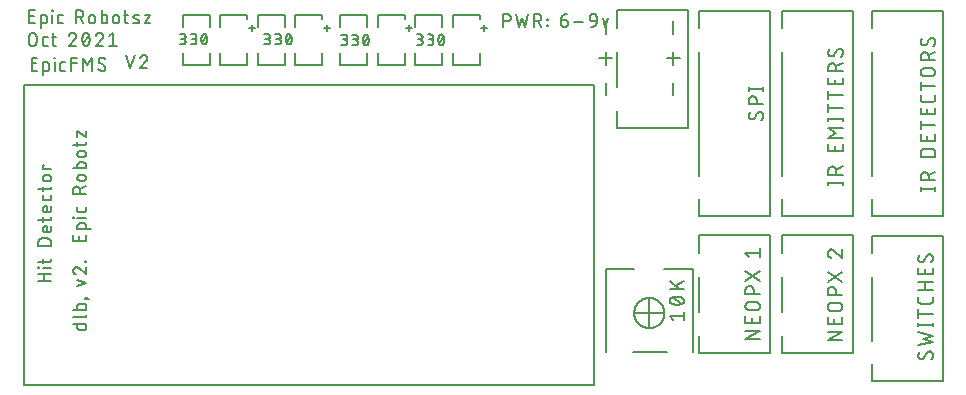
<source format=gbr>
G04 EAGLE Gerber RS-274X export*
G75*
%MOMM*%
%FSLAX34Y34*%
%LPD*%
%INSilkscreen Top*%
%IPPOS*%
%AMOC8*
5,1,8,0,0,1.08239X$1,22.5*%
G01*
%ADD10C,0.152400*%
%ADD11C,0.177800*%
%ADD12C,0.127000*%


D10*
X17921Y278638D02*
X12954Y278638D01*
X12954Y289814D01*
X17921Y289814D01*
X16679Y284847D02*
X12954Y284847D01*
X22764Y286089D02*
X22764Y274913D01*
X22764Y286089D02*
X25869Y286089D01*
X25953Y286087D01*
X26036Y286082D01*
X26119Y286072D01*
X26202Y286059D01*
X26284Y286042D01*
X26365Y286022D01*
X26445Y285998D01*
X26524Y285970D01*
X26601Y285939D01*
X26677Y285905D01*
X26752Y285867D01*
X26825Y285825D01*
X26895Y285781D01*
X26964Y285733D01*
X27031Y285683D01*
X27095Y285629D01*
X27156Y285573D01*
X27216Y285513D01*
X27272Y285452D01*
X27326Y285388D01*
X27376Y285321D01*
X27424Y285252D01*
X27468Y285182D01*
X27510Y285109D01*
X27548Y285034D01*
X27582Y284958D01*
X27613Y284881D01*
X27641Y284802D01*
X27665Y284722D01*
X27685Y284641D01*
X27702Y284559D01*
X27715Y284476D01*
X27725Y284393D01*
X27730Y284310D01*
X27732Y284226D01*
X27731Y284226D02*
X27731Y280501D01*
X27732Y280501D02*
X27730Y280415D01*
X27724Y280329D01*
X27714Y280244D01*
X27700Y280159D01*
X27683Y280074D01*
X27661Y279991D01*
X27635Y279909D01*
X27606Y279828D01*
X27573Y279749D01*
X27537Y279671D01*
X27497Y279594D01*
X27453Y279520D01*
X27406Y279448D01*
X27356Y279378D01*
X27302Y279311D01*
X27246Y279246D01*
X27186Y279184D01*
X27124Y279124D01*
X27059Y279068D01*
X26992Y279014D01*
X26922Y278964D01*
X26850Y278917D01*
X26776Y278873D01*
X26699Y278833D01*
X26622Y278797D01*
X26542Y278764D01*
X26461Y278735D01*
X26379Y278709D01*
X26296Y278687D01*
X26211Y278670D01*
X26126Y278656D01*
X26041Y278646D01*
X25955Y278640D01*
X25869Y278638D01*
X22764Y278638D01*
X32413Y278638D02*
X32413Y286089D01*
X32103Y289193D02*
X32103Y289814D01*
X32724Y289814D01*
X32724Y289193D01*
X32103Y289193D01*
X39048Y278638D02*
X41531Y278638D01*
X39048Y278638D02*
X38964Y278640D01*
X38881Y278645D01*
X38798Y278655D01*
X38715Y278668D01*
X38633Y278685D01*
X38552Y278705D01*
X38472Y278729D01*
X38393Y278757D01*
X38316Y278788D01*
X38240Y278822D01*
X38165Y278860D01*
X38092Y278902D01*
X38022Y278946D01*
X37953Y278994D01*
X37886Y279044D01*
X37822Y279098D01*
X37761Y279154D01*
X37701Y279214D01*
X37645Y279275D01*
X37591Y279339D01*
X37541Y279406D01*
X37493Y279475D01*
X37449Y279545D01*
X37407Y279618D01*
X37369Y279693D01*
X37335Y279769D01*
X37304Y279846D01*
X37276Y279925D01*
X37252Y280005D01*
X37232Y280086D01*
X37215Y280168D01*
X37202Y280251D01*
X37192Y280334D01*
X37187Y280417D01*
X37185Y280501D01*
X37185Y284226D01*
X37187Y284310D01*
X37193Y284393D01*
X37202Y284476D01*
X37215Y284559D01*
X37232Y284641D01*
X37252Y284722D01*
X37276Y284802D01*
X37304Y284881D01*
X37335Y284958D01*
X37369Y285034D01*
X37407Y285109D01*
X37449Y285182D01*
X37493Y285252D01*
X37541Y285321D01*
X37591Y285388D01*
X37645Y285452D01*
X37701Y285513D01*
X37761Y285573D01*
X37822Y285629D01*
X37886Y285683D01*
X37953Y285733D01*
X38022Y285781D01*
X38092Y285825D01*
X38165Y285867D01*
X38240Y285905D01*
X38316Y285939D01*
X38393Y285970D01*
X38472Y285998D01*
X38552Y286022D01*
X38633Y286042D01*
X38715Y286059D01*
X38798Y286072D01*
X38881Y286082D01*
X38964Y286087D01*
X39048Y286089D01*
X41531Y286089D01*
X46482Y289814D02*
X46482Y278638D01*
X46482Y289814D02*
X51449Y289814D01*
X51449Y284847D02*
X46482Y284847D01*
X56501Y289814D02*
X56501Y278638D01*
X60226Y283605D02*
X56501Y289814D01*
X60226Y283605D02*
X63951Y289814D01*
X63951Y278638D01*
X73039Y278638D02*
X73136Y278640D01*
X73234Y278646D01*
X73331Y278655D01*
X73428Y278669D01*
X73524Y278686D01*
X73619Y278707D01*
X73713Y278731D01*
X73807Y278760D01*
X73899Y278792D01*
X73990Y278827D01*
X74079Y278866D01*
X74167Y278909D01*
X74253Y278955D01*
X74337Y279004D01*
X74419Y279057D01*
X74499Y279112D01*
X74577Y279171D01*
X74652Y279233D01*
X74725Y279298D01*
X74795Y279366D01*
X74863Y279436D01*
X74928Y279509D01*
X74990Y279584D01*
X75049Y279662D01*
X75104Y279742D01*
X75157Y279824D01*
X75206Y279908D01*
X75252Y279994D01*
X75295Y280082D01*
X75334Y280171D01*
X75369Y280262D01*
X75401Y280354D01*
X75430Y280448D01*
X75454Y280542D01*
X75475Y280637D01*
X75492Y280733D01*
X75506Y280830D01*
X75515Y280927D01*
X75521Y281024D01*
X75523Y281122D01*
X73039Y278638D02*
X72896Y278640D01*
X72753Y278646D01*
X72611Y278655D01*
X72469Y278669D01*
X72327Y278687D01*
X72186Y278708D01*
X72045Y278733D01*
X71905Y278762D01*
X71766Y278795D01*
X71628Y278831D01*
X71491Y278872D01*
X71355Y278916D01*
X71220Y278963D01*
X71087Y279015D01*
X70955Y279070D01*
X70825Y279128D01*
X70696Y279190D01*
X70569Y279256D01*
X70444Y279325D01*
X70321Y279397D01*
X70200Y279473D01*
X70081Y279551D01*
X69964Y279634D01*
X69849Y279719D01*
X69737Y279807D01*
X69627Y279899D01*
X69520Y279993D01*
X69415Y280090D01*
X69313Y280190D01*
X69624Y287330D02*
X69626Y287428D01*
X69632Y287525D01*
X69641Y287622D01*
X69655Y287719D01*
X69672Y287815D01*
X69693Y287910D01*
X69717Y288004D01*
X69746Y288098D01*
X69778Y288190D01*
X69813Y288281D01*
X69852Y288370D01*
X69895Y288458D01*
X69941Y288544D01*
X69990Y288628D01*
X70043Y288710D01*
X70098Y288790D01*
X70157Y288868D01*
X70219Y288943D01*
X70284Y289016D01*
X70352Y289086D01*
X70422Y289154D01*
X70495Y289219D01*
X70570Y289281D01*
X70648Y289340D01*
X70728Y289395D01*
X70810Y289448D01*
X70894Y289497D01*
X70980Y289543D01*
X71068Y289586D01*
X71157Y289625D01*
X71248Y289660D01*
X71340Y289692D01*
X71434Y289721D01*
X71528Y289745D01*
X71623Y289766D01*
X71719Y289783D01*
X71816Y289797D01*
X71913Y289806D01*
X72010Y289812D01*
X72108Y289814D01*
X72238Y289812D01*
X72368Y289807D01*
X72498Y289798D01*
X72628Y289785D01*
X72757Y289769D01*
X72886Y289749D01*
X73014Y289725D01*
X73142Y289698D01*
X73268Y289667D01*
X73394Y289633D01*
X73519Y289595D01*
X73642Y289554D01*
X73765Y289509D01*
X73886Y289461D01*
X74006Y289410D01*
X74124Y289355D01*
X74240Y289297D01*
X74355Y289236D01*
X74469Y289171D01*
X74580Y289104D01*
X74689Y289033D01*
X74797Y288959D01*
X74902Y288883D01*
X70866Y285157D02*
X70783Y285208D01*
X70702Y285262D01*
X70624Y285319D01*
X70548Y285379D01*
X70474Y285442D01*
X70403Y285508D01*
X70334Y285576D01*
X70268Y285647D01*
X70204Y285720D01*
X70144Y285796D01*
X70087Y285874D01*
X70032Y285955D01*
X69981Y286037D01*
X69933Y286121D01*
X69888Y286207D01*
X69846Y286295D01*
X69808Y286384D01*
X69774Y286474D01*
X69742Y286566D01*
X69715Y286659D01*
X69691Y286753D01*
X69670Y286848D01*
X69654Y286944D01*
X69641Y287040D01*
X69631Y287136D01*
X69626Y287233D01*
X69624Y287330D01*
X74280Y283295D02*
X74363Y283244D01*
X74444Y283190D01*
X74522Y283133D01*
X74598Y283073D01*
X74672Y283010D01*
X74743Y282944D01*
X74812Y282876D01*
X74878Y282805D01*
X74942Y282732D01*
X75002Y282656D01*
X75059Y282578D01*
X75114Y282497D01*
X75165Y282415D01*
X75213Y282331D01*
X75258Y282245D01*
X75300Y282157D01*
X75338Y282068D01*
X75372Y281978D01*
X75404Y281886D01*
X75431Y281793D01*
X75455Y281699D01*
X75476Y281604D01*
X75492Y281508D01*
X75505Y281412D01*
X75515Y281316D01*
X75520Y281219D01*
X75522Y281122D01*
X74281Y283295D02*
X70866Y285157D01*
X59182Y64403D02*
X48006Y64403D01*
X59182Y64403D02*
X59182Y61299D01*
X59180Y61213D01*
X59174Y61127D01*
X59164Y61042D01*
X59150Y60957D01*
X59133Y60872D01*
X59111Y60789D01*
X59085Y60707D01*
X59056Y60626D01*
X59023Y60547D01*
X58987Y60469D01*
X58947Y60392D01*
X58903Y60318D01*
X58856Y60246D01*
X58806Y60176D01*
X58752Y60109D01*
X58696Y60044D01*
X58636Y59982D01*
X58574Y59922D01*
X58509Y59866D01*
X58442Y59812D01*
X58372Y59762D01*
X58300Y59715D01*
X58226Y59671D01*
X58149Y59631D01*
X58072Y59595D01*
X57992Y59562D01*
X57911Y59533D01*
X57829Y59507D01*
X57746Y59485D01*
X57661Y59468D01*
X57576Y59454D01*
X57491Y59444D01*
X57405Y59438D01*
X57319Y59436D01*
X53594Y59436D01*
X53510Y59438D01*
X53427Y59443D01*
X53344Y59453D01*
X53261Y59466D01*
X53179Y59483D01*
X53098Y59503D01*
X53018Y59527D01*
X52939Y59555D01*
X52862Y59586D01*
X52786Y59620D01*
X52711Y59658D01*
X52638Y59700D01*
X52568Y59744D01*
X52499Y59792D01*
X52432Y59842D01*
X52368Y59896D01*
X52307Y59952D01*
X52247Y60012D01*
X52191Y60073D01*
X52137Y60137D01*
X52087Y60204D01*
X52039Y60273D01*
X51995Y60343D01*
X51953Y60416D01*
X51915Y60491D01*
X51881Y60567D01*
X51850Y60644D01*
X51822Y60723D01*
X51798Y60803D01*
X51778Y60884D01*
X51761Y60966D01*
X51748Y61049D01*
X51738Y61132D01*
X51733Y61215D01*
X51731Y61299D01*
X51731Y64403D01*
X48006Y69888D02*
X57319Y69888D01*
X57403Y69890D01*
X57486Y69896D01*
X57569Y69905D01*
X57652Y69918D01*
X57734Y69935D01*
X57815Y69955D01*
X57895Y69979D01*
X57974Y70007D01*
X58051Y70038D01*
X58127Y70072D01*
X58202Y70110D01*
X58275Y70152D01*
X58345Y70196D01*
X58414Y70244D01*
X58481Y70294D01*
X58545Y70348D01*
X58606Y70404D01*
X58666Y70464D01*
X58722Y70525D01*
X58776Y70589D01*
X58826Y70656D01*
X58874Y70725D01*
X58918Y70795D01*
X58960Y70868D01*
X58998Y70943D01*
X59032Y71019D01*
X59063Y71096D01*
X59091Y71175D01*
X59115Y71255D01*
X59135Y71336D01*
X59152Y71418D01*
X59165Y71501D01*
X59175Y71584D01*
X59180Y71667D01*
X59182Y71751D01*
X59182Y76347D02*
X48006Y76347D01*
X59182Y76347D02*
X59182Y79452D01*
X59180Y79536D01*
X59175Y79619D01*
X59165Y79702D01*
X59152Y79785D01*
X59135Y79867D01*
X59115Y79948D01*
X59091Y80028D01*
X59063Y80107D01*
X59032Y80184D01*
X58998Y80260D01*
X58960Y80335D01*
X58918Y80408D01*
X58874Y80478D01*
X58826Y80547D01*
X58776Y80614D01*
X58722Y80678D01*
X58666Y80739D01*
X58606Y80799D01*
X58545Y80855D01*
X58481Y80909D01*
X58414Y80959D01*
X58345Y81007D01*
X58275Y81051D01*
X58202Y81093D01*
X58127Y81131D01*
X58051Y81165D01*
X57974Y81196D01*
X57895Y81224D01*
X57815Y81248D01*
X57734Y81268D01*
X57652Y81285D01*
X57569Y81298D01*
X57486Y81308D01*
X57403Y81313D01*
X57319Y81315D01*
X57319Y81314D02*
X53594Y81314D01*
X53594Y81315D02*
X53508Y81313D01*
X53422Y81307D01*
X53337Y81297D01*
X53252Y81283D01*
X53167Y81266D01*
X53084Y81244D01*
X53002Y81218D01*
X52921Y81189D01*
X52842Y81156D01*
X52764Y81120D01*
X52687Y81080D01*
X52613Y81036D01*
X52541Y80989D01*
X52471Y80939D01*
X52404Y80885D01*
X52339Y80829D01*
X52277Y80769D01*
X52217Y80707D01*
X52161Y80642D01*
X52107Y80575D01*
X52057Y80505D01*
X52010Y80433D01*
X51966Y80359D01*
X51926Y80282D01*
X51890Y80205D01*
X51857Y80125D01*
X51828Y80044D01*
X51802Y79962D01*
X51780Y79879D01*
X51763Y79794D01*
X51749Y79709D01*
X51739Y79624D01*
X51733Y79538D01*
X51731Y79452D01*
X51731Y76347D01*
X59182Y85632D02*
X59182Y86253D01*
X59182Y85632D02*
X58561Y85632D01*
X58561Y86253D01*
X59182Y86253D01*
X61666Y85321D01*
X59182Y98950D02*
X51731Y96466D01*
X51731Y101434D02*
X59182Y98950D01*
X48006Y109547D02*
X48008Y109651D01*
X48014Y109756D01*
X48024Y109860D01*
X48037Y109963D01*
X48055Y110066D01*
X48076Y110169D01*
X48101Y110270D01*
X48130Y110371D01*
X48163Y110470D01*
X48199Y110568D01*
X48239Y110664D01*
X48283Y110759D01*
X48330Y110853D01*
X48380Y110944D01*
X48434Y111033D01*
X48491Y111121D01*
X48552Y111206D01*
X48616Y111289D01*
X48682Y111369D01*
X48752Y111447D01*
X48824Y111523D01*
X48900Y111595D01*
X48978Y111665D01*
X49058Y111731D01*
X49141Y111795D01*
X49226Y111856D01*
X49314Y111913D01*
X49403Y111967D01*
X49494Y112017D01*
X49588Y112064D01*
X49683Y112108D01*
X49779Y112148D01*
X49877Y112184D01*
X49976Y112217D01*
X50077Y112246D01*
X50178Y112271D01*
X50281Y112292D01*
X50384Y112310D01*
X50487Y112323D01*
X50591Y112333D01*
X50696Y112339D01*
X50800Y112341D01*
X48006Y109547D02*
X48008Y109428D01*
X48014Y109310D01*
X48024Y109191D01*
X48037Y109073D01*
X48055Y108956D01*
X48077Y108839D01*
X48102Y108723D01*
X48131Y108608D01*
X48164Y108493D01*
X48201Y108380D01*
X48241Y108269D01*
X48285Y108158D01*
X48333Y108050D01*
X48384Y107943D01*
X48439Y107837D01*
X48498Y107734D01*
X48559Y107632D01*
X48624Y107533D01*
X48693Y107435D01*
X48764Y107341D01*
X48839Y107248D01*
X48916Y107158D01*
X48997Y107071D01*
X49080Y106986D01*
X49166Y106904D01*
X49255Y106825D01*
X49346Y106749D01*
X49440Y106676D01*
X49536Y106607D01*
X49635Y106540D01*
X49735Y106477D01*
X49838Y106417D01*
X49942Y106360D01*
X50049Y106308D01*
X50157Y106258D01*
X50266Y106212D01*
X50378Y106170D01*
X50490Y106132D01*
X52973Y111410D02*
X52899Y111485D01*
X52822Y111557D01*
X52743Y111627D01*
X52661Y111694D01*
X52577Y111758D01*
X52491Y111819D01*
X52403Y111877D01*
X52312Y111932D01*
X52220Y111984D01*
X52126Y112032D01*
X52031Y112077D01*
X51933Y112119D01*
X51835Y112157D01*
X51735Y112192D01*
X51634Y112223D01*
X51532Y112250D01*
X51429Y112274D01*
X51326Y112295D01*
X51221Y112311D01*
X51116Y112324D01*
X51011Y112334D01*
X50906Y112339D01*
X50800Y112341D01*
X52973Y111410D02*
X59182Y106133D01*
X59182Y112341D01*
X59182Y116928D02*
X58561Y116928D01*
X58561Y117548D01*
X59182Y117548D01*
X59182Y116928D01*
X59182Y134736D02*
X59182Y139703D01*
X59182Y134736D02*
X48006Y134736D01*
X48006Y139703D01*
X52973Y138461D02*
X52973Y134736D01*
X51731Y144546D02*
X62907Y144546D01*
X51731Y144546D02*
X51731Y147650D01*
X51733Y147734D01*
X51739Y147817D01*
X51748Y147900D01*
X51761Y147983D01*
X51778Y148065D01*
X51798Y148146D01*
X51822Y148226D01*
X51850Y148305D01*
X51881Y148382D01*
X51915Y148458D01*
X51953Y148533D01*
X51995Y148606D01*
X52039Y148676D01*
X52087Y148745D01*
X52137Y148812D01*
X52191Y148876D01*
X52247Y148937D01*
X52307Y148997D01*
X52368Y149053D01*
X52432Y149107D01*
X52499Y149157D01*
X52568Y149205D01*
X52638Y149249D01*
X52711Y149291D01*
X52786Y149329D01*
X52862Y149363D01*
X52939Y149394D01*
X53018Y149422D01*
X53098Y149446D01*
X53179Y149466D01*
X53261Y149483D01*
X53344Y149496D01*
X53427Y149506D01*
X53510Y149511D01*
X53594Y149513D01*
X57319Y149513D01*
X57403Y149511D01*
X57486Y149506D01*
X57569Y149496D01*
X57652Y149483D01*
X57734Y149466D01*
X57815Y149446D01*
X57895Y149422D01*
X57974Y149394D01*
X58051Y149363D01*
X58127Y149329D01*
X58202Y149291D01*
X58275Y149249D01*
X58345Y149205D01*
X58414Y149157D01*
X58481Y149107D01*
X58545Y149053D01*
X58606Y148997D01*
X58666Y148937D01*
X58722Y148876D01*
X58776Y148812D01*
X58826Y148745D01*
X58874Y148676D01*
X58918Y148606D01*
X58960Y148533D01*
X58998Y148458D01*
X59032Y148382D01*
X59063Y148305D01*
X59091Y148226D01*
X59115Y148146D01*
X59135Y148065D01*
X59152Y147983D01*
X59165Y147900D01*
X59175Y147817D01*
X59180Y147734D01*
X59182Y147650D01*
X59182Y144546D01*
X59182Y154195D02*
X51731Y154195D01*
X48627Y153884D02*
X48006Y153884D01*
X48006Y154505D01*
X48627Y154505D01*
X48627Y153884D01*
X59182Y160830D02*
X59182Y163313D01*
X59182Y160830D02*
X59180Y160744D01*
X59174Y160658D01*
X59164Y160573D01*
X59150Y160488D01*
X59133Y160403D01*
X59111Y160320D01*
X59085Y160238D01*
X59056Y160157D01*
X59023Y160078D01*
X58987Y160000D01*
X58947Y159923D01*
X58903Y159849D01*
X58856Y159777D01*
X58806Y159707D01*
X58752Y159640D01*
X58696Y159575D01*
X58636Y159513D01*
X58574Y159453D01*
X58509Y159397D01*
X58442Y159343D01*
X58372Y159293D01*
X58300Y159246D01*
X58226Y159202D01*
X58149Y159162D01*
X58072Y159126D01*
X57992Y159093D01*
X57911Y159064D01*
X57829Y159038D01*
X57746Y159016D01*
X57661Y158999D01*
X57576Y158985D01*
X57491Y158975D01*
X57405Y158969D01*
X57319Y158967D01*
X53594Y158967D01*
X53510Y158969D01*
X53427Y158974D01*
X53344Y158984D01*
X53261Y158997D01*
X53179Y159014D01*
X53098Y159034D01*
X53018Y159058D01*
X52939Y159086D01*
X52862Y159117D01*
X52786Y159151D01*
X52711Y159189D01*
X52638Y159231D01*
X52568Y159275D01*
X52499Y159323D01*
X52432Y159373D01*
X52368Y159427D01*
X52307Y159483D01*
X52247Y159543D01*
X52191Y159604D01*
X52137Y159668D01*
X52087Y159735D01*
X52039Y159804D01*
X51995Y159874D01*
X51953Y159947D01*
X51915Y160022D01*
X51881Y160098D01*
X51850Y160175D01*
X51822Y160254D01*
X51798Y160334D01*
X51778Y160415D01*
X51761Y160497D01*
X51748Y160580D01*
X51738Y160663D01*
X51733Y160746D01*
X51731Y160830D01*
X51731Y163313D01*
X48006Y174423D02*
X59182Y174423D01*
X48006Y174423D02*
X48006Y177528D01*
X48008Y177639D01*
X48014Y177749D01*
X48024Y177860D01*
X48038Y177970D01*
X48055Y178079D01*
X48077Y178188D01*
X48102Y178296D01*
X48132Y178402D01*
X48165Y178508D01*
X48202Y178613D01*
X48242Y178716D01*
X48287Y178817D01*
X48334Y178917D01*
X48386Y179016D01*
X48441Y179112D01*
X48499Y179206D01*
X48560Y179298D01*
X48625Y179388D01*
X48693Y179476D01*
X48764Y179561D01*
X48838Y179643D01*
X48915Y179723D01*
X48995Y179800D01*
X49077Y179874D01*
X49162Y179945D01*
X49250Y180013D01*
X49340Y180078D01*
X49432Y180139D01*
X49526Y180197D01*
X49622Y180252D01*
X49721Y180304D01*
X49821Y180351D01*
X49922Y180396D01*
X50025Y180436D01*
X50130Y180473D01*
X50236Y180506D01*
X50342Y180536D01*
X50450Y180561D01*
X50559Y180583D01*
X50668Y180600D01*
X50778Y180614D01*
X50889Y180624D01*
X50999Y180630D01*
X51110Y180632D01*
X51221Y180630D01*
X51331Y180624D01*
X51442Y180614D01*
X51552Y180600D01*
X51661Y180583D01*
X51770Y180561D01*
X51878Y180536D01*
X51984Y180506D01*
X52090Y180473D01*
X52195Y180436D01*
X52298Y180396D01*
X52399Y180351D01*
X52499Y180304D01*
X52598Y180252D01*
X52694Y180197D01*
X52788Y180139D01*
X52880Y180078D01*
X52970Y180013D01*
X53058Y179945D01*
X53143Y179874D01*
X53225Y179800D01*
X53305Y179723D01*
X53382Y179643D01*
X53456Y179561D01*
X53527Y179476D01*
X53595Y179388D01*
X53660Y179298D01*
X53721Y179206D01*
X53779Y179112D01*
X53834Y179016D01*
X53886Y178917D01*
X53933Y178817D01*
X53978Y178716D01*
X54018Y178613D01*
X54055Y178508D01*
X54088Y178402D01*
X54118Y178296D01*
X54143Y178188D01*
X54165Y178079D01*
X54182Y177970D01*
X54196Y177860D01*
X54206Y177749D01*
X54212Y177639D01*
X54214Y177528D01*
X54215Y177528D02*
X54215Y174423D01*
X54215Y178149D02*
X59182Y180632D01*
X56698Y185620D02*
X54215Y185620D01*
X54116Y185622D01*
X54018Y185628D01*
X53919Y185638D01*
X53822Y185651D01*
X53724Y185669D01*
X53628Y185690D01*
X53532Y185716D01*
X53438Y185745D01*
X53345Y185777D01*
X53253Y185814D01*
X53163Y185854D01*
X53074Y185898D01*
X52987Y185945D01*
X52902Y185995D01*
X52820Y186049D01*
X52739Y186106D01*
X52661Y186166D01*
X52585Y186230D01*
X52512Y186296D01*
X52441Y186365D01*
X52373Y186437D01*
X52309Y186512D01*
X52247Y186589D01*
X52188Y186668D01*
X52133Y186750D01*
X52080Y186834D01*
X52032Y186919D01*
X51986Y187007D01*
X51944Y187097D01*
X51906Y187188D01*
X51872Y187280D01*
X51841Y187374D01*
X51814Y187469D01*
X51790Y187565D01*
X51771Y187662D01*
X51755Y187759D01*
X51743Y187857D01*
X51735Y187956D01*
X51731Y188055D01*
X51731Y188153D01*
X51735Y188252D01*
X51743Y188351D01*
X51755Y188449D01*
X51771Y188546D01*
X51790Y188643D01*
X51814Y188739D01*
X51841Y188834D01*
X51872Y188928D01*
X51906Y189020D01*
X51944Y189111D01*
X51986Y189201D01*
X52032Y189289D01*
X52080Y189374D01*
X52133Y189458D01*
X52188Y189540D01*
X52247Y189619D01*
X52309Y189696D01*
X52373Y189771D01*
X52441Y189843D01*
X52512Y189912D01*
X52585Y189978D01*
X52661Y190042D01*
X52739Y190102D01*
X52820Y190159D01*
X52902Y190213D01*
X52987Y190263D01*
X53074Y190310D01*
X53163Y190354D01*
X53253Y190394D01*
X53345Y190431D01*
X53438Y190463D01*
X53532Y190492D01*
X53628Y190518D01*
X53724Y190539D01*
X53822Y190557D01*
X53919Y190570D01*
X54018Y190580D01*
X54116Y190586D01*
X54215Y190588D01*
X54215Y190587D02*
X56698Y190587D01*
X56698Y190588D02*
X56797Y190586D01*
X56895Y190580D01*
X56994Y190570D01*
X57091Y190557D01*
X57189Y190539D01*
X57285Y190518D01*
X57381Y190492D01*
X57475Y190463D01*
X57568Y190431D01*
X57660Y190394D01*
X57750Y190354D01*
X57839Y190310D01*
X57926Y190263D01*
X58011Y190213D01*
X58093Y190159D01*
X58174Y190102D01*
X58252Y190042D01*
X58328Y189978D01*
X58401Y189912D01*
X58472Y189843D01*
X58540Y189771D01*
X58604Y189696D01*
X58666Y189619D01*
X58725Y189540D01*
X58780Y189458D01*
X58833Y189374D01*
X58881Y189289D01*
X58927Y189201D01*
X58969Y189111D01*
X59007Y189020D01*
X59041Y188928D01*
X59072Y188834D01*
X59099Y188739D01*
X59123Y188643D01*
X59142Y188546D01*
X59158Y188449D01*
X59170Y188351D01*
X59178Y188252D01*
X59182Y188153D01*
X59182Y188055D01*
X59178Y187956D01*
X59170Y187857D01*
X59158Y187759D01*
X59142Y187662D01*
X59123Y187565D01*
X59099Y187469D01*
X59072Y187374D01*
X59041Y187280D01*
X59007Y187188D01*
X58969Y187097D01*
X58927Y187007D01*
X58881Y186919D01*
X58833Y186834D01*
X58780Y186750D01*
X58725Y186668D01*
X58666Y186589D01*
X58604Y186512D01*
X58540Y186437D01*
X58472Y186365D01*
X58401Y186296D01*
X58328Y186230D01*
X58252Y186166D01*
X58174Y186106D01*
X58093Y186049D01*
X58011Y185995D01*
X57926Y185945D01*
X57839Y185898D01*
X57750Y185854D01*
X57660Y185814D01*
X57568Y185777D01*
X57475Y185745D01*
X57381Y185716D01*
X57285Y185690D01*
X57189Y185669D01*
X57091Y185651D01*
X56994Y185638D01*
X56895Y185628D01*
X56797Y185622D01*
X56698Y185620D01*
X59182Y195981D02*
X48006Y195981D01*
X59182Y195981D02*
X59182Y199085D01*
X59180Y199169D01*
X59175Y199252D01*
X59165Y199335D01*
X59152Y199418D01*
X59135Y199500D01*
X59115Y199581D01*
X59091Y199661D01*
X59063Y199740D01*
X59032Y199817D01*
X58998Y199893D01*
X58960Y199968D01*
X58918Y200041D01*
X58874Y200111D01*
X58826Y200180D01*
X58776Y200247D01*
X58722Y200311D01*
X58666Y200372D01*
X58606Y200432D01*
X58545Y200488D01*
X58481Y200542D01*
X58414Y200592D01*
X58345Y200640D01*
X58275Y200684D01*
X58202Y200726D01*
X58127Y200764D01*
X58051Y200798D01*
X57974Y200829D01*
X57895Y200857D01*
X57815Y200881D01*
X57734Y200901D01*
X57652Y200918D01*
X57569Y200931D01*
X57486Y200941D01*
X57403Y200946D01*
X57319Y200948D01*
X53594Y200948D01*
X53508Y200946D01*
X53422Y200940D01*
X53337Y200930D01*
X53252Y200916D01*
X53167Y200899D01*
X53084Y200877D01*
X53002Y200851D01*
X52921Y200822D01*
X52842Y200789D01*
X52764Y200753D01*
X52687Y200713D01*
X52613Y200669D01*
X52541Y200622D01*
X52471Y200572D01*
X52404Y200518D01*
X52339Y200462D01*
X52277Y200402D01*
X52217Y200340D01*
X52161Y200275D01*
X52107Y200208D01*
X52057Y200138D01*
X52010Y200066D01*
X51966Y199992D01*
X51926Y199915D01*
X51890Y199838D01*
X51857Y199758D01*
X51828Y199677D01*
X51802Y199595D01*
X51780Y199512D01*
X51763Y199427D01*
X51749Y199342D01*
X51739Y199257D01*
X51733Y199171D01*
X51731Y199085D01*
X51731Y195981D01*
X54215Y205813D02*
X56698Y205813D01*
X54215Y205813D02*
X54116Y205815D01*
X54018Y205821D01*
X53919Y205831D01*
X53822Y205844D01*
X53724Y205862D01*
X53628Y205883D01*
X53532Y205909D01*
X53438Y205938D01*
X53345Y205970D01*
X53253Y206007D01*
X53163Y206047D01*
X53074Y206091D01*
X52987Y206138D01*
X52902Y206188D01*
X52820Y206242D01*
X52739Y206299D01*
X52661Y206359D01*
X52585Y206423D01*
X52512Y206489D01*
X52441Y206558D01*
X52373Y206630D01*
X52309Y206705D01*
X52247Y206782D01*
X52188Y206861D01*
X52133Y206943D01*
X52080Y207027D01*
X52032Y207112D01*
X51986Y207200D01*
X51944Y207290D01*
X51906Y207381D01*
X51872Y207473D01*
X51841Y207567D01*
X51814Y207662D01*
X51790Y207758D01*
X51771Y207855D01*
X51755Y207952D01*
X51743Y208050D01*
X51735Y208149D01*
X51731Y208248D01*
X51731Y208346D01*
X51735Y208445D01*
X51743Y208544D01*
X51755Y208642D01*
X51771Y208739D01*
X51790Y208836D01*
X51814Y208932D01*
X51841Y209027D01*
X51872Y209121D01*
X51906Y209213D01*
X51944Y209304D01*
X51986Y209394D01*
X52032Y209482D01*
X52080Y209567D01*
X52133Y209651D01*
X52188Y209733D01*
X52247Y209812D01*
X52309Y209889D01*
X52373Y209964D01*
X52441Y210036D01*
X52512Y210105D01*
X52585Y210171D01*
X52661Y210235D01*
X52739Y210295D01*
X52820Y210352D01*
X52902Y210406D01*
X52987Y210456D01*
X53074Y210503D01*
X53163Y210547D01*
X53253Y210587D01*
X53345Y210624D01*
X53438Y210656D01*
X53532Y210685D01*
X53628Y210711D01*
X53724Y210732D01*
X53822Y210750D01*
X53919Y210763D01*
X54018Y210773D01*
X54116Y210779D01*
X54215Y210781D01*
X54215Y210780D02*
X56698Y210780D01*
X56698Y210781D02*
X56797Y210779D01*
X56895Y210773D01*
X56994Y210763D01*
X57091Y210750D01*
X57189Y210732D01*
X57285Y210711D01*
X57381Y210685D01*
X57475Y210656D01*
X57568Y210624D01*
X57660Y210587D01*
X57750Y210547D01*
X57839Y210503D01*
X57926Y210456D01*
X58011Y210406D01*
X58093Y210352D01*
X58174Y210295D01*
X58252Y210235D01*
X58328Y210171D01*
X58401Y210105D01*
X58472Y210036D01*
X58540Y209964D01*
X58604Y209889D01*
X58666Y209812D01*
X58725Y209733D01*
X58780Y209651D01*
X58833Y209567D01*
X58881Y209482D01*
X58927Y209394D01*
X58969Y209304D01*
X59007Y209213D01*
X59041Y209121D01*
X59072Y209027D01*
X59099Y208932D01*
X59123Y208836D01*
X59142Y208739D01*
X59158Y208642D01*
X59170Y208544D01*
X59178Y208445D01*
X59182Y208346D01*
X59182Y208248D01*
X59178Y208149D01*
X59170Y208050D01*
X59158Y207952D01*
X59142Y207855D01*
X59123Y207758D01*
X59099Y207662D01*
X59072Y207567D01*
X59041Y207473D01*
X59007Y207381D01*
X58969Y207290D01*
X58927Y207200D01*
X58881Y207112D01*
X58833Y207027D01*
X58780Y206943D01*
X58725Y206861D01*
X58666Y206782D01*
X58604Y206705D01*
X58540Y206630D01*
X58472Y206558D01*
X58401Y206489D01*
X58328Y206423D01*
X58252Y206359D01*
X58174Y206299D01*
X58093Y206242D01*
X58011Y206188D01*
X57926Y206138D01*
X57839Y206091D01*
X57750Y206047D01*
X57660Y206007D01*
X57568Y205970D01*
X57475Y205938D01*
X57381Y205909D01*
X57285Y205883D01*
X57189Y205862D01*
X57091Y205844D01*
X56994Y205831D01*
X56895Y205821D01*
X56797Y205815D01*
X56698Y205813D01*
X51731Y214701D02*
X51731Y218426D01*
X48006Y215942D02*
X57319Y215942D01*
X57403Y215944D01*
X57486Y215950D01*
X57569Y215959D01*
X57652Y215972D01*
X57734Y215989D01*
X57815Y216009D01*
X57895Y216033D01*
X57974Y216061D01*
X58051Y216092D01*
X58127Y216126D01*
X58202Y216164D01*
X58275Y216206D01*
X58345Y216250D01*
X58414Y216298D01*
X58481Y216348D01*
X58545Y216402D01*
X58606Y216458D01*
X58666Y216518D01*
X58722Y216579D01*
X58776Y216643D01*
X58826Y216710D01*
X58874Y216779D01*
X58918Y216849D01*
X58960Y216922D01*
X58998Y216997D01*
X59032Y217073D01*
X59063Y217150D01*
X59091Y217229D01*
X59115Y217309D01*
X59135Y217390D01*
X59152Y217472D01*
X59165Y217555D01*
X59175Y217638D01*
X59180Y217721D01*
X59182Y217805D01*
X59182Y218426D01*
X51731Y222577D02*
X51731Y227544D01*
X59182Y222577D01*
X59182Y227544D01*
X412496Y315722D02*
X412496Y326898D01*
X415600Y326898D01*
X415711Y326896D01*
X415821Y326890D01*
X415932Y326880D01*
X416042Y326866D01*
X416151Y326849D01*
X416260Y326827D01*
X416368Y326802D01*
X416474Y326772D01*
X416580Y326739D01*
X416685Y326702D01*
X416788Y326662D01*
X416889Y326617D01*
X416989Y326570D01*
X417088Y326518D01*
X417184Y326463D01*
X417278Y326405D01*
X417370Y326344D01*
X417460Y326279D01*
X417548Y326211D01*
X417633Y326140D01*
X417715Y326066D01*
X417795Y325989D01*
X417872Y325909D01*
X417946Y325827D01*
X418017Y325742D01*
X418085Y325654D01*
X418150Y325564D01*
X418211Y325472D01*
X418269Y325378D01*
X418324Y325282D01*
X418376Y325183D01*
X418423Y325083D01*
X418468Y324982D01*
X418508Y324879D01*
X418545Y324774D01*
X418578Y324668D01*
X418608Y324562D01*
X418633Y324454D01*
X418655Y324345D01*
X418672Y324236D01*
X418686Y324126D01*
X418696Y324015D01*
X418702Y323905D01*
X418704Y323794D01*
X418702Y323683D01*
X418696Y323573D01*
X418686Y323462D01*
X418672Y323352D01*
X418655Y323243D01*
X418633Y323134D01*
X418608Y323026D01*
X418578Y322920D01*
X418545Y322814D01*
X418508Y322709D01*
X418468Y322606D01*
X418423Y322505D01*
X418376Y322405D01*
X418324Y322306D01*
X418269Y322210D01*
X418211Y322116D01*
X418150Y322024D01*
X418085Y321934D01*
X418017Y321846D01*
X417946Y321761D01*
X417872Y321679D01*
X417795Y321599D01*
X417715Y321522D01*
X417633Y321448D01*
X417548Y321377D01*
X417460Y321309D01*
X417370Y321244D01*
X417278Y321183D01*
X417184Y321125D01*
X417088Y321070D01*
X416989Y321018D01*
X416889Y320971D01*
X416788Y320926D01*
X416685Y320886D01*
X416580Y320849D01*
X416474Y320816D01*
X416368Y320786D01*
X416260Y320761D01*
X416151Y320739D01*
X416042Y320722D01*
X415932Y320708D01*
X415821Y320698D01*
X415711Y320692D01*
X415600Y320690D01*
X415600Y320689D02*
X412496Y320689D01*
X422995Y326898D02*
X425478Y315722D01*
X427962Y323173D01*
X430445Y315722D01*
X432929Y326898D01*
X438284Y326898D02*
X438284Y315722D01*
X438284Y326898D02*
X441389Y326898D01*
X441500Y326896D01*
X441610Y326890D01*
X441721Y326880D01*
X441831Y326866D01*
X441940Y326849D01*
X442049Y326827D01*
X442157Y326802D01*
X442263Y326772D01*
X442369Y326739D01*
X442474Y326702D01*
X442577Y326662D01*
X442678Y326617D01*
X442778Y326570D01*
X442877Y326518D01*
X442973Y326463D01*
X443067Y326405D01*
X443159Y326344D01*
X443249Y326279D01*
X443337Y326211D01*
X443422Y326140D01*
X443504Y326066D01*
X443584Y325989D01*
X443661Y325909D01*
X443735Y325827D01*
X443806Y325742D01*
X443874Y325654D01*
X443939Y325564D01*
X444000Y325472D01*
X444058Y325378D01*
X444113Y325282D01*
X444165Y325183D01*
X444212Y325083D01*
X444257Y324982D01*
X444297Y324879D01*
X444334Y324774D01*
X444367Y324668D01*
X444397Y324562D01*
X444422Y324454D01*
X444444Y324345D01*
X444461Y324236D01*
X444475Y324126D01*
X444485Y324015D01*
X444491Y323905D01*
X444493Y323794D01*
X444491Y323683D01*
X444485Y323573D01*
X444475Y323462D01*
X444461Y323352D01*
X444444Y323243D01*
X444422Y323134D01*
X444397Y323026D01*
X444367Y322920D01*
X444334Y322814D01*
X444297Y322709D01*
X444257Y322606D01*
X444212Y322505D01*
X444165Y322405D01*
X444113Y322306D01*
X444058Y322210D01*
X444000Y322116D01*
X443939Y322024D01*
X443874Y321934D01*
X443806Y321846D01*
X443735Y321761D01*
X443661Y321679D01*
X443584Y321599D01*
X443504Y321522D01*
X443422Y321448D01*
X443337Y321377D01*
X443249Y321309D01*
X443159Y321244D01*
X443067Y321183D01*
X442973Y321125D01*
X442877Y321070D01*
X442778Y321018D01*
X442678Y320971D01*
X442577Y320926D01*
X442474Y320886D01*
X442369Y320849D01*
X442263Y320816D01*
X442157Y320786D01*
X442049Y320761D01*
X441940Y320739D01*
X441831Y320722D01*
X441721Y320708D01*
X441610Y320698D01*
X441500Y320692D01*
X441389Y320690D01*
X441389Y320689D02*
X438284Y320689D01*
X442010Y320689D02*
X444493Y315722D01*
X449368Y316653D02*
X449368Y317274D01*
X449989Y317274D01*
X449989Y316653D01*
X449368Y316653D01*
X449368Y321620D02*
X449368Y322241D01*
X449989Y322241D01*
X449989Y321620D01*
X449368Y321620D01*
X461052Y321931D02*
X464778Y321931D01*
X464876Y321929D01*
X464973Y321923D01*
X465070Y321914D01*
X465167Y321900D01*
X465263Y321883D01*
X465358Y321862D01*
X465452Y321838D01*
X465546Y321809D01*
X465638Y321777D01*
X465729Y321742D01*
X465818Y321703D01*
X465906Y321660D01*
X465992Y321614D01*
X466076Y321565D01*
X466158Y321512D01*
X466238Y321457D01*
X466316Y321398D01*
X466391Y321336D01*
X466464Y321271D01*
X466534Y321203D01*
X466602Y321133D01*
X466667Y321060D01*
X466729Y320985D01*
X466788Y320907D01*
X466843Y320827D01*
X466896Y320745D01*
X466945Y320661D01*
X466991Y320575D01*
X467034Y320487D01*
X467073Y320398D01*
X467108Y320307D01*
X467140Y320215D01*
X467169Y320121D01*
X467193Y320027D01*
X467214Y319932D01*
X467231Y319836D01*
X467245Y319739D01*
X467254Y319642D01*
X467260Y319545D01*
X467262Y319447D01*
X467261Y319447D02*
X467261Y318826D01*
X467259Y318715D01*
X467253Y318605D01*
X467243Y318494D01*
X467229Y318384D01*
X467212Y318275D01*
X467190Y318166D01*
X467165Y318058D01*
X467135Y317952D01*
X467102Y317846D01*
X467065Y317741D01*
X467025Y317638D01*
X466980Y317537D01*
X466933Y317437D01*
X466881Y317338D01*
X466826Y317242D01*
X466768Y317148D01*
X466707Y317056D01*
X466642Y316966D01*
X466574Y316878D01*
X466503Y316793D01*
X466429Y316711D01*
X466352Y316631D01*
X466272Y316554D01*
X466190Y316480D01*
X466105Y316409D01*
X466017Y316341D01*
X465927Y316276D01*
X465835Y316215D01*
X465741Y316157D01*
X465645Y316102D01*
X465546Y316050D01*
X465446Y316003D01*
X465345Y315958D01*
X465242Y315918D01*
X465137Y315881D01*
X465031Y315848D01*
X464925Y315818D01*
X464817Y315793D01*
X464708Y315771D01*
X464599Y315754D01*
X464489Y315740D01*
X464378Y315730D01*
X464268Y315724D01*
X464157Y315722D01*
X464046Y315724D01*
X463936Y315730D01*
X463825Y315740D01*
X463715Y315754D01*
X463606Y315771D01*
X463497Y315793D01*
X463389Y315818D01*
X463283Y315848D01*
X463177Y315881D01*
X463072Y315918D01*
X462969Y315958D01*
X462868Y316003D01*
X462768Y316050D01*
X462669Y316102D01*
X462573Y316157D01*
X462479Y316215D01*
X462387Y316276D01*
X462297Y316341D01*
X462209Y316409D01*
X462124Y316480D01*
X462042Y316554D01*
X461962Y316631D01*
X461885Y316711D01*
X461811Y316793D01*
X461740Y316878D01*
X461672Y316966D01*
X461607Y317056D01*
X461546Y317148D01*
X461488Y317242D01*
X461433Y317338D01*
X461381Y317437D01*
X461334Y317537D01*
X461289Y317638D01*
X461249Y317741D01*
X461212Y317846D01*
X461179Y317952D01*
X461149Y318058D01*
X461124Y318166D01*
X461102Y318275D01*
X461085Y318384D01*
X461071Y318494D01*
X461061Y318605D01*
X461055Y318715D01*
X461053Y318826D01*
X461052Y318826D02*
X461052Y321931D01*
X461054Y322070D01*
X461060Y322210D01*
X461070Y322348D01*
X461083Y322487D01*
X461101Y322625D01*
X461122Y322763D01*
X461147Y322900D01*
X461177Y323036D01*
X461209Y323172D01*
X461246Y323306D01*
X461287Y323439D01*
X461331Y323571D01*
X461379Y323702D01*
X461430Y323832D01*
X461485Y323960D01*
X461544Y324086D01*
X461606Y324211D01*
X461672Y324334D01*
X461741Y324455D01*
X461813Y324574D01*
X461889Y324691D01*
X461968Y324805D01*
X462050Y324918D01*
X462136Y325028D01*
X462224Y325136D01*
X462315Y325241D01*
X462410Y325343D01*
X462507Y325443D01*
X462607Y325540D01*
X462709Y325635D01*
X462814Y325726D01*
X462922Y325814D01*
X463032Y325900D01*
X463145Y325982D01*
X463259Y326061D01*
X463376Y326137D01*
X463495Y326209D01*
X463616Y326278D01*
X463739Y326344D01*
X463864Y326406D01*
X463990Y326465D01*
X464118Y326520D01*
X464248Y326571D01*
X464378Y326619D01*
X464511Y326663D01*
X464644Y326704D01*
X464778Y326741D01*
X464914Y326773D01*
X465050Y326803D01*
X465187Y326828D01*
X465325Y326849D01*
X465463Y326867D01*
X465601Y326880D01*
X465740Y326890D01*
X465880Y326896D01*
X466019Y326898D01*
X472623Y320068D02*
X480074Y320068D01*
X487920Y320689D02*
X491645Y320689D01*
X487920Y320689D02*
X487822Y320691D01*
X487725Y320697D01*
X487628Y320706D01*
X487531Y320720D01*
X487435Y320737D01*
X487340Y320758D01*
X487246Y320782D01*
X487152Y320811D01*
X487060Y320843D01*
X486969Y320878D01*
X486880Y320917D01*
X486792Y320960D01*
X486706Y321006D01*
X486622Y321055D01*
X486540Y321108D01*
X486460Y321163D01*
X486382Y321222D01*
X486307Y321284D01*
X486234Y321349D01*
X486164Y321417D01*
X486096Y321487D01*
X486031Y321560D01*
X485969Y321635D01*
X485910Y321713D01*
X485855Y321793D01*
X485802Y321875D01*
X485753Y321959D01*
X485707Y322045D01*
X485664Y322133D01*
X485625Y322222D01*
X485590Y322313D01*
X485558Y322405D01*
X485529Y322499D01*
X485505Y322593D01*
X485484Y322688D01*
X485467Y322784D01*
X485453Y322881D01*
X485444Y322978D01*
X485438Y323075D01*
X485436Y323173D01*
X485436Y323794D01*
X485437Y323794D02*
X485439Y323905D01*
X485445Y324015D01*
X485455Y324126D01*
X485469Y324236D01*
X485486Y324345D01*
X485508Y324454D01*
X485533Y324562D01*
X485563Y324668D01*
X485596Y324774D01*
X485633Y324879D01*
X485673Y324982D01*
X485718Y325083D01*
X485765Y325183D01*
X485817Y325282D01*
X485872Y325378D01*
X485930Y325472D01*
X485991Y325564D01*
X486056Y325654D01*
X486124Y325742D01*
X486195Y325827D01*
X486269Y325909D01*
X486346Y325989D01*
X486426Y326066D01*
X486508Y326140D01*
X486593Y326211D01*
X486681Y326279D01*
X486771Y326344D01*
X486863Y326405D01*
X486957Y326463D01*
X487053Y326518D01*
X487152Y326570D01*
X487252Y326617D01*
X487353Y326662D01*
X487456Y326702D01*
X487561Y326739D01*
X487667Y326772D01*
X487773Y326802D01*
X487881Y326827D01*
X487990Y326849D01*
X488099Y326866D01*
X488209Y326880D01*
X488320Y326890D01*
X488430Y326896D01*
X488541Y326898D01*
X488652Y326896D01*
X488762Y326890D01*
X488873Y326880D01*
X488983Y326866D01*
X489092Y326849D01*
X489201Y326827D01*
X489309Y326802D01*
X489415Y326772D01*
X489521Y326739D01*
X489626Y326702D01*
X489729Y326662D01*
X489830Y326617D01*
X489930Y326570D01*
X490029Y326518D01*
X490125Y326463D01*
X490219Y326405D01*
X490311Y326344D01*
X490401Y326279D01*
X490489Y326211D01*
X490574Y326140D01*
X490656Y326066D01*
X490736Y325989D01*
X490813Y325909D01*
X490887Y325827D01*
X490958Y325742D01*
X491026Y325654D01*
X491091Y325564D01*
X491152Y325472D01*
X491210Y325378D01*
X491265Y325282D01*
X491317Y325183D01*
X491364Y325083D01*
X491409Y324982D01*
X491449Y324879D01*
X491486Y324774D01*
X491519Y324668D01*
X491549Y324562D01*
X491574Y324454D01*
X491596Y324345D01*
X491613Y324236D01*
X491627Y324126D01*
X491637Y324015D01*
X491643Y323905D01*
X491645Y323794D01*
X491645Y320689D01*
X491643Y320550D01*
X491637Y320410D01*
X491627Y320272D01*
X491614Y320133D01*
X491596Y319995D01*
X491575Y319857D01*
X491550Y319720D01*
X491520Y319584D01*
X491488Y319448D01*
X491451Y319314D01*
X491410Y319181D01*
X491366Y319048D01*
X491318Y318918D01*
X491267Y318788D01*
X491212Y318660D01*
X491153Y318534D01*
X491091Y318409D01*
X491025Y318286D01*
X490956Y318165D01*
X490884Y318046D01*
X490808Y317929D01*
X490729Y317815D01*
X490647Y317702D01*
X490561Y317592D01*
X490473Y317484D01*
X490382Y317379D01*
X490287Y317277D01*
X490190Y317177D01*
X490090Y317080D01*
X489988Y316985D01*
X489883Y316894D01*
X489775Y316806D01*
X489665Y316720D01*
X489552Y316638D01*
X489438Y316559D01*
X489321Y316483D01*
X489202Y316411D01*
X489081Y316342D01*
X488958Y316276D01*
X488833Y316214D01*
X488707Y316155D01*
X488579Y316100D01*
X488449Y316049D01*
X488318Y316001D01*
X488186Y315957D01*
X488053Y315916D01*
X487919Y315879D01*
X487783Y315847D01*
X487647Y315817D01*
X487510Y315792D01*
X487372Y315771D01*
X487234Y315753D01*
X487095Y315740D01*
X486956Y315730D01*
X486817Y315724D01*
X486678Y315722D01*
X498828Y315722D02*
X496344Y323173D01*
X501311Y323173D02*
X498828Y315722D01*
X556288Y268647D02*
X556288Y257810D01*
X556288Y283862D02*
X556288Y294699D01*
X561707Y289281D02*
X550870Y289281D01*
X556288Y309914D02*
X556288Y320751D01*
D11*
X629821Y244024D02*
X629924Y244022D01*
X630028Y244016D01*
X630131Y244007D01*
X630233Y243993D01*
X630335Y243976D01*
X630436Y243955D01*
X630537Y243930D01*
X630636Y243901D01*
X630735Y243869D01*
X630832Y243833D01*
X630927Y243793D01*
X631021Y243750D01*
X631113Y243703D01*
X631204Y243653D01*
X631293Y243600D01*
X631379Y243543D01*
X631464Y243484D01*
X631546Y243421D01*
X631625Y243355D01*
X631702Y243286D01*
X631777Y243214D01*
X631849Y243139D01*
X631918Y243062D01*
X631984Y242983D01*
X632047Y242901D01*
X632106Y242816D01*
X632163Y242730D01*
X632216Y242641D01*
X632266Y242550D01*
X632313Y242458D01*
X632356Y242364D01*
X632396Y242269D01*
X632432Y242172D01*
X632464Y242073D01*
X632493Y241974D01*
X632518Y241873D01*
X632539Y241772D01*
X632556Y241670D01*
X632570Y241568D01*
X632579Y241465D01*
X632585Y241361D01*
X632587Y241258D01*
X632585Y241109D01*
X632579Y240960D01*
X632570Y240812D01*
X632557Y240664D01*
X632540Y240516D01*
X632519Y240369D01*
X632494Y240222D01*
X632466Y240076D01*
X632434Y239930D01*
X632398Y239786D01*
X632359Y239642D01*
X632316Y239500D01*
X632270Y239358D01*
X632219Y239218D01*
X632166Y239080D01*
X632108Y238942D01*
X632048Y238806D01*
X631984Y238672D01*
X631916Y238539D01*
X631845Y238409D01*
X631771Y238280D01*
X631693Y238153D01*
X631613Y238028D01*
X631529Y237905D01*
X631442Y237784D01*
X631352Y237665D01*
X631259Y237549D01*
X631163Y237435D01*
X631064Y237324D01*
X630963Y237215D01*
X630858Y237109D01*
X622907Y237455D02*
X622804Y237457D01*
X622700Y237463D01*
X622597Y237472D01*
X622495Y237486D01*
X622393Y237503D01*
X622292Y237524D01*
X622191Y237549D01*
X622092Y237578D01*
X621993Y237610D01*
X621896Y237646D01*
X621801Y237686D01*
X621707Y237729D01*
X621615Y237776D01*
X621524Y237826D01*
X621435Y237879D01*
X621349Y237936D01*
X621264Y237995D01*
X621182Y238058D01*
X621103Y238124D01*
X621026Y238193D01*
X620951Y238265D01*
X620879Y238340D01*
X620810Y238417D01*
X620744Y238496D01*
X620681Y238578D01*
X620622Y238663D01*
X620565Y238749D01*
X620512Y238838D01*
X620462Y238929D01*
X620415Y239021D01*
X620372Y239115D01*
X620332Y239210D01*
X620296Y239307D01*
X620264Y239406D01*
X620235Y239505D01*
X620210Y239606D01*
X620189Y239707D01*
X620172Y239809D01*
X620158Y239911D01*
X620149Y240014D01*
X620143Y240118D01*
X620141Y240221D01*
X620143Y240360D01*
X620148Y240499D01*
X620158Y240638D01*
X620171Y240776D01*
X620188Y240914D01*
X620208Y241052D01*
X620232Y241189D01*
X620260Y241325D01*
X620291Y241460D01*
X620326Y241595D01*
X620365Y241728D01*
X620407Y241861D01*
X620453Y241992D01*
X620502Y242122D01*
X620555Y242251D01*
X620611Y242378D01*
X620670Y242504D01*
X620733Y242628D01*
X620800Y242750D01*
X620869Y242871D01*
X620942Y242989D01*
X621017Y243106D01*
X621096Y243220D01*
X621178Y243333D01*
X625327Y238838D02*
X625273Y238749D01*
X625215Y238662D01*
X625154Y238578D01*
X625090Y238496D01*
X625023Y238416D01*
X624953Y238339D01*
X624880Y238264D01*
X624804Y238193D01*
X624726Y238124D01*
X624646Y238058D01*
X624563Y237995D01*
X624478Y237935D01*
X624390Y237878D01*
X624301Y237825D01*
X624209Y237775D01*
X624116Y237729D01*
X624021Y237685D01*
X623925Y237646D01*
X623827Y237610D01*
X623728Y237578D01*
X623628Y237549D01*
X623527Y237524D01*
X623425Y237503D01*
X623322Y237486D01*
X623219Y237472D01*
X623115Y237463D01*
X623011Y237457D01*
X622907Y237455D01*
X627401Y242640D02*
X627455Y242729D01*
X627513Y242815D01*
X627574Y242900D01*
X627638Y242982D01*
X627705Y243062D01*
X627775Y243139D01*
X627848Y243213D01*
X627924Y243285D01*
X628002Y243354D01*
X628082Y243420D01*
X628165Y243483D01*
X628250Y243543D01*
X628338Y243600D01*
X628427Y243653D01*
X628519Y243703D01*
X628612Y243749D01*
X628707Y243793D01*
X628803Y243832D01*
X628901Y243868D01*
X629000Y243900D01*
X629100Y243929D01*
X629201Y243954D01*
X629303Y243975D01*
X629406Y243992D01*
X629509Y244006D01*
X629613Y244015D01*
X629717Y244021D01*
X629821Y244023D01*
X627401Y242641D02*
X625327Y238838D01*
X620141Y250154D02*
X632587Y250154D01*
X620141Y250154D02*
X620141Y253611D01*
X620143Y253728D01*
X620149Y253844D01*
X620159Y253961D01*
X620173Y254077D01*
X620190Y254192D01*
X620212Y254307D01*
X620237Y254421D01*
X620266Y254534D01*
X620300Y254646D01*
X620336Y254757D01*
X620377Y254866D01*
X620421Y254974D01*
X620469Y255081D01*
X620520Y255186D01*
X620575Y255289D01*
X620634Y255390D01*
X620696Y255489D01*
X620761Y255586D01*
X620829Y255681D01*
X620900Y255773D01*
X620975Y255863D01*
X621053Y255950D01*
X621133Y256035D01*
X621216Y256117D01*
X621302Y256196D01*
X621391Y256272D01*
X621482Y256345D01*
X621575Y256415D01*
X621671Y256481D01*
X621769Y256545D01*
X621870Y256605D01*
X621972Y256662D01*
X622076Y256715D01*
X622181Y256764D01*
X622289Y256810D01*
X622397Y256853D01*
X622508Y256892D01*
X622619Y256926D01*
X622731Y256958D01*
X622845Y256985D01*
X622959Y257009D01*
X623075Y257028D01*
X623190Y257044D01*
X623306Y257056D01*
X623423Y257064D01*
X623540Y257068D01*
X623656Y257068D01*
X623773Y257064D01*
X623890Y257056D01*
X624006Y257044D01*
X624121Y257028D01*
X624237Y257009D01*
X624351Y256985D01*
X624465Y256958D01*
X624577Y256926D01*
X624688Y256892D01*
X624799Y256853D01*
X624907Y256810D01*
X625015Y256764D01*
X625120Y256715D01*
X625224Y256662D01*
X625327Y256605D01*
X625427Y256545D01*
X625525Y256481D01*
X625621Y256415D01*
X625714Y256345D01*
X625805Y256272D01*
X625894Y256196D01*
X625980Y256117D01*
X626063Y256035D01*
X626143Y255950D01*
X626221Y255863D01*
X626296Y255773D01*
X626367Y255681D01*
X626435Y255586D01*
X626500Y255489D01*
X626562Y255390D01*
X626621Y255289D01*
X626676Y255186D01*
X626727Y255081D01*
X626775Y254974D01*
X626819Y254866D01*
X626860Y254757D01*
X626896Y254646D01*
X626930Y254534D01*
X626959Y254421D01*
X626984Y254307D01*
X627006Y254192D01*
X627023Y254077D01*
X627037Y253961D01*
X627047Y253844D01*
X627053Y253728D01*
X627055Y253611D01*
X627055Y250154D01*
X632587Y263182D02*
X620141Y263182D01*
X632587Y261799D02*
X632587Y264565D01*
X620141Y264565D02*
X620141Y261799D01*
X687451Y183374D02*
X699897Y183374D01*
X699897Y181991D02*
X699897Y184757D01*
X687451Y184757D02*
X687451Y181991D01*
X687451Y190690D02*
X699897Y190690D01*
X687451Y190690D02*
X687451Y194148D01*
X687453Y194265D01*
X687459Y194381D01*
X687469Y194498D01*
X687483Y194614D01*
X687500Y194729D01*
X687522Y194844D01*
X687547Y194958D01*
X687576Y195071D01*
X687610Y195183D01*
X687646Y195294D01*
X687687Y195403D01*
X687731Y195511D01*
X687779Y195618D01*
X687830Y195723D01*
X687885Y195826D01*
X687944Y195927D01*
X688006Y196026D01*
X688071Y196123D01*
X688139Y196218D01*
X688210Y196310D01*
X688285Y196400D01*
X688363Y196487D01*
X688443Y196572D01*
X688526Y196654D01*
X688612Y196733D01*
X688701Y196809D01*
X688792Y196882D01*
X688885Y196952D01*
X688981Y197018D01*
X689079Y197082D01*
X689180Y197142D01*
X689282Y197199D01*
X689386Y197252D01*
X689491Y197301D01*
X689599Y197347D01*
X689707Y197390D01*
X689818Y197429D01*
X689929Y197463D01*
X690041Y197495D01*
X690155Y197522D01*
X690269Y197546D01*
X690385Y197565D01*
X690500Y197581D01*
X690616Y197593D01*
X690733Y197601D01*
X690850Y197605D01*
X690966Y197605D01*
X691083Y197601D01*
X691200Y197593D01*
X691316Y197581D01*
X691431Y197565D01*
X691547Y197546D01*
X691661Y197522D01*
X691775Y197495D01*
X691887Y197463D01*
X691998Y197429D01*
X692109Y197390D01*
X692217Y197347D01*
X692325Y197301D01*
X692430Y197252D01*
X692534Y197199D01*
X692637Y197142D01*
X692737Y197082D01*
X692835Y197018D01*
X692931Y196952D01*
X693024Y196882D01*
X693115Y196809D01*
X693204Y196733D01*
X693290Y196654D01*
X693373Y196572D01*
X693453Y196487D01*
X693531Y196400D01*
X693606Y196310D01*
X693677Y196218D01*
X693745Y196123D01*
X693810Y196026D01*
X693872Y195927D01*
X693931Y195826D01*
X693986Y195723D01*
X694037Y195618D01*
X694085Y195511D01*
X694129Y195403D01*
X694170Y195294D01*
X694206Y195183D01*
X694240Y195071D01*
X694269Y194958D01*
X694294Y194844D01*
X694316Y194729D01*
X694333Y194614D01*
X694347Y194498D01*
X694357Y194381D01*
X694363Y194265D01*
X694365Y194148D01*
X694365Y190690D01*
X694365Y194839D02*
X699897Y197605D01*
X699897Y210673D02*
X699897Y216204D01*
X699897Y210673D02*
X687451Y210673D01*
X687451Y216204D01*
X692983Y214822D02*
X692983Y210673D01*
X687451Y221897D02*
X699897Y221897D01*
X694365Y226046D02*
X687451Y221897D01*
X694365Y226046D02*
X687451Y230195D01*
X699897Y230195D01*
X699897Y237567D02*
X687451Y237567D01*
X699897Y236184D02*
X699897Y238950D01*
X687451Y238950D02*
X687451Y236184D01*
X687451Y246955D02*
X699897Y246955D01*
X687451Y243498D02*
X687451Y250412D01*
X687451Y258050D02*
X699897Y258050D01*
X687451Y254593D02*
X687451Y261507D01*
X699897Y267000D02*
X699897Y272531D01*
X699897Y267000D02*
X687451Y267000D01*
X687451Y272531D01*
X692983Y271148D02*
X692983Y267000D01*
X687451Y278168D02*
X699897Y278168D01*
X687451Y278168D02*
X687451Y281625D01*
X687453Y281742D01*
X687459Y281858D01*
X687469Y281975D01*
X687483Y282091D01*
X687500Y282206D01*
X687522Y282321D01*
X687547Y282435D01*
X687576Y282548D01*
X687610Y282660D01*
X687646Y282771D01*
X687687Y282880D01*
X687731Y282988D01*
X687779Y283095D01*
X687830Y283200D01*
X687885Y283303D01*
X687944Y283404D01*
X688006Y283503D01*
X688071Y283600D01*
X688139Y283695D01*
X688210Y283787D01*
X688285Y283877D01*
X688363Y283964D01*
X688443Y284049D01*
X688526Y284131D01*
X688612Y284210D01*
X688701Y284286D01*
X688792Y284359D01*
X688885Y284429D01*
X688981Y284495D01*
X689079Y284559D01*
X689180Y284619D01*
X689282Y284676D01*
X689386Y284729D01*
X689491Y284778D01*
X689599Y284824D01*
X689707Y284867D01*
X689818Y284906D01*
X689929Y284940D01*
X690041Y284972D01*
X690155Y284999D01*
X690269Y285023D01*
X690385Y285042D01*
X690500Y285058D01*
X690616Y285070D01*
X690733Y285078D01*
X690850Y285082D01*
X690966Y285082D01*
X691083Y285078D01*
X691200Y285070D01*
X691316Y285058D01*
X691431Y285042D01*
X691547Y285023D01*
X691661Y284999D01*
X691775Y284972D01*
X691887Y284940D01*
X691998Y284906D01*
X692109Y284867D01*
X692217Y284824D01*
X692325Y284778D01*
X692430Y284729D01*
X692534Y284676D01*
X692637Y284619D01*
X692737Y284559D01*
X692835Y284495D01*
X692931Y284429D01*
X693024Y284359D01*
X693115Y284286D01*
X693204Y284210D01*
X693290Y284131D01*
X693373Y284049D01*
X693453Y283964D01*
X693531Y283877D01*
X693606Y283787D01*
X693677Y283695D01*
X693745Y283600D01*
X693810Y283503D01*
X693872Y283404D01*
X693931Y283303D01*
X693986Y283200D01*
X694037Y283095D01*
X694085Y282988D01*
X694129Y282880D01*
X694170Y282771D01*
X694206Y282660D01*
X694240Y282548D01*
X694269Y282435D01*
X694294Y282321D01*
X694316Y282206D01*
X694333Y282091D01*
X694347Y281975D01*
X694357Y281858D01*
X694363Y281742D01*
X694365Y281625D01*
X694365Y278168D01*
X694365Y282316D02*
X699897Y285082D01*
X699897Y294586D02*
X699895Y294689D01*
X699889Y294793D01*
X699880Y294896D01*
X699866Y294998D01*
X699849Y295100D01*
X699828Y295201D01*
X699803Y295302D01*
X699774Y295401D01*
X699742Y295500D01*
X699706Y295597D01*
X699666Y295692D01*
X699623Y295786D01*
X699576Y295878D01*
X699526Y295969D01*
X699473Y296058D01*
X699416Y296144D01*
X699357Y296229D01*
X699294Y296311D01*
X699228Y296390D01*
X699159Y296467D01*
X699087Y296542D01*
X699012Y296614D01*
X698935Y296683D01*
X698856Y296749D01*
X698774Y296812D01*
X698689Y296871D01*
X698603Y296928D01*
X698514Y296981D01*
X698423Y297031D01*
X698331Y297078D01*
X698237Y297121D01*
X698142Y297161D01*
X698045Y297197D01*
X697946Y297229D01*
X697847Y297258D01*
X697746Y297283D01*
X697645Y297304D01*
X697543Y297321D01*
X697441Y297335D01*
X697338Y297344D01*
X697234Y297350D01*
X697131Y297352D01*
X699897Y294586D02*
X699895Y294437D01*
X699889Y294288D01*
X699880Y294140D01*
X699867Y293992D01*
X699850Y293844D01*
X699829Y293697D01*
X699804Y293550D01*
X699776Y293404D01*
X699744Y293258D01*
X699708Y293114D01*
X699669Y292970D01*
X699626Y292828D01*
X699580Y292686D01*
X699529Y292546D01*
X699476Y292408D01*
X699418Y292270D01*
X699358Y292134D01*
X699294Y292000D01*
X699226Y291867D01*
X699155Y291737D01*
X699081Y291608D01*
X699003Y291481D01*
X698923Y291356D01*
X698839Y291233D01*
X698752Y291112D01*
X698662Y290993D01*
X698569Y290877D01*
X698473Y290763D01*
X698374Y290652D01*
X698273Y290543D01*
X698168Y290437D01*
X690217Y290782D02*
X690114Y290784D01*
X690010Y290790D01*
X689907Y290799D01*
X689805Y290813D01*
X689703Y290830D01*
X689602Y290851D01*
X689501Y290876D01*
X689402Y290905D01*
X689303Y290937D01*
X689206Y290973D01*
X689111Y291013D01*
X689017Y291056D01*
X688925Y291103D01*
X688834Y291153D01*
X688745Y291206D01*
X688659Y291263D01*
X688574Y291322D01*
X688492Y291385D01*
X688413Y291451D01*
X688336Y291520D01*
X688261Y291592D01*
X688189Y291667D01*
X688120Y291744D01*
X688054Y291823D01*
X687991Y291905D01*
X687932Y291990D01*
X687875Y292076D01*
X687822Y292165D01*
X687772Y292256D01*
X687725Y292348D01*
X687682Y292442D01*
X687642Y292537D01*
X687606Y292634D01*
X687574Y292733D01*
X687545Y292832D01*
X687520Y292933D01*
X687499Y293034D01*
X687482Y293136D01*
X687468Y293238D01*
X687459Y293341D01*
X687453Y293445D01*
X687451Y293548D01*
X687453Y293687D01*
X687458Y293826D01*
X687468Y293965D01*
X687481Y294103D01*
X687498Y294241D01*
X687518Y294379D01*
X687542Y294516D01*
X687570Y294652D01*
X687601Y294787D01*
X687636Y294922D01*
X687675Y295055D01*
X687717Y295188D01*
X687763Y295319D01*
X687812Y295449D01*
X687865Y295578D01*
X687921Y295705D01*
X687980Y295831D01*
X688043Y295955D01*
X688110Y296077D01*
X688179Y296198D01*
X688252Y296316D01*
X688327Y296433D01*
X688406Y296547D01*
X688488Y296660D01*
X692637Y292166D02*
X692583Y292077D01*
X692525Y291990D01*
X692464Y291906D01*
X692400Y291824D01*
X692333Y291744D01*
X692263Y291667D01*
X692190Y291592D01*
X692114Y291521D01*
X692036Y291452D01*
X691956Y291386D01*
X691873Y291323D01*
X691788Y291263D01*
X691700Y291206D01*
X691611Y291153D01*
X691519Y291103D01*
X691426Y291057D01*
X691331Y291013D01*
X691235Y290974D01*
X691137Y290938D01*
X691038Y290906D01*
X690938Y290877D01*
X690837Y290852D01*
X690735Y290831D01*
X690632Y290814D01*
X690529Y290800D01*
X690425Y290791D01*
X690321Y290785D01*
X690217Y290783D01*
X694711Y295968D02*
X694765Y296057D01*
X694823Y296143D01*
X694884Y296228D01*
X694948Y296310D01*
X695015Y296390D01*
X695085Y296467D01*
X695158Y296541D01*
X695234Y296613D01*
X695312Y296682D01*
X695392Y296748D01*
X695475Y296811D01*
X695560Y296871D01*
X695648Y296928D01*
X695737Y296981D01*
X695829Y297031D01*
X695922Y297077D01*
X696017Y297121D01*
X696113Y297160D01*
X696211Y297196D01*
X696310Y297228D01*
X696410Y297257D01*
X696511Y297282D01*
X696613Y297303D01*
X696716Y297320D01*
X696819Y297334D01*
X696923Y297343D01*
X697027Y297349D01*
X697131Y297351D01*
X694711Y295969D02*
X692637Y292166D01*
X765683Y178548D02*
X778129Y178548D01*
X778129Y177165D02*
X778129Y179931D01*
X765683Y179931D02*
X765683Y177165D01*
X765683Y185864D02*
X778129Y185864D01*
X765683Y185864D02*
X765683Y189322D01*
X765685Y189439D01*
X765691Y189555D01*
X765701Y189672D01*
X765715Y189788D01*
X765732Y189903D01*
X765754Y190018D01*
X765779Y190132D01*
X765808Y190245D01*
X765842Y190357D01*
X765878Y190468D01*
X765919Y190577D01*
X765963Y190685D01*
X766011Y190792D01*
X766062Y190897D01*
X766117Y191000D01*
X766176Y191101D01*
X766238Y191200D01*
X766303Y191297D01*
X766371Y191392D01*
X766442Y191484D01*
X766517Y191574D01*
X766595Y191661D01*
X766675Y191746D01*
X766758Y191828D01*
X766844Y191907D01*
X766933Y191983D01*
X767024Y192056D01*
X767117Y192126D01*
X767213Y192192D01*
X767311Y192256D01*
X767412Y192316D01*
X767514Y192373D01*
X767618Y192426D01*
X767723Y192475D01*
X767831Y192521D01*
X767939Y192564D01*
X768050Y192603D01*
X768161Y192637D01*
X768273Y192669D01*
X768387Y192696D01*
X768501Y192720D01*
X768617Y192739D01*
X768732Y192755D01*
X768848Y192767D01*
X768965Y192775D01*
X769082Y192779D01*
X769198Y192779D01*
X769315Y192775D01*
X769432Y192767D01*
X769548Y192755D01*
X769663Y192739D01*
X769779Y192720D01*
X769893Y192696D01*
X770007Y192669D01*
X770119Y192637D01*
X770230Y192603D01*
X770341Y192564D01*
X770449Y192521D01*
X770557Y192475D01*
X770662Y192426D01*
X770766Y192373D01*
X770869Y192316D01*
X770969Y192256D01*
X771067Y192192D01*
X771163Y192126D01*
X771256Y192056D01*
X771347Y191983D01*
X771436Y191907D01*
X771522Y191828D01*
X771605Y191746D01*
X771685Y191661D01*
X771763Y191574D01*
X771838Y191484D01*
X771909Y191392D01*
X771977Y191297D01*
X772042Y191200D01*
X772104Y191101D01*
X772163Y191000D01*
X772218Y190897D01*
X772269Y190792D01*
X772317Y190685D01*
X772361Y190577D01*
X772402Y190468D01*
X772438Y190357D01*
X772472Y190245D01*
X772501Y190132D01*
X772526Y190018D01*
X772548Y189903D01*
X772565Y189788D01*
X772579Y189672D01*
X772589Y189555D01*
X772595Y189439D01*
X772597Y189322D01*
X772597Y185864D01*
X772597Y190013D02*
X778129Y192779D01*
X778129Y205814D02*
X765683Y205814D01*
X765683Y209272D01*
X765685Y209388D01*
X765691Y209503D01*
X765700Y209618D01*
X765714Y209733D01*
X765731Y209847D01*
X765752Y209961D01*
X765777Y210073D01*
X765806Y210185D01*
X765838Y210296D01*
X765874Y210406D01*
X765914Y210514D01*
X765957Y210622D01*
X766004Y210727D01*
X766055Y210831D01*
X766108Y210933D01*
X766166Y211034D01*
X766226Y211132D01*
X766290Y211228D01*
X766357Y211323D01*
X766427Y211414D01*
X766500Y211504D01*
X766576Y211591D01*
X766655Y211675D01*
X766737Y211757D01*
X766821Y211836D01*
X766908Y211912D01*
X766998Y211985D01*
X767089Y212055D01*
X767184Y212122D01*
X767280Y212186D01*
X767378Y212246D01*
X767479Y212304D01*
X767581Y212357D01*
X767685Y212408D01*
X767790Y212455D01*
X767898Y212498D01*
X768006Y212538D01*
X768116Y212574D01*
X768227Y212606D01*
X768339Y212635D01*
X768451Y212660D01*
X768565Y212681D01*
X768679Y212698D01*
X768794Y212712D01*
X768909Y212721D01*
X769025Y212727D01*
X769140Y212729D01*
X774672Y212729D01*
X774788Y212727D01*
X774903Y212721D01*
X775018Y212712D01*
X775133Y212698D01*
X775247Y212681D01*
X775361Y212660D01*
X775473Y212635D01*
X775585Y212606D01*
X775696Y212574D01*
X775806Y212538D01*
X775914Y212498D01*
X776022Y212455D01*
X776127Y212408D01*
X776231Y212357D01*
X776333Y212304D01*
X776434Y212246D01*
X776532Y212186D01*
X776628Y212122D01*
X776723Y212055D01*
X776814Y211985D01*
X776904Y211912D01*
X776991Y211836D01*
X777075Y211757D01*
X777157Y211675D01*
X777236Y211591D01*
X777312Y211504D01*
X777385Y211414D01*
X777455Y211323D01*
X777522Y211228D01*
X777586Y211132D01*
X777646Y211034D01*
X777704Y210933D01*
X777757Y210831D01*
X777808Y210727D01*
X777855Y210622D01*
X777898Y210514D01*
X777938Y210406D01*
X777974Y210296D01*
X778006Y210185D01*
X778035Y210073D01*
X778060Y209961D01*
X778081Y209847D01*
X778098Y209733D01*
X778112Y209618D01*
X778121Y209503D01*
X778127Y209388D01*
X778129Y209272D01*
X778129Y205814D01*
X778129Y219502D02*
X778129Y225033D01*
X778129Y219502D02*
X765683Y219502D01*
X765683Y225033D01*
X771215Y223651D02*
X771215Y219502D01*
X765683Y232741D02*
X778129Y232741D01*
X765683Y229284D02*
X765683Y236198D01*
X778129Y241691D02*
X778129Y247223D01*
X778129Y241691D02*
X765683Y241691D01*
X765683Y247223D01*
X771215Y245840D02*
X771215Y241691D01*
X778129Y255045D02*
X778129Y257811D01*
X778129Y255045D02*
X778127Y254942D01*
X778121Y254838D01*
X778112Y254735D01*
X778098Y254633D01*
X778081Y254531D01*
X778060Y254430D01*
X778035Y254329D01*
X778006Y254230D01*
X777974Y254131D01*
X777938Y254034D01*
X777898Y253939D01*
X777855Y253845D01*
X777808Y253753D01*
X777758Y253662D01*
X777705Y253573D01*
X777648Y253487D01*
X777589Y253402D01*
X777526Y253320D01*
X777460Y253241D01*
X777391Y253164D01*
X777319Y253089D01*
X777244Y253017D01*
X777167Y252948D01*
X777088Y252882D01*
X777006Y252819D01*
X776921Y252760D01*
X776835Y252703D01*
X776746Y252650D01*
X776655Y252600D01*
X776563Y252553D01*
X776469Y252510D01*
X776374Y252470D01*
X776277Y252434D01*
X776178Y252402D01*
X776079Y252373D01*
X775978Y252348D01*
X775877Y252327D01*
X775775Y252310D01*
X775673Y252296D01*
X775570Y252287D01*
X775466Y252281D01*
X775363Y252279D01*
X768449Y252279D01*
X768346Y252281D01*
X768242Y252287D01*
X768139Y252296D01*
X768037Y252310D01*
X767935Y252327D01*
X767834Y252348D01*
X767733Y252373D01*
X767634Y252402D01*
X767535Y252434D01*
X767438Y252470D01*
X767343Y252510D01*
X767249Y252553D01*
X767157Y252600D01*
X767066Y252650D01*
X766977Y252703D01*
X766891Y252760D01*
X766807Y252819D01*
X766724Y252882D01*
X766645Y252948D01*
X766568Y253017D01*
X766493Y253089D01*
X766421Y253164D01*
X766352Y253241D01*
X766286Y253320D01*
X766224Y253402D01*
X766164Y253487D01*
X766107Y253573D01*
X766054Y253662D01*
X766004Y253752D01*
X765957Y253845D01*
X765914Y253939D01*
X765874Y254034D01*
X765838Y254131D01*
X765806Y254230D01*
X765777Y254329D01*
X765752Y254429D01*
X765731Y254531D01*
X765714Y254633D01*
X765700Y254735D01*
X765691Y254838D01*
X765685Y254942D01*
X765683Y255045D01*
X765683Y257811D01*
X765683Y265599D02*
X778129Y265599D01*
X765683Y262141D02*
X765683Y269056D01*
X769140Y274090D02*
X774672Y274090D01*
X769140Y274090D02*
X769023Y274092D01*
X768907Y274098D01*
X768790Y274108D01*
X768674Y274122D01*
X768559Y274139D01*
X768444Y274161D01*
X768330Y274186D01*
X768217Y274215D01*
X768105Y274249D01*
X767994Y274285D01*
X767885Y274326D01*
X767777Y274370D01*
X767670Y274418D01*
X767565Y274469D01*
X767462Y274524D01*
X767361Y274583D01*
X767262Y274645D01*
X767165Y274710D01*
X767070Y274778D01*
X766978Y274849D01*
X766888Y274924D01*
X766801Y275002D01*
X766716Y275082D01*
X766634Y275165D01*
X766555Y275251D01*
X766479Y275340D01*
X766406Y275431D01*
X766336Y275524D01*
X766270Y275620D01*
X766206Y275718D01*
X766146Y275819D01*
X766089Y275921D01*
X766036Y276025D01*
X765987Y276130D01*
X765941Y276238D01*
X765898Y276346D01*
X765859Y276457D01*
X765825Y276568D01*
X765793Y276680D01*
X765766Y276794D01*
X765742Y276908D01*
X765723Y277024D01*
X765707Y277139D01*
X765695Y277255D01*
X765687Y277372D01*
X765683Y277489D01*
X765683Y277605D01*
X765687Y277722D01*
X765695Y277839D01*
X765707Y277955D01*
X765723Y278070D01*
X765742Y278186D01*
X765766Y278300D01*
X765793Y278414D01*
X765825Y278526D01*
X765859Y278637D01*
X765898Y278748D01*
X765941Y278856D01*
X765987Y278964D01*
X766036Y279069D01*
X766089Y279173D01*
X766146Y279276D01*
X766206Y279376D01*
X766270Y279474D01*
X766336Y279570D01*
X766406Y279663D01*
X766479Y279754D01*
X766555Y279843D01*
X766634Y279929D01*
X766716Y280012D01*
X766801Y280092D01*
X766888Y280170D01*
X766978Y280245D01*
X767070Y280316D01*
X767165Y280384D01*
X767262Y280449D01*
X767361Y280511D01*
X767462Y280570D01*
X767565Y280625D01*
X767670Y280676D01*
X767777Y280724D01*
X767885Y280768D01*
X767994Y280809D01*
X768105Y280845D01*
X768217Y280879D01*
X768330Y280908D01*
X768444Y280933D01*
X768559Y280955D01*
X768674Y280972D01*
X768790Y280986D01*
X768907Y280996D01*
X769023Y281002D01*
X769140Y281004D01*
X774672Y281004D01*
X774789Y281002D01*
X774905Y280996D01*
X775022Y280986D01*
X775138Y280972D01*
X775253Y280955D01*
X775368Y280933D01*
X775482Y280908D01*
X775595Y280879D01*
X775707Y280845D01*
X775818Y280809D01*
X775927Y280768D01*
X776035Y280724D01*
X776142Y280676D01*
X776247Y280625D01*
X776350Y280570D01*
X776451Y280511D01*
X776550Y280449D01*
X776647Y280384D01*
X776742Y280316D01*
X776834Y280245D01*
X776924Y280170D01*
X777011Y280092D01*
X777096Y280012D01*
X777178Y279929D01*
X777257Y279843D01*
X777333Y279754D01*
X777406Y279663D01*
X777476Y279570D01*
X777542Y279474D01*
X777606Y279376D01*
X777666Y279276D01*
X777723Y279173D01*
X777776Y279069D01*
X777825Y278964D01*
X777871Y278856D01*
X777914Y278748D01*
X777953Y278637D01*
X777987Y278526D01*
X778019Y278414D01*
X778046Y278300D01*
X778070Y278186D01*
X778089Y278070D01*
X778105Y277955D01*
X778117Y277839D01*
X778125Y277722D01*
X778129Y277605D01*
X778129Y277489D01*
X778125Y277372D01*
X778117Y277255D01*
X778105Y277139D01*
X778089Y277024D01*
X778070Y276908D01*
X778046Y276794D01*
X778019Y276680D01*
X777987Y276568D01*
X777953Y276457D01*
X777914Y276346D01*
X777871Y276238D01*
X777825Y276130D01*
X777776Y276025D01*
X777723Y275921D01*
X777666Y275819D01*
X777606Y275718D01*
X777542Y275620D01*
X777476Y275524D01*
X777406Y275431D01*
X777333Y275340D01*
X777257Y275251D01*
X777178Y275165D01*
X777096Y275082D01*
X777011Y275002D01*
X776924Y274924D01*
X776834Y274849D01*
X776742Y274778D01*
X776647Y274710D01*
X776550Y274645D01*
X776451Y274583D01*
X776350Y274524D01*
X776247Y274469D01*
X776142Y274418D01*
X776035Y274370D01*
X775927Y274326D01*
X775818Y274285D01*
X775707Y274249D01*
X775595Y274215D01*
X775482Y274186D01*
X775368Y274161D01*
X775253Y274139D01*
X775138Y274122D01*
X775022Y274108D01*
X774905Y274098D01*
X774789Y274092D01*
X774672Y274090D01*
X778129Y287424D02*
X765683Y287424D01*
X765683Y290881D01*
X765685Y290998D01*
X765691Y291114D01*
X765701Y291231D01*
X765715Y291347D01*
X765732Y291462D01*
X765754Y291577D01*
X765779Y291691D01*
X765808Y291804D01*
X765842Y291916D01*
X765878Y292027D01*
X765919Y292136D01*
X765963Y292244D01*
X766011Y292351D01*
X766062Y292456D01*
X766117Y292559D01*
X766176Y292660D01*
X766238Y292759D01*
X766303Y292856D01*
X766371Y292951D01*
X766442Y293043D01*
X766517Y293133D01*
X766595Y293220D01*
X766675Y293305D01*
X766758Y293387D01*
X766844Y293466D01*
X766933Y293542D01*
X767024Y293615D01*
X767117Y293685D01*
X767213Y293751D01*
X767311Y293815D01*
X767412Y293875D01*
X767514Y293932D01*
X767618Y293985D01*
X767723Y294034D01*
X767831Y294080D01*
X767939Y294123D01*
X768050Y294162D01*
X768161Y294196D01*
X768273Y294228D01*
X768387Y294255D01*
X768501Y294279D01*
X768617Y294298D01*
X768732Y294314D01*
X768848Y294326D01*
X768965Y294334D01*
X769082Y294338D01*
X769198Y294338D01*
X769315Y294334D01*
X769432Y294326D01*
X769548Y294314D01*
X769663Y294298D01*
X769779Y294279D01*
X769893Y294255D01*
X770007Y294228D01*
X770119Y294196D01*
X770230Y294162D01*
X770341Y294123D01*
X770449Y294080D01*
X770557Y294034D01*
X770662Y293985D01*
X770766Y293932D01*
X770869Y293875D01*
X770969Y293815D01*
X771067Y293751D01*
X771163Y293685D01*
X771256Y293615D01*
X771347Y293542D01*
X771436Y293466D01*
X771522Y293387D01*
X771605Y293305D01*
X771685Y293220D01*
X771763Y293133D01*
X771838Y293043D01*
X771909Y292951D01*
X771977Y292856D01*
X772042Y292759D01*
X772104Y292660D01*
X772163Y292559D01*
X772218Y292456D01*
X772269Y292351D01*
X772317Y292244D01*
X772361Y292136D01*
X772402Y292027D01*
X772438Y291916D01*
X772472Y291804D01*
X772501Y291691D01*
X772526Y291577D01*
X772548Y291462D01*
X772565Y291347D01*
X772579Y291231D01*
X772589Y291114D01*
X772595Y290998D01*
X772597Y290881D01*
X772597Y287424D01*
X772597Y291572D02*
X778129Y294338D01*
X778129Y303841D02*
X778127Y303944D01*
X778121Y304048D01*
X778112Y304151D01*
X778098Y304253D01*
X778081Y304355D01*
X778060Y304456D01*
X778035Y304557D01*
X778006Y304656D01*
X777974Y304755D01*
X777938Y304852D01*
X777898Y304947D01*
X777855Y305041D01*
X777808Y305133D01*
X777758Y305224D01*
X777705Y305313D01*
X777648Y305399D01*
X777589Y305484D01*
X777526Y305566D01*
X777460Y305645D01*
X777391Y305722D01*
X777319Y305797D01*
X777244Y305869D01*
X777167Y305938D01*
X777088Y306004D01*
X777006Y306067D01*
X776921Y306126D01*
X776835Y306183D01*
X776746Y306236D01*
X776655Y306286D01*
X776563Y306333D01*
X776469Y306376D01*
X776374Y306416D01*
X776277Y306452D01*
X776178Y306484D01*
X776079Y306513D01*
X775978Y306538D01*
X775877Y306559D01*
X775775Y306576D01*
X775673Y306590D01*
X775570Y306599D01*
X775466Y306605D01*
X775363Y306607D01*
X778129Y303841D02*
X778127Y303692D01*
X778121Y303543D01*
X778112Y303395D01*
X778099Y303247D01*
X778082Y303099D01*
X778061Y302952D01*
X778036Y302805D01*
X778008Y302659D01*
X777976Y302513D01*
X777940Y302369D01*
X777901Y302225D01*
X777858Y302083D01*
X777812Y301941D01*
X777761Y301801D01*
X777708Y301663D01*
X777650Y301525D01*
X777590Y301389D01*
X777526Y301255D01*
X777458Y301122D01*
X777387Y300992D01*
X777313Y300863D01*
X777235Y300736D01*
X777155Y300611D01*
X777071Y300488D01*
X776984Y300367D01*
X776894Y300248D01*
X776801Y300132D01*
X776705Y300018D01*
X776606Y299907D01*
X776505Y299798D01*
X776400Y299692D01*
X768449Y300038D02*
X768346Y300040D01*
X768242Y300046D01*
X768139Y300055D01*
X768037Y300069D01*
X767935Y300086D01*
X767834Y300107D01*
X767733Y300132D01*
X767634Y300161D01*
X767535Y300193D01*
X767438Y300229D01*
X767343Y300269D01*
X767249Y300312D01*
X767157Y300359D01*
X767066Y300409D01*
X766977Y300462D01*
X766891Y300519D01*
X766806Y300578D01*
X766724Y300641D01*
X766645Y300707D01*
X766568Y300776D01*
X766493Y300848D01*
X766421Y300923D01*
X766352Y301000D01*
X766286Y301079D01*
X766223Y301161D01*
X766164Y301246D01*
X766107Y301332D01*
X766054Y301421D01*
X766004Y301512D01*
X765957Y301604D01*
X765914Y301698D01*
X765874Y301793D01*
X765838Y301890D01*
X765806Y301989D01*
X765777Y302088D01*
X765752Y302189D01*
X765731Y302290D01*
X765714Y302392D01*
X765700Y302494D01*
X765691Y302597D01*
X765685Y302701D01*
X765683Y302804D01*
X765685Y302943D01*
X765690Y303082D01*
X765700Y303221D01*
X765713Y303359D01*
X765730Y303497D01*
X765750Y303635D01*
X765774Y303772D01*
X765802Y303908D01*
X765833Y304043D01*
X765868Y304178D01*
X765907Y304311D01*
X765949Y304444D01*
X765995Y304575D01*
X766044Y304705D01*
X766097Y304834D01*
X766153Y304961D01*
X766212Y305087D01*
X766275Y305211D01*
X766342Y305333D01*
X766411Y305454D01*
X766484Y305572D01*
X766559Y305689D01*
X766638Y305803D01*
X766720Y305916D01*
X770869Y301421D02*
X770815Y301332D01*
X770757Y301245D01*
X770696Y301161D01*
X770632Y301079D01*
X770565Y300999D01*
X770495Y300922D01*
X770422Y300847D01*
X770346Y300776D01*
X770268Y300707D01*
X770188Y300641D01*
X770105Y300578D01*
X770020Y300518D01*
X769932Y300461D01*
X769843Y300408D01*
X769751Y300358D01*
X769658Y300312D01*
X769563Y300268D01*
X769467Y300229D01*
X769369Y300193D01*
X769270Y300161D01*
X769170Y300132D01*
X769069Y300107D01*
X768967Y300086D01*
X768864Y300069D01*
X768761Y300055D01*
X768657Y300046D01*
X768553Y300040D01*
X768449Y300038D01*
X772943Y305224D02*
X772997Y305313D01*
X773055Y305399D01*
X773116Y305484D01*
X773180Y305566D01*
X773247Y305646D01*
X773317Y305723D01*
X773390Y305797D01*
X773466Y305869D01*
X773544Y305938D01*
X773624Y306004D01*
X773707Y306067D01*
X773792Y306127D01*
X773880Y306184D01*
X773969Y306237D01*
X774061Y306287D01*
X774154Y306333D01*
X774249Y306377D01*
X774345Y306416D01*
X774443Y306452D01*
X774542Y306484D01*
X774642Y306513D01*
X774743Y306538D01*
X774845Y306559D01*
X774948Y306576D01*
X775051Y306590D01*
X775155Y306599D01*
X775259Y306605D01*
X775363Y306607D01*
X772943Y305224D02*
X770869Y301421D01*
X629793Y51689D02*
X617347Y51689D01*
X629793Y58603D01*
X617347Y58603D01*
X629793Y65376D02*
X629793Y70908D01*
X629793Y65376D02*
X617347Y65376D01*
X617347Y70908D01*
X622879Y69525D02*
X622879Y65376D01*
X620804Y76012D02*
X626336Y76012D01*
X620804Y76012D02*
X620687Y76014D01*
X620571Y76020D01*
X620454Y76030D01*
X620338Y76044D01*
X620223Y76061D01*
X620108Y76083D01*
X619994Y76108D01*
X619881Y76137D01*
X619769Y76171D01*
X619658Y76207D01*
X619549Y76248D01*
X619441Y76292D01*
X619334Y76340D01*
X619229Y76391D01*
X619126Y76446D01*
X619025Y76505D01*
X618926Y76567D01*
X618829Y76632D01*
X618734Y76700D01*
X618642Y76771D01*
X618552Y76846D01*
X618465Y76924D01*
X618380Y77004D01*
X618298Y77087D01*
X618219Y77173D01*
X618143Y77262D01*
X618070Y77353D01*
X618000Y77446D01*
X617934Y77542D01*
X617870Y77640D01*
X617810Y77741D01*
X617753Y77843D01*
X617700Y77947D01*
X617651Y78052D01*
X617605Y78160D01*
X617562Y78268D01*
X617523Y78379D01*
X617489Y78490D01*
X617457Y78602D01*
X617430Y78716D01*
X617406Y78830D01*
X617387Y78946D01*
X617371Y79061D01*
X617359Y79177D01*
X617351Y79294D01*
X617347Y79411D01*
X617347Y79527D01*
X617351Y79644D01*
X617359Y79761D01*
X617371Y79877D01*
X617387Y79992D01*
X617406Y80108D01*
X617430Y80222D01*
X617457Y80336D01*
X617489Y80448D01*
X617523Y80559D01*
X617562Y80670D01*
X617605Y80778D01*
X617651Y80886D01*
X617700Y80991D01*
X617753Y81095D01*
X617810Y81198D01*
X617870Y81298D01*
X617934Y81396D01*
X618000Y81492D01*
X618070Y81585D01*
X618143Y81676D01*
X618219Y81765D01*
X618298Y81851D01*
X618380Y81934D01*
X618465Y82014D01*
X618552Y82092D01*
X618642Y82167D01*
X618734Y82238D01*
X618829Y82306D01*
X618926Y82371D01*
X619025Y82433D01*
X619126Y82492D01*
X619229Y82547D01*
X619334Y82598D01*
X619441Y82646D01*
X619549Y82690D01*
X619658Y82731D01*
X619769Y82767D01*
X619881Y82801D01*
X619994Y82830D01*
X620108Y82855D01*
X620223Y82877D01*
X620338Y82894D01*
X620454Y82908D01*
X620571Y82918D01*
X620687Y82924D01*
X620804Y82926D01*
X626336Y82926D01*
X626453Y82924D01*
X626569Y82918D01*
X626686Y82908D01*
X626802Y82894D01*
X626917Y82877D01*
X627032Y82855D01*
X627146Y82830D01*
X627259Y82801D01*
X627371Y82767D01*
X627482Y82731D01*
X627591Y82690D01*
X627699Y82646D01*
X627806Y82598D01*
X627911Y82547D01*
X628014Y82492D01*
X628115Y82433D01*
X628214Y82371D01*
X628311Y82306D01*
X628406Y82238D01*
X628498Y82167D01*
X628588Y82092D01*
X628675Y82014D01*
X628760Y81934D01*
X628842Y81851D01*
X628921Y81765D01*
X628997Y81676D01*
X629070Y81585D01*
X629140Y81492D01*
X629206Y81396D01*
X629270Y81298D01*
X629330Y81197D01*
X629387Y81095D01*
X629440Y80991D01*
X629489Y80886D01*
X629535Y80778D01*
X629578Y80670D01*
X629617Y80559D01*
X629651Y80448D01*
X629683Y80336D01*
X629710Y80222D01*
X629734Y80108D01*
X629753Y79992D01*
X629769Y79877D01*
X629781Y79761D01*
X629789Y79644D01*
X629793Y79527D01*
X629793Y79411D01*
X629789Y79294D01*
X629781Y79177D01*
X629769Y79061D01*
X629753Y78946D01*
X629734Y78830D01*
X629710Y78716D01*
X629683Y78602D01*
X629651Y78490D01*
X629617Y78379D01*
X629578Y78268D01*
X629535Y78160D01*
X629489Y78052D01*
X629440Y77947D01*
X629387Y77843D01*
X629330Y77740D01*
X629270Y77640D01*
X629206Y77542D01*
X629140Y77446D01*
X629070Y77353D01*
X628997Y77262D01*
X628921Y77173D01*
X628842Y77087D01*
X628760Y77004D01*
X628675Y76924D01*
X628588Y76846D01*
X628498Y76771D01*
X628406Y76700D01*
X628311Y76632D01*
X628214Y76567D01*
X628115Y76505D01*
X628014Y76446D01*
X627911Y76391D01*
X627806Y76340D01*
X627699Y76292D01*
X627591Y76248D01*
X627482Y76207D01*
X627371Y76171D01*
X627259Y76137D01*
X627146Y76108D01*
X627032Y76083D01*
X626917Y76061D01*
X626802Y76044D01*
X626686Y76030D01*
X626569Y76020D01*
X626453Y76014D01*
X626336Y76012D01*
X629793Y89483D02*
X617347Y89483D01*
X617347Y92941D01*
X617349Y93058D01*
X617355Y93174D01*
X617365Y93291D01*
X617379Y93407D01*
X617396Y93522D01*
X617418Y93637D01*
X617443Y93751D01*
X617472Y93864D01*
X617506Y93976D01*
X617542Y94087D01*
X617583Y94196D01*
X617627Y94304D01*
X617675Y94411D01*
X617726Y94516D01*
X617781Y94619D01*
X617840Y94720D01*
X617902Y94819D01*
X617967Y94916D01*
X618035Y95011D01*
X618106Y95103D01*
X618181Y95193D01*
X618259Y95280D01*
X618339Y95365D01*
X618422Y95447D01*
X618508Y95526D01*
X618597Y95602D01*
X618688Y95675D01*
X618781Y95745D01*
X618877Y95811D01*
X618975Y95875D01*
X619076Y95935D01*
X619178Y95992D01*
X619282Y96045D01*
X619387Y96094D01*
X619495Y96140D01*
X619603Y96183D01*
X619714Y96222D01*
X619825Y96256D01*
X619937Y96288D01*
X620051Y96315D01*
X620165Y96339D01*
X620281Y96358D01*
X620396Y96374D01*
X620512Y96386D01*
X620629Y96394D01*
X620746Y96398D01*
X620862Y96398D01*
X620979Y96394D01*
X621096Y96386D01*
X621212Y96374D01*
X621327Y96358D01*
X621443Y96339D01*
X621557Y96315D01*
X621671Y96288D01*
X621783Y96256D01*
X621894Y96222D01*
X622005Y96183D01*
X622113Y96140D01*
X622221Y96094D01*
X622326Y96045D01*
X622430Y95992D01*
X622533Y95935D01*
X622633Y95875D01*
X622731Y95811D01*
X622827Y95745D01*
X622920Y95675D01*
X623011Y95602D01*
X623100Y95526D01*
X623186Y95447D01*
X623269Y95365D01*
X623349Y95280D01*
X623427Y95193D01*
X623502Y95103D01*
X623573Y95011D01*
X623641Y94916D01*
X623706Y94819D01*
X623768Y94720D01*
X623827Y94619D01*
X623882Y94516D01*
X623933Y94411D01*
X623981Y94304D01*
X624025Y94196D01*
X624066Y94087D01*
X624102Y93976D01*
X624136Y93864D01*
X624165Y93751D01*
X624190Y93637D01*
X624212Y93522D01*
X624229Y93407D01*
X624243Y93291D01*
X624253Y93174D01*
X624259Y93058D01*
X624261Y92941D01*
X624261Y89483D01*
X629793Y100924D02*
X617347Y109221D01*
X617347Y100924D02*
X629793Y109221D01*
X620113Y121244D02*
X617347Y124701D01*
X629793Y124701D01*
X629793Y121244D02*
X629793Y128159D01*
X686943Y50927D02*
X699389Y50927D01*
X699389Y57841D02*
X686943Y50927D01*
X686943Y57841D02*
X699389Y57841D01*
X699389Y64614D02*
X699389Y70146D01*
X699389Y64614D02*
X686943Y64614D01*
X686943Y70146D01*
X692475Y68763D02*
X692475Y64614D01*
X690400Y75250D02*
X695932Y75250D01*
X690400Y75250D02*
X690283Y75252D01*
X690167Y75258D01*
X690050Y75268D01*
X689934Y75282D01*
X689819Y75299D01*
X689704Y75321D01*
X689590Y75346D01*
X689477Y75375D01*
X689365Y75409D01*
X689254Y75445D01*
X689145Y75486D01*
X689037Y75530D01*
X688930Y75578D01*
X688825Y75629D01*
X688722Y75684D01*
X688621Y75743D01*
X688522Y75805D01*
X688425Y75870D01*
X688330Y75938D01*
X688238Y76009D01*
X688148Y76084D01*
X688061Y76162D01*
X687976Y76242D01*
X687894Y76325D01*
X687815Y76411D01*
X687739Y76500D01*
X687666Y76591D01*
X687596Y76684D01*
X687530Y76780D01*
X687466Y76878D01*
X687406Y76979D01*
X687349Y77081D01*
X687296Y77185D01*
X687247Y77290D01*
X687201Y77398D01*
X687158Y77506D01*
X687119Y77617D01*
X687085Y77728D01*
X687053Y77840D01*
X687026Y77954D01*
X687002Y78068D01*
X686983Y78184D01*
X686967Y78299D01*
X686955Y78415D01*
X686947Y78532D01*
X686943Y78649D01*
X686943Y78765D01*
X686947Y78882D01*
X686955Y78999D01*
X686967Y79115D01*
X686983Y79230D01*
X687002Y79346D01*
X687026Y79460D01*
X687053Y79574D01*
X687085Y79686D01*
X687119Y79797D01*
X687158Y79908D01*
X687201Y80016D01*
X687247Y80124D01*
X687296Y80229D01*
X687349Y80333D01*
X687406Y80436D01*
X687466Y80536D01*
X687530Y80634D01*
X687596Y80730D01*
X687666Y80823D01*
X687739Y80914D01*
X687815Y81003D01*
X687894Y81089D01*
X687976Y81172D01*
X688061Y81252D01*
X688148Y81330D01*
X688238Y81405D01*
X688330Y81476D01*
X688425Y81544D01*
X688522Y81609D01*
X688621Y81671D01*
X688722Y81730D01*
X688825Y81785D01*
X688930Y81836D01*
X689037Y81884D01*
X689145Y81928D01*
X689254Y81969D01*
X689365Y82005D01*
X689477Y82039D01*
X689590Y82068D01*
X689704Y82093D01*
X689819Y82115D01*
X689934Y82132D01*
X690050Y82146D01*
X690167Y82156D01*
X690283Y82162D01*
X690400Y82164D01*
X695932Y82164D01*
X696049Y82162D01*
X696165Y82156D01*
X696282Y82146D01*
X696398Y82132D01*
X696513Y82115D01*
X696628Y82093D01*
X696742Y82068D01*
X696855Y82039D01*
X696967Y82005D01*
X697078Y81969D01*
X697187Y81928D01*
X697295Y81884D01*
X697402Y81836D01*
X697507Y81785D01*
X697610Y81730D01*
X697711Y81671D01*
X697810Y81609D01*
X697907Y81544D01*
X698002Y81476D01*
X698094Y81405D01*
X698184Y81330D01*
X698271Y81252D01*
X698356Y81172D01*
X698438Y81089D01*
X698517Y81003D01*
X698593Y80914D01*
X698666Y80823D01*
X698736Y80730D01*
X698802Y80634D01*
X698866Y80536D01*
X698926Y80435D01*
X698983Y80333D01*
X699036Y80229D01*
X699085Y80124D01*
X699131Y80016D01*
X699174Y79908D01*
X699213Y79797D01*
X699247Y79686D01*
X699279Y79574D01*
X699306Y79460D01*
X699330Y79346D01*
X699349Y79230D01*
X699365Y79115D01*
X699377Y78999D01*
X699385Y78882D01*
X699389Y78765D01*
X699389Y78649D01*
X699385Y78532D01*
X699377Y78415D01*
X699365Y78299D01*
X699349Y78184D01*
X699330Y78068D01*
X699306Y77954D01*
X699279Y77840D01*
X699247Y77728D01*
X699213Y77617D01*
X699174Y77506D01*
X699131Y77398D01*
X699085Y77290D01*
X699036Y77185D01*
X698983Y77081D01*
X698926Y76978D01*
X698866Y76878D01*
X698802Y76780D01*
X698736Y76684D01*
X698666Y76591D01*
X698593Y76500D01*
X698517Y76411D01*
X698438Y76325D01*
X698356Y76242D01*
X698271Y76162D01*
X698184Y76084D01*
X698094Y76009D01*
X698002Y75938D01*
X697907Y75870D01*
X697810Y75805D01*
X697711Y75743D01*
X697610Y75684D01*
X697507Y75629D01*
X697402Y75578D01*
X697295Y75530D01*
X697187Y75486D01*
X697078Y75445D01*
X696967Y75409D01*
X696855Y75375D01*
X696742Y75346D01*
X696628Y75321D01*
X696513Y75299D01*
X696398Y75282D01*
X696282Y75268D01*
X696165Y75258D01*
X696049Y75252D01*
X695932Y75250D01*
X699389Y88721D02*
X686943Y88721D01*
X686943Y92179D01*
X686945Y92296D01*
X686951Y92412D01*
X686961Y92529D01*
X686975Y92645D01*
X686992Y92760D01*
X687014Y92875D01*
X687039Y92989D01*
X687068Y93102D01*
X687102Y93214D01*
X687138Y93325D01*
X687179Y93434D01*
X687223Y93542D01*
X687271Y93649D01*
X687322Y93754D01*
X687377Y93857D01*
X687436Y93958D01*
X687498Y94057D01*
X687563Y94154D01*
X687631Y94249D01*
X687702Y94341D01*
X687777Y94431D01*
X687855Y94518D01*
X687935Y94603D01*
X688018Y94685D01*
X688104Y94764D01*
X688193Y94840D01*
X688284Y94913D01*
X688377Y94983D01*
X688473Y95049D01*
X688571Y95113D01*
X688672Y95173D01*
X688774Y95230D01*
X688878Y95283D01*
X688983Y95332D01*
X689091Y95378D01*
X689199Y95421D01*
X689310Y95460D01*
X689421Y95494D01*
X689533Y95526D01*
X689647Y95553D01*
X689761Y95577D01*
X689877Y95596D01*
X689992Y95612D01*
X690108Y95624D01*
X690225Y95632D01*
X690342Y95636D01*
X690458Y95636D01*
X690575Y95632D01*
X690692Y95624D01*
X690808Y95612D01*
X690923Y95596D01*
X691039Y95577D01*
X691153Y95553D01*
X691267Y95526D01*
X691379Y95494D01*
X691490Y95460D01*
X691601Y95421D01*
X691709Y95378D01*
X691817Y95332D01*
X691922Y95283D01*
X692026Y95230D01*
X692129Y95173D01*
X692229Y95113D01*
X692327Y95049D01*
X692423Y94983D01*
X692516Y94913D01*
X692607Y94840D01*
X692696Y94764D01*
X692782Y94685D01*
X692865Y94603D01*
X692945Y94518D01*
X693023Y94431D01*
X693098Y94341D01*
X693169Y94249D01*
X693237Y94154D01*
X693302Y94057D01*
X693364Y93958D01*
X693423Y93857D01*
X693478Y93754D01*
X693529Y93649D01*
X693577Y93542D01*
X693621Y93434D01*
X693662Y93325D01*
X693698Y93214D01*
X693732Y93102D01*
X693761Y92989D01*
X693786Y92875D01*
X693808Y92760D01*
X693825Y92645D01*
X693839Y92529D01*
X693849Y92412D01*
X693855Y92296D01*
X693857Y92179D01*
X693857Y88721D01*
X699389Y100162D02*
X686943Y108459D01*
X686943Y100162D02*
X699389Y108459D01*
X686943Y124285D02*
X686945Y124396D01*
X686951Y124507D01*
X686961Y124618D01*
X686975Y124728D01*
X686992Y124838D01*
X687014Y124947D01*
X687040Y125055D01*
X687069Y125162D01*
X687102Y125268D01*
X687139Y125373D01*
X687180Y125476D01*
X687224Y125578D01*
X687272Y125678D01*
X687324Y125776D01*
X687379Y125873D01*
X687437Y125967D01*
X687499Y126060D01*
X687564Y126150D01*
X687632Y126238D01*
X687703Y126323D01*
X687777Y126406D01*
X687854Y126486D01*
X687934Y126563D01*
X688017Y126637D01*
X688102Y126708D01*
X688190Y126776D01*
X688280Y126841D01*
X688373Y126903D01*
X688467Y126961D01*
X688564Y127016D01*
X688662Y127068D01*
X688762Y127116D01*
X688864Y127160D01*
X688967Y127201D01*
X689072Y127238D01*
X689178Y127271D01*
X689285Y127300D01*
X689393Y127326D01*
X689502Y127348D01*
X689612Y127365D01*
X689722Y127379D01*
X689833Y127389D01*
X689944Y127395D01*
X690055Y127397D01*
X686943Y124285D02*
X686945Y124159D01*
X686951Y124034D01*
X686961Y123909D01*
X686975Y123784D01*
X686992Y123659D01*
X687014Y123535D01*
X687039Y123412D01*
X687069Y123290D01*
X687102Y123169D01*
X687139Y123049D01*
X687180Y122930D01*
X687224Y122813D01*
X687272Y122696D01*
X687324Y122582D01*
X687379Y122469D01*
X687438Y122358D01*
X687500Y122249D01*
X687566Y122142D01*
X687635Y122037D01*
X687707Y121934D01*
X687783Y121834D01*
X687862Y121736D01*
X687943Y121640D01*
X688028Y121547D01*
X688115Y121457D01*
X688206Y121370D01*
X688299Y121285D01*
X688394Y121204D01*
X688492Y121125D01*
X688593Y121050D01*
X688696Y120977D01*
X688801Y120909D01*
X688908Y120843D01*
X689017Y120781D01*
X689128Y120722D01*
X689241Y120667D01*
X689356Y120615D01*
X689472Y120567D01*
X689590Y120523D01*
X689709Y120482D01*
X692475Y126360D02*
X692396Y126440D01*
X692314Y126518D01*
X692230Y126593D01*
X692143Y126664D01*
X692054Y126733D01*
X691962Y126799D01*
X691869Y126862D01*
X691773Y126922D01*
X691675Y126978D01*
X691576Y127031D01*
X691474Y127081D01*
X691372Y127127D01*
X691267Y127169D01*
X691161Y127209D01*
X691054Y127244D01*
X690946Y127276D01*
X690837Y127304D01*
X690727Y127329D01*
X690616Y127350D01*
X690505Y127367D01*
X690393Y127380D01*
X690280Y127389D01*
X690168Y127395D01*
X690055Y127397D01*
X692475Y126359D02*
X699389Y120482D01*
X699389Y127397D01*
X773331Y41078D02*
X773434Y41076D01*
X773538Y41070D01*
X773641Y41061D01*
X773743Y41047D01*
X773845Y41030D01*
X773946Y41009D01*
X774047Y40984D01*
X774146Y40955D01*
X774245Y40923D01*
X774342Y40887D01*
X774437Y40847D01*
X774531Y40804D01*
X774623Y40757D01*
X774714Y40707D01*
X774803Y40654D01*
X774889Y40597D01*
X774974Y40538D01*
X775056Y40475D01*
X775135Y40409D01*
X775212Y40340D01*
X775287Y40268D01*
X775359Y40193D01*
X775428Y40116D01*
X775494Y40037D01*
X775557Y39955D01*
X775616Y39870D01*
X775673Y39784D01*
X775726Y39695D01*
X775776Y39604D01*
X775823Y39512D01*
X775866Y39418D01*
X775906Y39323D01*
X775942Y39226D01*
X775974Y39127D01*
X776003Y39028D01*
X776028Y38927D01*
X776049Y38826D01*
X776066Y38724D01*
X776080Y38622D01*
X776089Y38519D01*
X776095Y38415D01*
X776097Y38312D01*
X776095Y38163D01*
X776089Y38014D01*
X776080Y37866D01*
X776067Y37718D01*
X776050Y37570D01*
X776029Y37423D01*
X776004Y37276D01*
X775976Y37130D01*
X775944Y36984D01*
X775908Y36840D01*
X775869Y36696D01*
X775826Y36554D01*
X775780Y36412D01*
X775729Y36272D01*
X775676Y36134D01*
X775618Y35996D01*
X775558Y35860D01*
X775494Y35726D01*
X775426Y35593D01*
X775355Y35463D01*
X775281Y35334D01*
X775203Y35207D01*
X775123Y35082D01*
X775039Y34959D01*
X774952Y34838D01*
X774862Y34719D01*
X774769Y34603D01*
X774673Y34489D01*
X774574Y34378D01*
X774473Y34269D01*
X774368Y34163D01*
X766417Y34509D02*
X766314Y34511D01*
X766210Y34517D01*
X766107Y34526D01*
X766005Y34540D01*
X765903Y34557D01*
X765802Y34578D01*
X765701Y34603D01*
X765602Y34632D01*
X765503Y34664D01*
X765406Y34700D01*
X765311Y34740D01*
X765217Y34783D01*
X765125Y34830D01*
X765034Y34880D01*
X764945Y34933D01*
X764859Y34990D01*
X764774Y35049D01*
X764692Y35112D01*
X764613Y35178D01*
X764536Y35247D01*
X764461Y35319D01*
X764389Y35394D01*
X764320Y35471D01*
X764254Y35550D01*
X764191Y35632D01*
X764132Y35717D01*
X764075Y35803D01*
X764022Y35892D01*
X763972Y35983D01*
X763925Y36075D01*
X763882Y36169D01*
X763842Y36264D01*
X763806Y36361D01*
X763774Y36460D01*
X763745Y36559D01*
X763720Y36660D01*
X763699Y36761D01*
X763682Y36863D01*
X763668Y36965D01*
X763659Y37068D01*
X763653Y37172D01*
X763651Y37275D01*
X763653Y37414D01*
X763658Y37553D01*
X763668Y37692D01*
X763681Y37830D01*
X763698Y37968D01*
X763718Y38106D01*
X763742Y38243D01*
X763770Y38379D01*
X763801Y38514D01*
X763836Y38649D01*
X763875Y38782D01*
X763917Y38915D01*
X763963Y39046D01*
X764012Y39176D01*
X764065Y39305D01*
X764121Y39432D01*
X764180Y39558D01*
X764243Y39682D01*
X764310Y39804D01*
X764379Y39925D01*
X764452Y40043D01*
X764527Y40160D01*
X764606Y40274D01*
X764688Y40387D01*
X768837Y35892D02*
X768783Y35803D01*
X768725Y35716D01*
X768664Y35632D01*
X768600Y35550D01*
X768533Y35470D01*
X768463Y35393D01*
X768390Y35318D01*
X768314Y35247D01*
X768236Y35178D01*
X768156Y35112D01*
X768073Y35049D01*
X767988Y34989D01*
X767900Y34932D01*
X767811Y34879D01*
X767719Y34829D01*
X767626Y34783D01*
X767531Y34739D01*
X767435Y34700D01*
X767337Y34664D01*
X767238Y34632D01*
X767138Y34603D01*
X767037Y34578D01*
X766935Y34557D01*
X766832Y34540D01*
X766729Y34526D01*
X766625Y34517D01*
X766521Y34511D01*
X766417Y34509D01*
X770911Y39694D02*
X770965Y39783D01*
X771023Y39869D01*
X771084Y39954D01*
X771148Y40036D01*
X771215Y40116D01*
X771285Y40193D01*
X771358Y40267D01*
X771434Y40339D01*
X771512Y40408D01*
X771592Y40474D01*
X771675Y40537D01*
X771760Y40597D01*
X771848Y40654D01*
X771937Y40707D01*
X772029Y40757D01*
X772122Y40803D01*
X772217Y40847D01*
X772313Y40886D01*
X772411Y40922D01*
X772510Y40954D01*
X772610Y40983D01*
X772711Y41008D01*
X772813Y41029D01*
X772916Y41046D01*
X773019Y41060D01*
X773123Y41069D01*
X773227Y41075D01*
X773331Y41077D01*
X770911Y39695D02*
X768837Y35892D01*
X763651Y46170D02*
X776097Y48936D01*
X767800Y51702D01*
X776097Y54468D01*
X763651Y57234D01*
X763651Y63650D02*
X776097Y63650D01*
X776097Y62267D02*
X776097Y65033D01*
X763651Y65033D02*
X763651Y62267D01*
X763651Y73038D02*
X776097Y73038D01*
X763651Y69581D02*
X763651Y76495D01*
X776097Y84247D02*
X776097Y87013D01*
X776097Y84247D02*
X776095Y84144D01*
X776089Y84040D01*
X776080Y83937D01*
X776066Y83835D01*
X776049Y83733D01*
X776028Y83632D01*
X776003Y83531D01*
X775974Y83432D01*
X775942Y83333D01*
X775906Y83236D01*
X775866Y83141D01*
X775823Y83047D01*
X775776Y82955D01*
X775726Y82864D01*
X775673Y82775D01*
X775616Y82689D01*
X775557Y82604D01*
X775494Y82522D01*
X775428Y82443D01*
X775359Y82366D01*
X775287Y82291D01*
X775212Y82219D01*
X775135Y82150D01*
X775056Y82084D01*
X774974Y82021D01*
X774889Y81962D01*
X774803Y81905D01*
X774714Y81852D01*
X774623Y81802D01*
X774531Y81755D01*
X774437Y81712D01*
X774342Y81672D01*
X774245Y81636D01*
X774146Y81604D01*
X774047Y81575D01*
X773946Y81550D01*
X773845Y81529D01*
X773743Y81512D01*
X773641Y81498D01*
X773538Y81489D01*
X773434Y81483D01*
X773331Y81481D01*
X766417Y81481D01*
X766314Y81483D01*
X766210Y81489D01*
X766107Y81498D01*
X766005Y81512D01*
X765903Y81529D01*
X765802Y81550D01*
X765701Y81575D01*
X765602Y81604D01*
X765503Y81636D01*
X765406Y81672D01*
X765311Y81712D01*
X765217Y81755D01*
X765125Y81802D01*
X765034Y81852D01*
X764945Y81905D01*
X764859Y81962D01*
X764775Y82021D01*
X764692Y82084D01*
X764613Y82150D01*
X764536Y82219D01*
X764461Y82291D01*
X764389Y82366D01*
X764320Y82443D01*
X764254Y82522D01*
X764192Y82604D01*
X764132Y82689D01*
X764075Y82775D01*
X764022Y82864D01*
X763972Y82954D01*
X763925Y83047D01*
X763882Y83141D01*
X763842Y83236D01*
X763806Y83333D01*
X763774Y83432D01*
X763745Y83531D01*
X763720Y83631D01*
X763699Y83733D01*
X763682Y83835D01*
X763668Y83937D01*
X763659Y84040D01*
X763653Y84144D01*
X763651Y84247D01*
X763651Y87013D01*
X763651Y92624D02*
X776097Y92624D01*
X769183Y92624D02*
X769183Y99538D01*
X763651Y99538D02*
X776097Y99538D01*
X776097Y106311D02*
X776097Y111843D01*
X776097Y106311D02*
X763651Y106311D01*
X763651Y111843D01*
X769183Y110460D02*
X769183Y106311D01*
X776097Y120668D02*
X776095Y120771D01*
X776089Y120875D01*
X776080Y120978D01*
X776066Y121080D01*
X776049Y121182D01*
X776028Y121283D01*
X776003Y121384D01*
X775974Y121483D01*
X775942Y121582D01*
X775906Y121679D01*
X775866Y121774D01*
X775823Y121868D01*
X775776Y121960D01*
X775726Y122051D01*
X775673Y122140D01*
X775616Y122226D01*
X775557Y122311D01*
X775494Y122393D01*
X775428Y122472D01*
X775359Y122549D01*
X775287Y122624D01*
X775212Y122696D01*
X775135Y122765D01*
X775056Y122831D01*
X774974Y122894D01*
X774889Y122953D01*
X774803Y123010D01*
X774714Y123063D01*
X774623Y123113D01*
X774531Y123160D01*
X774437Y123203D01*
X774342Y123243D01*
X774245Y123279D01*
X774146Y123311D01*
X774047Y123340D01*
X773946Y123365D01*
X773845Y123386D01*
X773743Y123403D01*
X773641Y123417D01*
X773538Y123426D01*
X773434Y123432D01*
X773331Y123434D01*
X776097Y120668D02*
X776095Y120519D01*
X776089Y120370D01*
X776080Y120222D01*
X776067Y120074D01*
X776050Y119926D01*
X776029Y119779D01*
X776004Y119632D01*
X775976Y119486D01*
X775944Y119340D01*
X775908Y119196D01*
X775869Y119052D01*
X775826Y118910D01*
X775780Y118768D01*
X775729Y118628D01*
X775676Y118490D01*
X775618Y118352D01*
X775558Y118216D01*
X775494Y118082D01*
X775426Y117949D01*
X775355Y117819D01*
X775281Y117690D01*
X775203Y117563D01*
X775123Y117438D01*
X775039Y117315D01*
X774952Y117194D01*
X774862Y117075D01*
X774769Y116959D01*
X774673Y116845D01*
X774574Y116734D01*
X774473Y116625D01*
X774368Y116519D01*
X766417Y116865D02*
X766314Y116867D01*
X766210Y116873D01*
X766107Y116882D01*
X766005Y116896D01*
X765903Y116913D01*
X765802Y116934D01*
X765701Y116959D01*
X765602Y116988D01*
X765503Y117020D01*
X765406Y117056D01*
X765311Y117096D01*
X765217Y117139D01*
X765125Y117186D01*
X765034Y117236D01*
X764945Y117289D01*
X764859Y117346D01*
X764774Y117405D01*
X764692Y117468D01*
X764613Y117534D01*
X764536Y117603D01*
X764461Y117675D01*
X764389Y117750D01*
X764320Y117827D01*
X764254Y117906D01*
X764191Y117988D01*
X764132Y118073D01*
X764075Y118159D01*
X764022Y118248D01*
X763972Y118339D01*
X763925Y118431D01*
X763882Y118525D01*
X763842Y118620D01*
X763806Y118717D01*
X763774Y118816D01*
X763745Y118915D01*
X763720Y119016D01*
X763699Y119117D01*
X763682Y119219D01*
X763668Y119321D01*
X763659Y119424D01*
X763653Y119528D01*
X763651Y119631D01*
X763653Y119770D01*
X763658Y119909D01*
X763668Y120048D01*
X763681Y120186D01*
X763698Y120324D01*
X763718Y120462D01*
X763742Y120599D01*
X763770Y120735D01*
X763801Y120870D01*
X763836Y121005D01*
X763875Y121138D01*
X763917Y121271D01*
X763963Y121402D01*
X764012Y121532D01*
X764065Y121661D01*
X764121Y121788D01*
X764180Y121914D01*
X764243Y122038D01*
X764310Y122160D01*
X764379Y122281D01*
X764452Y122399D01*
X764527Y122516D01*
X764606Y122630D01*
X764688Y122743D01*
X768837Y118249D02*
X768783Y118160D01*
X768725Y118073D01*
X768664Y117989D01*
X768600Y117907D01*
X768533Y117827D01*
X768463Y117750D01*
X768390Y117675D01*
X768314Y117604D01*
X768236Y117535D01*
X768156Y117469D01*
X768073Y117406D01*
X767988Y117346D01*
X767900Y117289D01*
X767811Y117236D01*
X767719Y117186D01*
X767626Y117140D01*
X767531Y117096D01*
X767435Y117057D01*
X767337Y117021D01*
X767238Y116989D01*
X767138Y116960D01*
X767037Y116935D01*
X766935Y116914D01*
X766832Y116897D01*
X766729Y116883D01*
X766625Y116874D01*
X766521Y116868D01*
X766417Y116866D01*
X770911Y122051D02*
X770965Y122140D01*
X771023Y122226D01*
X771084Y122311D01*
X771148Y122393D01*
X771215Y122473D01*
X771285Y122550D01*
X771358Y122624D01*
X771434Y122696D01*
X771512Y122765D01*
X771592Y122831D01*
X771675Y122894D01*
X771760Y122954D01*
X771848Y123011D01*
X771937Y123064D01*
X772029Y123114D01*
X772122Y123160D01*
X772217Y123204D01*
X772313Y123243D01*
X772411Y123279D01*
X772510Y123311D01*
X772610Y123340D01*
X772711Y123365D01*
X772813Y123386D01*
X772916Y123403D01*
X773019Y123417D01*
X773123Y123426D01*
X773227Y123432D01*
X773331Y123434D01*
X770911Y122051D02*
X768837Y118248D01*
D10*
X29718Y100330D02*
X18542Y100330D01*
X23509Y100330D02*
X23509Y106539D01*
X18542Y106539D02*
X29718Y106539D01*
X29718Y111816D02*
X22267Y111816D01*
X19163Y111506D02*
X18542Y111506D01*
X18542Y112127D01*
X19163Y112127D01*
X19163Y111506D01*
X22267Y115553D02*
X22267Y119279D01*
X18542Y116795D02*
X27855Y116795D01*
X27939Y116797D01*
X28022Y116803D01*
X28105Y116812D01*
X28188Y116825D01*
X28270Y116842D01*
X28351Y116862D01*
X28431Y116886D01*
X28510Y116914D01*
X28587Y116945D01*
X28663Y116979D01*
X28738Y117017D01*
X28811Y117059D01*
X28881Y117103D01*
X28950Y117151D01*
X29017Y117201D01*
X29081Y117255D01*
X29142Y117311D01*
X29202Y117371D01*
X29258Y117432D01*
X29312Y117496D01*
X29362Y117563D01*
X29410Y117632D01*
X29454Y117702D01*
X29496Y117775D01*
X29534Y117850D01*
X29568Y117926D01*
X29599Y118003D01*
X29627Y118082D01*
X29651Y118162D01*
X29671Y118243D01*
X29688Y118325D01*
X29701Y118408D01*
X29711Y118491D01*
X29716Y118574D01*
X29718Y118658D01*
X29718Y119279D01*
X29718Y130429D02*
X18542Y130429D01*
X18542Y133533D01*
X18544Y133641D01*
X18550Y133750D01*
X18559Y133857D01*
X18572Y133965D01*
X18589Y134072D01*
X18610Y134178D01*
X18634Y134284D01*
X18662Y134389D01*
X18694Y134492D01*
X18729Y134595D01*
X18768Y134696D01*
X18810Y134796D01*
X18856Y134894D01*
X18905Y134990D01*
X18958Y135085D01*
X19014Y135178D01*
X19073Y135269D01*
X19135Y135357D01*
X19200Y135444D01*
X19268Y135528D01*
X19339Y135610D01*
X19413Y135689D01*
X19490Y135766D01*
X19569Y135840D01*
X19651Y135911D01*
X19735Y135979D01*
X19822Y136044D01*
X19910Y136106D01*
X20001Y136165D01*
X20094Y136221D01*
X20189Y136274D01*
X20285Y136323D01*
X20384Y136369D01*
X20483Y136411D01*
X20584Y136450D01*
X20687Y136485D01*
X20790Y136517D01*
X20895Y136545D01*
X21001Y136569D01*
X21107Y136590D01*
X21214Y136607D01*
X21322Y136620D01*
X21430Y136629D01*
X21538Y136635D01*
X21646Y136637D01*
X21646Y136638D02*
X26614Y136638D01*
X26614Y136637D02*
X26725Y136635D01*
X26835Y136629D01*
X26946Y136619D01*
X27056Y136605D01*
X27165Y136588D01*
X27274Y136566D01*
X27382Y136541D01*
X27488Y136511D01*
X27594Y136478D01*
X27699Y136441D01*
X27802Y136401D01*
X27903Y136356D01*
X28003Y136309D01*
X28102Y136257D01*
X28198Y136202D01*
X28292Y136144D01*
X28384Y136083D01*
X28474Y136018D01*
X28562Y135950D01*
X28647Y135879D01*
X28729Y135805D01*
X28809Y135728D01*
X28886Y135648D01*
X28960Y135566D01*
X29031Y135481D01*
X29099Y135393D01*
X29164Y135303D01*
X29225Y135211D01*
X29283Y135117D01*
X29338Y135021D01*
X29390Y134922D01*
X29437Y134822D01*
X29482Y134721D01*
X29522Y134618D01*
X29559Y134513D01*
X29592Y134407D01*
X29622Y134301D01*
X29647Y134193D01*
X29669Y134084D01*
X29686Y133975D01*
X29700Y133865D01*
X29710Y133754D01*
X29716Y133644D01*
X29718Y133533D01*
X29718Y130429D01*
X29718Y143961D02*
X29718Y147066D01*
X29718Y143961D02*
X29716Y143875D01*
X29710Y143789D01*
X29700Y143704D01*
X29686Y143619D01*
X29669Y143534D01*
X29647Y143451D01*
X29621Y143369D01*
X29592Y143288D01*
X29559Y143209D01*
X29523Y143131D01*
X29483Y143054D01*
X29439Y142980D01*
X29392Y142908D01*
X29342Y142838D01*
X29288Y142771D01*
X29232Y142706D01*
X29172Y142644D01*
X29110Y142584D01*
X29045Y142528D01*
X28978Y142474D01*
X28908Y142424D01*
X28836Y142377D01*
X28762Y142333D01*
X28685Y142293D01*
X28608Y142257D01*
X28528Y142224D01*
X28447Y142195D01*
X28365Y142169D01*
X28282Y142147D01*
X28197Y142130D01*
X28112Y142116D01*
X28027Y142106D01*
X27941Y142100D01*
X27855Y142098D01*
X27855Y142099D02*
X24751Y142099D01*
X24751Y142098D02*
X24652Y142100D01*
X24554Y142106D01*
X24455Y142116D01*
X24358Y142129D01*
X24260Y142147D01*
X24164Y142168D01*
X24068Y142194D01*
X23974Y142223D01*
X23881Y142255D01*
X23789Y142292D01*
X23699Y142332D01*
X23610Y142376D01*
X23523Y142423D01*
X23438Y142473D01*
X23356Y142527D01*
X23275Y142584D01*
X23197Y142644D01*
X23121Y142708D01*
X23048Y142774D01*
X22977Y142843D01*
X22909Y142915D01*
X22845Y142990D01*
X22783Y143067D01*
X22724Y143146D01*
X22669Y143228D01*
X22616Y143312D01*
X22568Y143397D01*
X22522Y143485D01*
X22480Y143575D01*
X22442Y143666D01*
X22408Y143758D01*
X22377Y143852D01*
X22350Y143947D01*
X22326Y144043D01*
X22307Y144140D01*
X22291Y144237D01*
X22279Y144335D01*
X22271Y144434D01*
X22267Y144533D01*
X22267Y144631D01*
X22271Y144730D01*
X22279Y144829D01*
X22291Y144927D01*
X22307Y145024D01*
X22326Y145121D01*
X22350Y145217D01*
X22377Y145312D01*
X22408Y145406D01*
X22442Y145498D01*
X22480Y145589D01*
X22522Y145679D01*
X22568Y145767D01*
X22616Y145852D01*
X22669Y145936D01*
X22724Y146018D01*
X22783Y146097D01*
X22845Y146174D01*
X22909Y146249D01*
X22977Y146321D01*
X23048Y146390D01*
X23121Y146456D01*
X23197Y146520D01*
X23275Y146580D01*
X23356Y146637D01*
X23438Y146691D01*
X23523Y146741D01*
X23610Y146788D01*
X23699Y146832D01*
X23789Y146872D01*
X23881Y146909D01*
X23974Y146941D01*
X24068Y146970D01*
X24164Y146996D01*
X24260Y147017D01*
X24358Y147035D01*
X24455Y147048D01*
X24554Y147058D01*
X24652Y147064D01*
X24751Y147066D01*
X25993Y147066D01*
X25993Y142099D01*
X22267Y150986D02*
X22267Y154712D01*
X18542Y152228D02*
X27855Y152228D01*
X27939Y152230D01*
X28022Y152236D01*
X28105Y152245D01*
X28188Y152258D01*
X28270Y152275D01*
X28351Y152295D01*
X28431Y152319D01*
X28510Y152347D01*
X28587Y152378D01*
X28663Y152412D01*
X28738Y152450D01*
X28811Y152492D01*
X28881Y152536D01*
X28950Y152584D01*
X29017Y152634D01*
X29081Y152688D01*
X29142Y152744D01*
X29202Y152804D01*
X29258Y152865D01*
X29312Y152929D01*
X29362Y152996D01*
X29410Y153065D01*
X29454Y153135D01*
X29496Y153208D01*
X29534Y153283D01*
X29568Y153359D01*
X29599Y153436D01*
X29627Y153515D01*
X29651Y153595D01*
X29671Y153676D01*
X29688Y153758D01*
X29701Y153841D01*
X29711Y153924D01*
X29716Y154007D01*
X29718Y154091D01*
X29718Y154712D01*
X29718Y161106D02*
X29718Y164211D01*
X29718Y161106D02*
X29716Y161020D01*
X29710Y160934D01*
X29700Y160849D01*
X29686Y160764D01*
X29669Y160679D01*
X29647Y160596D01*
X29621Y160514D01*
X29592Y160433D01*
X29559Y160354D01*
X29523Y160276D01*
X29483Y160199D01*
X29439Y160125D01*
X29392Y160053D01*
X29342Y159983D01*
X29288Y159916D01*
X29232Y159851D01*
X29172Y159789D01*
X29110Y159729D01*
X29045Y159673D01*
X28978Y159619D01*
X28908Y159569D01*
X28836Y159522D01*
X28762Y159478D01*
X28685Y159438D01*
X28608Y159402D01*
X28528Y159369D01*
X28447Y159340D01*
X28365Y159314D01*
X28282Y159292D01*
X28197Y159275D01*
X28112Y159261D01*
X28027Y159251D01*
X27941Y159245D01*
X27855Y159243D01*
X27855Y159244D02*
X24751Y159244D01*
X24751Y159243D02*
X24652Y159245D01*
X24554Y159251D01*
X24455Y159261D01*
X24358Y159274D01*
X24260Y159292D01*
X24164Y159313D01*
X24068Y159339D01*
X23974Y159368D01*
X23881Y159400D01*
X23789Y159437D01*
X23699Y159477D01*
X23610Y159521D01*
X23523Y159568D01*
X23438Y159618D01*
X23356Y159672D01*
X23275Y159729D01*
X23197Y159789D01*
X23121Y159853D01*
X23048Y159919D01*
X22977Y159988D01*
X22909Y160060D01*
X22845Y160135D01*
X22783Y160212D01*
X22724Y160291D01*
X22669Y160373D01*
X22616Y160457D01*
X22568Y160542D01*
X22522Y160630D01*
X22480Y160720D01*
X22442Y160811D01*
X22408Y160903D01*
X22377Y160997D01*
X22350Y161092D01*
X22326Y161188D01*
X22307Y161285D01*
X22291Y161382D01*
X22279Y161480D01*
X22271Y161579D01*
X22267Y161678D01*
X22267Y161776D01*
X22271Y161875D01*
X22279Y161974D01*
X22291Y162072D01*
X22307Y162169D01*
X22326Y162266D01*
X22350Y162362D01*
X22377Y162457D01*
X22408Y162551D01*
X22442Y162643D01*
X22480Y162734D01*
X22522Y162824D01*
X22568Y162912D01*
X22616Y162997D01*
X22669Y163081D01*
X22724Y163163D01*
X22783Y163242D01*
X22845Y163319D01*
X22909Y163394D01*
X22977Y163466D01*
X23048Y163535D01*
X23121Y163601D01*
X23197Y163665D01*
X23275Y163725D01*
X23356Y163782D01*
X23438Y163836D01*
X23523Y163886D01*
X23610Y163933D01*
X23699Y163977D01*
X23789Y164017D01*
X23881Y164054D01*
X23974Y164086D01*
X24068Y164115D01*
X24164Y164141D01*
X24260Y164162D01*
X24358Y164180D01*
X24455Y164193D01*
X24554Y164203D01*
X24652Y164209D01*
X24751Y164211D01*
X25993Y164211D01*
X25993Y159244D01*
X29718Y171029D02*
X29718Y173513D01*
X29718Y171029D02*
X29716Y170943D01*
X29710Y170857D01*
X29700Y170772D01*
X29686Y170687D01*
X29669Y170602D01*
X29647Y170519D01*
X29621Y170437D01*
X29592Y170356D01*
X29559Y170277D01*
X29523Y170199D01*
X29483Y170122D01*
X29439Y170048D01*
X29392Y169976D01*
X29342Y169906D01*
X29288Y169839D01*
X29232Y169774D01*
X29172Y169712D01*
X29110Y169652D01*
X29045Y169596D01*
X28978Y169542D01*
X28908Y169492D01*
X28836Y169445D01*
X28762Y169401D01*
X28685Y169361D01*
X28608Y169325D01*
X28528Y169292D01*
X28447Y169263D01*
X28365Y169237D01*
X28282Y169215D01*
X28197Y169198D01*
X28112Y169184D01*
X28027Y169174D01*
X27941Y169168D01*
X27855Y169166D01*
X24130Y169166D01*
X24046Y169168D01*
X23963Y169173D01*
X23880Y169183D01*
X23797Y169196D01*
X23715Y169213D01*
X23634Y169233D01*
X23554Y169257D01*
X23475Y169285D01*
X23398Y169316D01*
X23322Y169350D01*
X23247Y169388D01*
X23174Y169430D01*
X23104Y169474D01*
X23035Y169522D01*
X22968Y169572D01*
X22904Y169626D01*
X22843Y169682D01*
X22783Y169742D01*
X22727Y169803D01*
X22673Y169867D01*
X22623Y169934D01*
X22575Y170003D01*
X22531Y170073D01*
X22489Y170146D01*
X22451Y170221D01*
X22417Y170297D01*
X22386Y170374D01*
X22358Y170453D01*
X22334Y170533D01*
X22314Y170614D01*
X22297Y170696D01*
X22284Y170779D01*
X22274Y170862D01*
X22269Y170945D01*
X22267Y171029D01*
X22267Y173513D01*
X22267Y176894D02*
X22267Y180619D01*
X18542Y178136D02*
X27855Y178136D01*
X27939Y178138D01*
X28022Y178144D01*
X28105Y178153D01*
X28188Y178166D01*
X28270Y178183D01*
X28351Y178203D01*
X28431Y178227D01*
X28510Y178255D01*
X28587Y178286D01*
X28663Y178320D01*
X28738Y178358D01*
X28811Y178400D01*
X28881Y178444D01*
X28950Y178492D01*
X29017Y178542D01*
X29081Y178596D01*
X29142Y178652D01*
X29202Y178712D01*
X29258Y178773D01*
X29312Y178837D01*
X29362Y178904D01*
X29410Y178973D01*
X29454Y179043D01*
X29496Y179116D01*
X29534Y179191D01*
X29568Y179267D01*
X29599Y179344D01*
X29627Y179423D01*
X29651Y179503D01*
X29671Y179584D01*
X29688Y179666D01*
X29701Y179749D01*
X29711Y179832D01*
X29716Y179915D01*
X29718Y179999D01*
X29718Y180619D01*
X27234Y185152D02*
X24751Y185152D01*
X24751Y185151D02*
X24652Y185153D01*
X24554Y185159D01*
X24455Y185169D01*
X24358Y185182D01*
X24260Y185200D01*
X24164Y185221D01*
X24068Y185247D01*
X23974Y185276D01*
X23881Y185308D01*
X23789Y185345D01*
X23699Y185385D01*
X23610Y185429D01*
X23523Y185476D01*
X23438Y185526D01*
X23356Y185580D01*
X23275Y185637D01*
X23197Y185697D01*
X23121Y185761D01*
X23048Y185827D01*
X22977Y185896D01*
X22909Y185968D01*
X22845Y186043D01*
X22783Y186120D01*
X22724Y186199D01*
X22669Y186281D01*
X22616Y186365D01*
X22568Y186450D01*
X22522Y186538D01*
X22480Y186628D01*
X22442Y186719D01*
X22408Y186811D01*
X22377Y186905D01*
X22350Y187000D01*
X22326Y187096D01*
X22307Y187193D01*
X22291Y187290D01*
X22279Y187388D01*
X22271Y187487D01*
X22267Y187586D01*
X22267Y187684D01*
X22271Y187783D01*
X22279Y187882D01*
X22291Y187980D01*
X22307Y188077D01*
X22326Y188174D01*
X22350Y188270D01*
X22377Y188365D01*
X22408Y188459D01*
X22442Y188551D01*
X22480Y188642D01*
X22522Y188732D01*
X22568Y188820D01*
X22616Y188905D01*
X22669Y188989D01*
X22724Y189071D01*
X22783Y189150D01*
X22845Y189227D01*
X22909Y189302D01*
X22977Y189374D01*
X23048Y189443D01*
X23121Y189509D01*
X23197Y189573D01*
X23275Y189633D01*
X23356Y189690D01*
X23438Y189744D01*
X23523Y189794D01*
X23610Y189841D01*
X23699Y189885D01*
X23789Y189925D01*
X23881Y189962D01*
X23974Y189994D01*
X24068Y190023D01*
X24164Y190049D01*
X24260Y190070D01*
X24358Y190088D01*
X24455Y190101D01*
X24554Y190111D01*
X24652Y190117D01*
X24751Y190119D01*
X27234Y190119D01*
X27333Y190117D01*
X27431Y190111D01*
X27530Y190101D01*
X27627Y190088D01*
X27725Y190070D01*
X27821Y190049D01*
X27917Y190023D01*
X28011Y189994D01*
X28104Y189962D01*
X28196Y189925D01*
X28286Y189885D01*
X28375Y189841D01*
X28462Y189794D01*
X28547Y189744D01*
X28629Y189690D01*
X28710Y189633D01*
X28788Y189573D01*
X28864Y189509D01*
X28937Y189443D01*
X29008Y189374D01*
X29076Y189302D01*
X29140Y189227D01*
X29202Y189150D01*
X29261Y189071D01*
X29316Y188989D01*
X29369Y188905D01*
X29417Y188820D01*
X29463Y188732D01*
X29505Y188642D01*
X29543Y188551D01*
X29577Y188459D01*
X29608Y188365D01*
X29635Y188270D01*
X29659Y188174D01*
X29678Y188077D01*
X29694Y187980D01*
X29706Y187882D01*
X29714Y187783D01*
X29718Y187684D01*
X29718Y187586D01*
X29714Y187487D01*
X29706Y187388D01*
X29694Y187290D01*
X29678Y187193D01*
X29659Y187096D01*
X29635Y187000D01*
X29608Y186905D01*
X29577Y186811D01*
X29543Y186719D01*
X29505Y186628D01*
X29463Y186538D01*
X29417Y186450D01*
X29369Y186365D01*
X29316Y186281D01*
X29261Y186199D01*
X29202Y186120D01*
X29140Y186043D01*
X29076Y185968D01*
X29008Y185896D01*
X28937Y185827D01*
X28864Y185761D01*
X28788Y185697D01*
X28710Y185637D01*
X28629Y185580D01*
X28547Y185526D01*
X28462Y185476D01*
X28375Y185429D01*
X28286Y185385D01*
X28196Y185345D01*
X28104Y185308D01*
X28011Y185276D01*
X27917Y185247D01*
X27821Y185221D01*
X27725Y185200D01*
X27627Y185182D01*
X27530Y185169D01*
X27431Y185159D01*
X27333Y185153D01*
X27234Y185151D01*
X29718Y195522D02*
X22267Y195522D01*
X22267Y199247D01*
X23509Y199247D01*
X499138Y257810D02*
X499138Y268647D01*
X499138Y283862D02*
X499138Y294699D01*
X504557Y289281D02*
X493720Y289281D01*
X499138Y309914D02*
X499138Y320751D01*
X15889Y318770D02*
X10922Y318770D01*
X10922Y329946D01*
X15889Y329946D01*
X14647Y324979D02*
X10922Y324979D01*
X20732Y326221D02*
X20732Y315045D01*
X20732Y326221D02*
X23837Y326221D01*
X23921Y326219D01*
X24004Y326214D01*
X24087Y326204D01*
X24170Y326191D01*
X24252Y326174D01*
X24333Y326154D01*
X24413Y326130D01*
X24492Y326102D01*
X24569Y326071D01*
X24645Y326037D01*
X24720Y325999D01*
X24793Y325957D01*
X24863Y325913D01*
X24932Y325865D01*
X24999Y325815D01*
X25063Y325761D01*
X25124Y325705D01*
X25184Y325645D01*
X25240Y325584D01*
X25294Y325520D01*
X25344Y325453D01*
X25392Y325384D01*
X25436Y325314D01*
X25478Y325241D01*
X25516Y325166D01*
X25550Y325090D01*
X25581Y325013D01*
X25609Y324934D01*
X25633Y324854D01*
X25653Y324773D01*
X25670Y324691D01*
X25683Y324608D01*
X25693Y324525D01*
X25698Y324442D01*
X25700Y324358D01*
X25699Y324358D02*
X25699Y320633D01*
X25700Y320633D02*
X25698Y320547D01*
X25692Y320461D01*
X25682Y320376D01*
X25668Y320291D01*
X25651Y320206D01*
X25629Y320123D01*
X25603Y320041D01*
X25574Y319960D01*
X25541Y319881D01*
X25505Y319803D01*
X25465Y319726D01*
X25421Y319652D01*
X25374Y319580D01*
X25324Y319510D01*
X25270Y319443D01*
X25214Y319378D01*
X25154Y319316D01*
X25092Y319256D01*
X25027Y319200D01*
X24960Y319146D01*
X24890Y319096D01*
X24818Y319049D01*
X24744Y319005D01*
X24667Y318965D01*
X24590Y318929D01*
X24510Y318896D01*
X24429Y318867D01*
X24347Y318841D01*
X24264Y318819D01*
X24179Y318802D01*
X24094Y318788D01*
X24009Y318778D01*
X23923Y318772D01*
X23837Y318770D01*
X20732Y318770D01*
X30381Y318770D02*
X30381Y326221D01*
X30071Y329325D02*
X30071Y329946D01*
X30692Y329946D01*
X30692Y329325D01*
X30071Y329325D01*
X37016Y318770D02*
X39499Y318770D01*
X37016Y318770D02*
X36932Y318772D01*
X36849Y318777D01*
X36766Y318787D01*
X36683Y318800D01*
X36601Y318817D01*
X36520Y318837D01*
X36440Y318861D01*
X36361Y318889D01*
X36284Y318920D01*
X36208Y318954D01*
X36133Y318992D01*
X36060Y319034D01*
X35990Y319078D01*
X35921Y319126D01*
X35854Y319176D01*
X35790Y319230D01*
X35729Y319286D01*
X35669Y319346D01*
X35613Y319407D01*
X35559Y319471D01*
X35509Y319538D01*
X35461Y319607D01*
X35417Y319677D01*
X35375Y319750D01*
X35337Y319825D01*
X35303Y319901D01*
X35272Y319978D01*
X35244Y320057D01*
X35220Y320137D01*
X35200Y320218D01*
X35183Y320300D01*
X35170Y320383D01*
X35160Y320466D01*
X35155Y320549D01*
X35153Y320633D01*
X35153Y324358D01*
X35155Y324442D01*
X35161Y324525D01*
X35170Y324608D01*
X35183Y324691D01*
X35200Y324773D01*
X35220Y324854D01*
X35244Y324934D01*
X35272Y325013D01*
X35303Y325090D01*
X35337Y325166D01*
X35375Y325241D01*
X35417Y325314D01*
X35461Y325384D01*
X35509Y325453D01*
X35559Y325520D01*
X35613Y325584D01*
X35669Y325645D01*
X35729Y325705D01*
X35790Y325761D01*
X35854Y325815D01*
X35921Y325865D01*
X35990Y325913D01*
X36060Y325957D01*
X36133Y325999D01*
X36208Y326037D01*
X36284Y326071D01*
X36361Y326102D01*
X36440Y326130D01*
X36520Y326154D01*
X36601Y326174D01*
X36683Y326191D01*
X36766Y326204D01*
X36849Y326214D01*
X36932Y326219D01*
X37016Y326221D01*
X39499Y326221D01*
X50610Y329946D02*
X50610Y318770D01*
X50610Y329946D02*
X53714Y329946D01*
X53825Y329944D01*
X53935Y329938D01*
X54046Y329928D01*
X54156Y329914D01*
X54265Y329897D01*
X54374Y329875D01*
X54482Y329850D01*
X54588Y329820D01*
X54694Y329787D01*
X54799Y329750D01*
X54902Y329710D01*
X55003Y329665D01*
X55103Y329618D01*
X55202Y329566D01*
X55298Y329511D01*
X55392Y329453D01*
X55484Y329392D01*
X55574Y329327D01*
X55662Y329259D01*
X55747Y329188D01*
X55829Y329114D01*
X55909Y329037D01*
X55986Y328957D01*
X56060Y328875D01*
X56131Y328790D01*
X56199Y328702D01*
X56264Y328612D01*
X56325Y328520D01*
X56383Y328426D01*
X56438Y328330D01*
X56490Y328231D01*
X56537Y328131D01*
X56582Y328030D01*
X56622Y327927D01*
X56659Y327822D01*
X56692Y327716D01*
X56722Y327610D01*
X56747Y327502D01*
X56769Y327393D01*
X56786Y327284D01*
X56800Y327174D01*
X56810Y327063D01*
X56816Y326953D01*
X56818Y326842D01*
X56816Y326731D01*
X56810Y326621D01*
X56800Y326510D01*
X56786Y326400D01*
X56769Y326291D01*
X56747Y326182D01*
X56722Y326074D01*
X56692Y325968D01*
X56659Y325862D01*
X56622Y325757D01*
X56582Y325654D01*
X56537Y325553D01*
X56490Y325453D01*
X56438Y325354D01*
X56383Y325258D01*
X56325Y325164D01*
X56264Y325072D01*
X56199Y324982D01*
X56131Y324894D01*
X56060Y324809D01*
X55986Y324727D01*
X55909Y324647D01*
X55829Y324570D01*
X55747Y324496D01*
X55662Y324425D01*
X55574Y324357D01*
X55484Y324292D01*
X55392Y324231D01*
X55298Y324173D01*
X55202Y324118D01*
X55103Y324066D01*
X55003Y324019D01*
X54902Y323974D01*
X54799Y323934D01*
X54694Y323897D01*
X54588Y323864D01*
X54482Y323834D01*
X54374Y323809D01*
X54265Y323787D01*
X54156Y323770D01*
X54046Y323756D01*
X53935Y323746D01*
X53825Y323740D01*
X53714Y323738D01*
X53714Y323737D02*
X50610Y323737D01*
X54335Y323737D02*
X56819Y318770D01*
X61807Y321254D02*
X61807Y323737D01*
X61806Y323737D02*
X61808Y323836D01*
X61814Y323934D01*
X61824Y324033D01*
X61837Y324130D01*
X61855Y324228D01*
X61876Y324324D01*
X61902Y324420D01*
X61931Y324514D01*
X61963Y324607D01*
X62000Y324699D01*
X62040Y324789D01*
X62084Y324878D01*
X62131Y324965D01*
X62181Y325050D01*
X62235Y325132D01*
X62292Y325213D01*
X62352Y325291D01*
X62416Y325367D01*
X62482Y325440D01*
X62551Y325511D01*
X62623Y325579D01*
X62698Y325643D01*
X62775Y325705D01*
X62854Y325764D01*
X62936Y325819D01*
X63020Y325872D01*
X63105Y325920D01*
X63193Y325966D01*
X63283Y326008D01*
X63374Y326046D01*
X63466Y326080D01*
X63560Y326111D01*
X63655Y326138D01*
X63751Y326162D01*
X63848Y326181D01*
X63945Y326197D01*
X64043Y326209D01*
X64142Y326217D01*
X64241Y326221D01*
X64339Y326221D01*
X64438Y326217D01*
X64537Y326209D01*
X64635Y326197D01*
X64732Y326181D01*
X64829Y326162D01*
X64925Y326138D01*
X65020Y326111D01*
X65114Y326080D01*
X65206Y326046D01*
X65297Y326008D01*
X65387Y325966D01*
X65475Y325920D01*
X65560Y325872D01*
X65644Y325819D01*
X65726Y325764D01*
X65805Y325705D01*
X65882Y325643D01*
X65957Y325579D01*
X66029Y325511D01*
X66098Y325440D01*
X66164Y325367D01*
X66228Y325291D01*
X66288Y325213D01*
X66345Y325132D01*
X66399Y325050D01*
X66449Y324965D01*
X66496Y324878D01*
X66540Y324789D01*
X66580Y324699D01*
X66617Y324607D01*
X66649Y324514D01*
X66678Y324420D01*
X66704Y324324D01*
X66725Y324228D01*
X66743Y324130D01*
X66756Y324033D01*
X66766Y323934D01*
X66772Y323836D01*
X66774Y323737D01*
X66774Y321254D01*
X66772Y321155D01*
X66766Y321057D01*
X66756Y320958D01*
X66743Y320861D01*
X66725Y320763D01*
X66704Y320667D01*
X66678Y320571D01*
X66649Y320477D01*
X66617Y320384D01*
X66580Y320292D01*
X66540Y320202D01*
X66496Y320113D01*
X66449Y320026D01*
X66399Y319941D01*
X66345Y319859D01*
X66288Y319778D01*
X66228Y319700D01*
X66164Y319624D01*
X66098Y319551D01*
X66029Y319480D01*
X65957Y319412D01*
X65882Y319348D01*
X65805Y319286D01*
X65726Y319227D01*
X65644Y319172D01*
X65560Y319119D01*
X65475Y319071D01*
X65387Y319025D01*
X65297Y318983D01*
X65206Y318945D01*
X65114Y318911D01*
X65020Y318880D01*
X64925Y318853D01*
X64829Y318829D01*
X64732Y318810D01*
X64635Y318794D01*
X64537Y318782D01*
X64438Y318774D01*
X64339Y318770D01*
X64241Y318770D01*
X64142Y318774D01*
X64043Y318782D01*
X63945Y318794D01*
X63848Y318810D01*
X63751Y318829D01*
X63655Y318853D01*
X63560Y318880D01*
X63466Y318911D01*
X63374Y318945D01*
X63283Y318983D01*
X63193Y319025D01*
X63105Y319071D01*
X63020Y319119D01*
X62936Y319172D01*
X62854Y319227D01*
X62775Y319286D01*
X62698Y319348D01*
X62623Y319412D01*
X62551Y319480D01*
X62482Y319551D01*
X62416Y319624D01*
X62352Y319700D01*
X62292Y319778D01*
X62235Y319859D01*
X62181Y319941D01*
X62131Y320026D01*
X62084Y320113D01*
X62040Y320202D01*
X62000Y320292D01*
X61963Y320384D01*
X61931Y320477D01*
X61902Y320571D01*
X61876Y320667D01*
X61855Y320763D01*
X61837Y320861D01*
X61824Y320958D01*
X61814Y321057D01*
X61808Y321155D01*
X61806Y321254D01*
X72167Y318770D02*
X72167Y329946D01*
X72167Y318770D02*
X75272Y318770D01*
X75356Y318772D01*
X75439Y318778D01*
X75522Y318787D01*
X75605Y318800D01*
X75687Y318817D01*
X75768Y318837D01*
X75848Y318861D01*
X75927Y318889D01*
X76004Y318920D01*
X76080Y318954D01*
X76155Y318992D01*
X76228Y319034D01*
X76298Y319078D01*
X76367Y319126D01*
X76434Y319176D01*
X76498Y319230D01*
X76559Y319286D01*
X76619Y319346D01*
X76675Y319407D01*
X76729Y319471D01*
X76779Y319538D01*
X76827Y319607D01*
X76871Y319677D01*
X76913Y319750D01*
X76951Y319825D01*
X76985Y319901D01*
X77016Y319978D01*
X77044Y320057D01*
X77068Y320137D01*
X77088Y320218D01*
X77105Y320300D01*
X77118Y320383D01*
X77128Y320466D01*
X77133Y320549D01*
X77135Y320633D01*
X77134Y320633D02*
X77134Y324358D01*
X77135Y324358D02*
X77133Y324442D01*
X77128Y324525D01*
X77118Y324608D01*
X77105Y324691D01*
X77088Y324773D01*
X77068Y324854D01*
X77044Y324934D01*
X77016Y325013D01*
X76985Y325090D01*
X76951Y325166D01*
X76913Y325241D01*
X76871Y325314D01*
X76827Y325384D01*
X76779Y325453D01*
X76729Y325520D01*
X76675Y325584D01*
X76619Y325645D01*
X76559Y325705D01*
X76498Y325761D01*
X76434Y325815D01*
X76367Y325865D01*
X76298Y325913D01*
X76228Y325957D01*
X76155Y325999D01*
X76080Y326037D01*
X76004Y326071D01*
X75927Y326102D01*
X75848Y326130D01*
X75768Y326154D01*
X75687Y326174D01*
X75605Y326191D01*
X75522Y326204D01*
X75439Y326214D01*
X75356Y326219D01*
X75272Y326221D01*
X72167Y326221D01*
X81999Y323737D02*
X81999Y321254D01*
X81999Y323737D02*
X82001Y323836D01*
X82007Y323934D01*
X82017Y324033D01*
X82030Y324130D01*
X82048Y324228D01*
X82069Y324324D01*
X82095Y324420D01*
X82124Y324514D01*
X82156Y324607D01*
X82193Y324699D01*
X82233Y324789D01*
X82277Y324878D01*
X82324Y324965D01*
X82374Y325050D01*
X82428Y325132D01*
X82485Y325213D01*
X82545Y325291D01*
X82609Y325367D01*
X82675Y325440D01*
X82744Y325511D01*
X82816Y325579D01*
X82891Y325643D01*
X82968Y325705D01*
X83047Y325764D01*
X83129Y325819D01*
X83213Y325872D01*
X83298Y325920D01*
X83386Y325966D01*
X83476Y326008D01*
X83567Y326046D01*
X83659Y326080D01*
X83753Y326111D01*
X83848Y326138D01*
X83944Y326162D01*
X84041Y326181D01*
X84138Y326197D01*
X84236Y326209D01*
X84335Y326217D01*
X84434Y326221D01*
X84532Y326221D01*
X84631Y326217D01*
X84730Y326209D01*
X84828Y326197D01*
X84925Y326181D01*
X85022Y326162D01*
X85118Y326138D01*
X85213Y326111D01*
X85307Y326080D01*
X85399Y326046D01*
X85490Y326008D01*
X85580Y325966D01*
X85668Y325920D01*
X85753Y325872D01*
X85837Y325819D01*
X85919Y325764D01*
X85998Y325705D01*
X86075Y325643D01*
X86150Y325579D01*
X86222Y325511D01*
X86291Y325440D01*
X86357Y325367D01*
X86421Y325291D01*
X86481Y325213D01*
X86538Y325132D01*
X86592Y325050D01*
X86642Y324965D01*
X86689Y324878D01*
X86733Y324789D01*
X86773Y324699D01*
X86810Y324607D01*
X86842Y324514D01*
X86871Y324420D01*
X86897Y324324D01*
X86918Y324228D01*
X86936Y324130D01*
X86949Y324033D01*
X86959Y323934D01*
X86965Y323836D01*
X86967Y323737D01*
X86967Y321254D01*
X86965Y321155D01*
X86959Y321057D01*
X86949Y320958D01*
X86936Y320861D01*
X86918Y320763D01*
X86897Y320667D01*
X86871Y320571D01*
X86842Y320477D01*
X86810Y320384D01*
X86773Y320292D01*
X86733Y320202D01*
X86689Y320113D01*
X86642Y320026D01*
X86592Y319941D01*
X86538Y319859D01*
X86481Y319778D01*
X86421Y319700D01*
X86357Y319624D01*
X86291Y319551D01*
X86222Y319480D01*
X86150Y319412D01*
X86075Y319348D01*
X85998Y319286D01*
X85919Y319227D01*
X85837Y319172D01*
X85753Y319119D01*
X85668Y319071D01*
X85580Y319025D01*
X85490Y318983D01*
X85399Y318945D01*
X85307Y318911D01*
X85213Y318880D01*
X85118Y318853D01*
X85022Y318829D01*
X84925Y318810D01*
X84828Y318794D01*
X84730Y318782D01*
X84631Y318774D01*
X84532Y318770D01*
X84434Y318770D01*
X84335Y318774D01*
X84236Y318782D01*
X84138Y318794D01*
X84041Y318810D01*
X83944Y318829D01*
X83848Y318853D01*
X83753Y318880D01*
X83659Y318911D01*
X83567Y318945D01*
X83476Y318983D01*
X83386Y319025D01*
X83298Y319071D01*
X83213Y319119D01*
X83129Y319172D01*
X83047Y319227D01*
X82968Y319286D01*
X82891Y319348D01*
X82816Y319412D01*
X82744Y319480D01*
X82675Y319551D01*
X82609Y319624D01*
X82545Y319700D01*
X82485Y319778D01*
X82428Y319859D01*
X82374Y319941D01*
X82324Y320026D01*
X82277Y320113D01*
X82233Y320202D01*
X82193Y320292D01*
X82156Y320384D01*
X82124Y320477D01*
X82095Y320571D01*
X82069Y320667D01*
X82048Y320763D01*
X82030Y320861D01*
X82017Y320958D01*
X82007Y321057D01*
X82001Y321155D01*
X81999Y321254D01*
X90887Y326221D02*
X94612Y326221D01*
X92129Y329946D02*
X92129Y320633D01*
X92128Y320633D02*
X92130Y320549D01*
X92135Y320466D01*
X92145Y320383D01*
X92158Y320300D01*
X92175Y320218D01*
X92195Y320137D01*
X92219Y320057D01*
X92247Y319978D01*
X92278Y319901D01*
X92312Y319825D01*
X92350Y319750D01*
X92392Y319677D01*
X92436Y319607D01*
X92484Y319538D01*
X92534Y319471D01*
X92588Y319407D01*
X92644Y319346D01*
X92704Y319286D01*
X92765Y319230D01*
X92829Y319176D01*
X92896Y319126D01*
X92965Y319078D01*
X93035Y319034D01*
X93108Y318992D01*
X93183Y318954D01*
X93259Y318920D01*
X93336Y318889D01*
X93415Y318861D01*
X93495Y318837D01*
X93576Y318817D01*
X93658Y318800D01*
X93741Y318787D01*
X93824Y318777D01*
X93907Y318772D01*
X93991Y318770D01*
X94612Y318770D01*
X100076Y323116D02*
X103180Y321874D01*
X100076Y323116D02*
X100004Y323147D01*
X99934Y323181D01*
X99865Y323219D01*
X99798Y323260D01*
X99733Y323304D01*
X99671Y323352D01*
X99611Y323402D01*
X99553Y323455D01*
X99498Y323511D01*
X99446Y323570D01*
X99397Y323631D01*
X99351Y323694D01*
X99308Y323759D01*
X99268Y323827D01*
X99231Y323896D01*
X99198Y323967D01*
X99169Y324040D01*
X99143Y324114D01*
X99120Y324189D01*
X99102Y324265D01*
X99087Y324342D01*
X99075Y324420D01*
X99068Y324498D01*
X99064Y324576D01*
X99065Y324654D01*
X99069Y324733D01*
X99076Y324811D01*
X99088Y324888D01*
X99103Y324965D01*
X99123Y325041D01*
X99145Y325116D01*
X99172Y325190D01*
X99202Y325262D01*
X99235Y325333D01*
X99272Y325402D01*
X99312Y325470D01*
X99356Y325535D01*
X99402Y325598D01*
X99452Y325659D01*
X99504Y325717D01*
X99559Y325773D01*
X99617Y325826D01*
X99678Y325876D01*
X99740Y325923D01*
X99805Y325966D01*
X99872Y326007D01*
X99941Y326045D01*
X100012Y326078D01*
X100084Y326109D01*
X100158Y326136D01*
X100232Y326159D01*
X100308Y326179D01*
X100385Y326195D01*
X100462Y326207D01*
X100540Y326215D01*
X100619Y326220D01*
X100697Y326221D01*
X100697Y326220D02*
X100866Y326216D01*
X101036Y326207D01*
X101205Y326195D01*
X101373Y326178D01*
X101542Y326157D01*
X101709Y326133D01*
X101876Y326104D01*
X102043Y326071D01*
X102208Y326034D01*
X102373Y325993D01*
X102536Y325949D01*
X102699Y325900D01*
X102860Y325848D01*
X103020Y325791D01*
X103178Y325731D01*
X103335Y325667D01*
X103491Y325599D01*
X103180Y321875D02*
X103252Y321844D01*
X103322Y321810D01*
X103391Y321772D01*
X103458Y321731D01*
X103523Y321687D01*
X103585Y321639D01*
X103645Y321589D01*
X103703Y321536D01*
X103758Y321480D01*
X103810Y321421D01*
X103859Y321360D01*
X103905Y321297D01*
X103948Y321232D01*
X103988Y321164D01*
X104025Y321095D01*
X104058Y321024D01*
X104087Y320951D01*
X104113Y320877D01*
X104136Y320802D01*
X104154Y320726D01*
X104169Y320649D01*
X104181Y320571D01*
X104188Y320493D01*
X104192Y320415D01*
X104191Y320337D01*
X104187Y320258D01*
X104180Y320180D01*
X104168Y320103D01*
X104153Y320026D01*
X104133Y319950D01*
X104111Y319875D01*
X104084Y319801D01*
X104054Y319729D01*
X104021Y319658D01*
X103984Y319589D01*
X103944Y319521D01*
X103900Y319456D01*
X103854Y319393D01*
X103804Y319332D01*
X103752Y319274D01*
X103697Y319218D01*
X103639Y319165D01*
X103578Y319115D01*
X103516Y319068D01*
X103451Y319025D01*
X103384Y318984D01*
X103315Y318946D01*
X103244Y318913D01*
X103172Y318882D01*
X103098Y318855D01*
X103024Y318832D01*
X102948Y318812D01*
X102871Y318796D01*
X102794Y318784D01*
X102716Y318776D01*
X102637Y318771D01*
X102559Y318770D01*
X102310Y318777D01*
X102062Y318789D01*
X101813Y318807D01*
X101565Y318831D01*
X101318Y318861D01*
X101072Y318897D01*
X100826Y318939D01*
X100582Y318986D01*
X100338Y319040D01*
X100096Y319098D01*
X99856Y319163D01*
X99617Y319233D01*
X99380Y319309D01*
X99145Y319391D01*
X108669Y326221D02*
X113636Y326221D01*
X108669Y318770D01*
X113636Y318770D01*
X10922Y307792D02*
X10922Y302824D01*
X10922Y307792D02*
X10924Y307903D01*
X10930Y308013D01*
X10940Y308124D01*
X10954Y308234D01*
X10971Y308343D01*
X10993Y308452D01*
X11018Y308560D01*
X11048Y308666D01*
X11081Y308772D01*
X11118Y308877D01*
X11158Y308980D01*
X11203Y309081D01*
X11250Y309181D01*
X11302Y309280D01*
X11357Y309376D01*
X11415Y309470D01*
X11476Y309562D01*
X11541Y309652D01*
X11609Y309740D01*
X11680Y309825D01*
X11754Y309907D01*
X11831Y309987D01*
X11911Y310064D01*
X11993Y310138D01*
X12078Y310209D01*
X12166Y310277D01*
X12256Y310342D01*
X12348Y310403D01*
X12442Y310461D01*
X12538Y310516D01*
X12637Y310568D01*
X12737Y310615D01*
X12838Y310660D01*
X12941Y310700D01*
X13046Y310737D01*
X13152Y310770D01*
X13258Y310800D01*
X13366Y310825D01*
X13475Y310847D01*
X13584Y310864D01*
X13694Y310878D01*
X13805Y310888D01*
X13915Y310894D01*
X14026Y310896D01*
X14137Y310894D01*
X14247Y310888D01*
X14358Y310878D01*
X14468Y310864D01*
X14577Y310847D01*
X14686Y310825D01*
X14794Y310800D01*
X14900Y310770D01*
X15006Y310737D01*
X15111Y310700D01*
X15214Y310660D01*
X15315Y310615D01*
X15415Y310568D01*
X15514Y310516D01*
X15610Y310461D01*
X15704Y310403D01*
X15796Y310342D01*
X15886Y310277D01*
X15974Y310209D01*
X16059Y310138D01*
X16141Y310064D01*
X16221Y309987D01*
X16298Y309907D01*
X16372Y309825D01*
X16443Y309740D01*
X16511Y309652D01*
X16576Y309562D01*
X16637Y309470D01*
X16695Y309376D01*
X16750Y309280D01*
X16802Y309181D01*
X16849Y309081D01*
X16894Y308980D01*
X16934Y308877D01*
X16971Y308772D01*
X17004Y308666D01*
X17034Y308560D01*
X17059Y308452D01*
X17081Y308343D01*
X17098Y308234D01*
X17112Y308124D01*
X17122Y308013D01*
X17128Y307903D01*
X17130Y307792D01*
X17131Y307792D02*
X17131Y302824D01*
X17130Y302824D02*
X17128Y302713D01*
X17122Y302603D01*
X17112Y302492D01*
X17098Y302382D01*
X17081Y302273D01*
X17059Y302164D01*
X17034Y302056D01*
X17004Y301950D01*
X16971Y301844D01*
X16934Y301739D01*
X16894Y301636D01*
X16849Y301535D01*
X16802Y301435D01*
X16750Y301336D01*
X16695Y301240D01*
X16637Y301146D01*
X16576Y301054D01*
X16511Y300964D01*
X16443Y300876D01*
X16372Y300791D01*
X16298Y300709D01*
X16221Y300629D01*
X16141Y300552D01*
X16059Y300478D01*
X15974Y300407D01*
X15886Y300339D01*
X15796Y300274D01*
X15704Y300213D01*
X15610Y300155D01*
X15514Y300100D01*
X15415Y300048D01*
X15315Y300001D01*
X15214Y299956D01*
X15111Y299916D01*
X15006Y299879D01*
X14900Y299846D01*
X14794Y299816D01*
X14686Y299791D01*
X14577Y299769D01*
X14468Y299752D01*
X14358Y299738D01*
X14247Y299728D01*
X14137Y299722D01*
X14026Y299720D01*
X13915Y299722D01*
X13805Y299728D01*
X13694Y299738D01*
X13584Y299752D01*
X13475Y299769D01*
X13366Y299791D01*
X13258Y299816D01*
X13152Y299846D01*
X13046Y299879D01*
X12941Y299916D01*
X12838Y299956D01*
X12737Y300001D01*
X12637Y300048D01*
X12538Y300100D01*
X12442Y300155D01*
X12348Y300213D01*
X12256Y300274D01*
X12166Y300339D01*
X12078Y300407D01*
X11993Y300478D01*
X11911Y300552D01*
X11831Y300629D01*
X11754Y300709D01*
X11680Y300791D01*
X11609Y300876D01*
X11541Y300964D01*
X11476Y301054D01*
X11415Y301146D01*
X11357Y301240D01*
X11302Y301336D01*
X11250Y301435D01*
X11203Y301535D01*
X11158Y301636D01*
X11118Y301739D01*
X11081Y301844D01*
X11048Y301950D01*
X11018Y302056D01*
X10993Y302164D01*
X10971Y302273D01*
X10954Y302382D01*
X10940Y302492D01*
X10930Y302603D01*
X10924Y302713D01*
X10922Y302824D01*
X24090Y299720D02*
X26574Y299720D01*
X24090Y299720D02*
X24006Y299722D01*
X23923Y299727D01*
X23840Y299737D01*
X23757Y299750D01*
X23675Y299767D01*
X23594Y299787D01*
X23514Y299811D01*
X23435Y299839D01*
X23358Y299870D01*
X23282Y299904D01*
X23207Y299942D01*
X23134Y299984D01*
X23064Y300028D01*
X22995Y300076D01*
X22928Y300126D01*
X22864Y300180D01*
X22803Y300236D01*
X22743Y300296D01*
X22687Y300357D01*
X22633Y300421D01*
X22583Y300488D01*
X22535Y300557D01*
X22491Y300627D01*
X22449Y300700D01*
X22411Y300775D01*
X22377Y300851D01*
X22346Y300928D01*
X22318Y301007D01*
X22294Y301087D01*
X22274Y301168D01*
X22257Y301250D01*
X22244Y301333D01*
X22234Y301416D01*
X22229Y301499D01*
X22227Y301583D01*
X22227Y305308D01*
X22229Y305392D01*
X22235Y305475D01*
X22244Y305558D01*
X22257Y305641D01*
X22274Y305723D01*
X22294Y305804D01*
X22318Y305884D01*
X22346Y305963D01*
X22377Y306040D01*
X22411Y306116D01*
X22449Y306191D01*
X22491Y306264D01*
X22535Y306334D01*
X22583Y306403D01*
X22633Y306470D01*
X22687Y306534D01*
X22743Y306595D01*
X22803Y306655D01*
X22864Y306711D01*
X22928Y306765D01*
X22995Y306815D01*
X23064Y306863D01*
X23134Y306907D01*
X23207Y306949D01*
X23282Y306987D01*
X23358Y307021D01*
X23435Y307052D01*
X23514Y307080D01*
X23594Y307104D01*
X23675Y307124D01*
X23757Y307141D01*
X23840Y307154D01*
X23923Y307164D01*
X24006Y307169D01*
X24090Y307171D01*
X26574Y307171D01*
X29955Y307171D02*
X33681Y307171D01*
X31197Y310896D02*
X31197Y301583D01*
X31199Y301499D01*
X31204Y301416D01*
X31214Y301333D01*
X31227Y301250D01*
X31244Y301168D01*
X31264Y301087D01*
X31288Y301007D01*
X31316Y300928D01*
X31347Y300851D01*
X31381Y300775D01*
X31419Y300700D01*
X31461Y300627D01*
X31505Y300557D01*
X31553Y300488D01*
X31603Y300421D01*
X31657Y300357D01*
X31713Y300296D01*
X31773Y300236D01*
X31834Y300180D01*
X31898Y300126D01*
X31965Y300076D01*
X32034Y300028D01*
X32104Y299984D01*
X32177Y299942D01*
X32252Y299904D01*
X32328Y299870D01*
X32405Y299839D01*
X32484Y299811D01*
X32564Y299787D01*
X32645Y299767D01*
X32727Y299750D01*
X32810Y299737D01*
X32893Y299727D01*
X32976Y299722D01*
X33060Y299720D01*
X33681Y299720D01*
X47865Y310896D02*
X47969Y310894D01*
X48074Y310888D01*
X48178Y310878D01*
X48281Y310865D01*
X48384Y310847D01*
X48487Y310826D01*
X48588Y310801D01*
X48689Y310772D01*
X48788Y310739D01*
X48886Y310703D01*
X48982Y310663D01*
X49077Y310619D01*
X49171Y310572D01*
X49262Y310522D01*
X49351Y310468D01*
X49439Y310411D01*
X49524Y310350D01*
X49607Y310286D01*
X49687Y310220D01*
X49765Y310150D01*
X49841Y310078D01*
X49913Y310002D01*
X49983Y309924D01*
X50049Y309844D01*
X50113Y309761D01*
X50174Y309676D01*
X50231Y309588D01*
X50285Y309499D01*
X50335Y309408D01*
X50382Y309314D01*
X50426Y309219D01*
X50466Y309123D01*
X50502Y309025D01*
X50535Y308926D01*
X50564Y308825D01*
X50589Y308724D01*
X50610Y308621D01*
X50628Y308518D01*
X50641Y308415D01*
X50651Y308311D01*
X50657Y308206D01*
X50659Y308102D01*
X47865Y310897D02*
X47746Y310895D01*
X47628Y310889D01*
X47509Y310879D01*
X47391Y310866D01*
X47274Y310848D01*
X47157Y310826D01*
X47041Y310801D01*
X46926Y310772D01*
X46811Y310739D01*
X46698Y310702D01*
X46587Y310662D01*
X46476Y310618D01*
X46368Y310570D01*
X46261Y310519D01*
X46155Y310464D01*
X46052Y310405D01*
X45950Y310344D01*
X45851Y310279D01*
X45753Y310210D01*
X45659Y310139D01*
X45566Y310064D01*
X45476Y309987D01*
X45389Y309906D01*
X45304Y309823D01*
X45222Y309737D01*
X45143Y309648D01*
X45067Y309557D01*
X44994Y309463D01*
X44925Y309367D01*
X44858Y309268D01*
X44795Y309168D01*
X44735Y309065D01*
X44678Y308961D01*
X44626Y308854D01*
X44576Y308746D01*
X44530Y308637D01*
X44488Y308525D01*
X44450Y308413D01*
X49728Y305929D02*
X49803Y306003D01*
X49875Y306080D01*
X49945Y306159D01*
X50012Y306241D01*
X50076Y306325D01*
X50137Y306411D01*
X50195Y306499D01*
X50250Y306590D01*
X50302Y306682D01*
X50350Y306776D01*
X50395Y306871D01*
X50437Y306969D01*
X50475Y307067D01*
X50510Y307167D01*
X50541Y307268D01*
X50568Y307370D01*
X50592Y307473D01*
X50613Y307576D01*
X50629Y307681D01*
X50642Y307786D01*
X50652Y307891D01*
X50657Y307996D01*
X50659Y308102D01*
X49727Y305929D02*
X44450Y299720D01*
X50659Y299720D01*
X55880Y305308D02*
X55883Y305528D01*
X55890Y305748D01*
X55904Y305967D01*
X55922Y306186D01*
X55946Y306405D01*
X55974Y306623D01*
X56008Y306840D01*
X56047Y307056D01*
X56092Y307272D01*
X56141Y307486D01*
X56196Y307699D01*
X56255Y307911D01*
X56320Y308121D01*
X56390Y308329D01*
X56464Y308536D01*
X56544Y308741D01*
X56628Y308944D01*
X56717Y309145D01*
X56811Y309344D01*
X56844Y309433D01*
X56880Y309521D01*
X56920Y309607D01*
X56963Y309692D01*
X57010Y309774D01*
X57061Y309855D01*
X57114Y309933D01*
X57171Y310009D01*
X57231Y310083D01*
X57294Y310154D01*
X57359Y310223D01*
X57428Y310289D01*
X57499Y310351D01*
X57573Y310411D01*
X57649Y310468D01*
X57727Y310522D01*
X57808Y310572D01*
X57890Y310619D01*
X57975Y310662D01*
X58061Y310702D01*
X58149Y310739D01*
X58238Y310771D01*
X58328Y310800D01*
X58420Y310826D01*
X58512Y310847D01*
X58606Y310865D01*
X58700Y310878D01*
X58794Y310888D01*
X58889Y310894D01*
X58984Y310896D01*
X59079Y310894D01*
X59174Y310888D01*
X59268Y310878D01*
X59362Y310865D01*
X59456Y310847D01*
X59548Y310826D01*
X59640Y310800D01*
X59730Y310771D01*
X59819Y310739D01*
X59907Y310702D01*
X59993Y310662D01*
X60078Y310619D01*
X60160Y310572D01*
X60241Y310522D01*
X60319Y310468D01*
X60395Y310411D01*
X60469Y310351D01*
X60540Y310289D01*
X60609Y310223D01*
X60674Y310154D01*
X60737Y310083D01*
X60797Y310009D01*
X60854Y309933D01*
X60907Y309855D01*
X60958Y309774D01*
X61005Y309691D01*
X61048Y309607D01*
X61088Y309521D01*
X61124Y309433D01*
X61157Y309344D01*
X61158Y309344D02*
X61252Y309145D01*
X61341Y308944D01*
X61425Y308741D01*
X61505Y308536D01*
X61579Y308329D01*
X61649Y308121D01*
X61714Y307911D01*
X61773Y307699D01*
X61828Y307486D01*
X61877Y307272D01*
X61922Y307056D01*
X61961Y306840D01*
X61995Y306623D01*
X62023Y306405D01*
X62047Y306186D01*
X62065Y305967D01*
X62079Y305748D01*
X62086Y305528D01*
X62089Y305308D01*
X55880Y305308D02*
X55883Y305088D01*
X55890Y304868D01*
X55904Y304649D01*
X55922Y304430D01*
X55946Y304211D01*
X55974Y303993D01*
X56008Y303776D01*
X56047Y303560D01*
X56092Y303344D01*
X56141Y303130D01*
X56196Y302917D01*
X56255Y302706D01*
X56320Y302495D01*
X56390Y302287D01*
X56464Y302080D01*
X56544Y301875D01*
X56628Y301672D01*
X56717Y301471D01*
X56811Y301272D01*
X56844Y301183D01*
X56880Y301095D01*
X56920Y301009D01*
X56963Y300924D01*
X57010Y300842D01*
X57061Y300761D01*
X57114Y300683D01*
X57171Y300607D01*
X57231Y300533D01*
X57294Y300462D01*
X57359Y300393D01*
X57428Y300327D01*
X57499Y300265D01*
X57573Y300205D01*
X57649Y300148D01*
X57727Y300094D01*
X57808Y300044D01*
X57890Y299997D01*
X57975Y299954D01*
X58061Y299914D01*
X58149Y299877D01*
X58238Y299845D01*
X58328Y299816D01*
X58420Y299790D01*
X58512Y299769D01*
X58606Y299751D01*
X58700Y299738D01*
X58794Y299728D01*
X58889Y299722D01*
X58984Y299720D01*
X61158Y301272D02*
X61252Y301471D01*
X61341Y301672D01*
X61425Y301875D01*
X61505Y302080D01*
X61579Y302287D01*
X61649Y302495D01*
X61714Y302705D01*
X61773Y302917D01*
X61828Y303130D01*
X61877Y303344D01*
X61922Y303560D01*
X61961Y303776D01*
X61995Y303993D01*
X62023Y304211D01*
X62047Y304430D01*
X62065Y304649D01*
X62079Y304868D01*
X62086Y305088D01*
X62089Y305308D01*
X61157Y301272D02*
X61124Y301183D01*
X61088Y301095D01*
X61048Y301009D01*
X61005Y300924D01*
X60958Y300842D01*
X60907Y300761D01*
X60854Y300683D01*
X60797Y300607D01*
X60737Y300533D01*
X60674Y300462D01*
X60609Y300393D01*
X60540Y300327D01*
X60469Y300265D01*
X60395Y300205D01*
X60319Y300148D01*
X60241Y300094D01*
X60160Y300044D01*
X60078Y299997D01*
X59993Y299954D01*
X59907Y299914D01*
X59819Y299877D01*
X59730Y299845D01*
X59640Y299816D01*
X59548Y299790D01*
X59456Y299769D01*
X59362Y299751D01*
X59268Y299738D01*
X59174Y299728D01*
X59079Y299722D01*
X58984Y299720D01*
X56501Y302204D02*
X61468Y308412D01*
X70725Y310896D02*
X70829Y310894D01*
X70934Y310888D01*
X71038Y310878D01*
X71141Y310865D01*
X71244Y310847D01*
X71347Y310826D01*
X71448Y310801D01*
X71549Y310772D01*
X71648Y310739D01*
X71746Y310703D01*
X71842Y310663D01*
X71937Y310619D01*
X72031Y310572D01*
X72122Y310522D01*
X72211Y310468D01*
X72299Y310411D01*
X72384Y310350D01*
X72467Y310286D01*
X72547Y310220D01*
X72625Y310150D01*
X72701Y310078D01*
X72773Y310002D01*
X72843Y309924D01*
X72909Y309844D01*
X72973Y309761D01*
X73034Y309676D01*
X73091Y309588D01*
X73145Y309499D01*
X73195Y309408D01*
X73242Y309314D01*
X73286Y309219D01*
X73326Y309123D01*
X73362Y309025D01*
X73395Y308926D01*
X73424Y308825D01*
X73449Y308724D01*
X73470Y308621D01*
X73488Y308518D01*
X73501Y308415D01*
X73511Y308311D01*
X73517Y308206D01*
X73519Y308102D01*
X70725Y310897D02*
X70606Y310895D01*
X70488Y310889D01*
X70369Y310879D01*
X70251Y310866D01*
X70134Y310848D01*
X70017Y310826D01*
X69901Y310801D01*
X69786Y310772D01*
X69671Y310739D01*
X69558Y310702D01*
X69447Y310662D01*
X69336Y310618D01*
X69228Y310570D01*
X69121Y310519D01*
X69015Y310464D01*
X68912Y310405D01*
X68810Y310344D01*
X68711Y310279D01*
X68613Y310210D01*
X68519Y310139D01*
X68426Y310064D01*
X68336Y309987D01*
X68249Y309906D01*
X68164Y309823D01*
X68082Y309737D01*
X68003Y309648D01*
X67927Y309557D01*
X67854Y309463D01*
X67785Y309367D01*
X67718Y309268D01*
X67655Y309168D01*
X67595Y309065D01*
X67538Y308961D01*
X67486Y308854D01*
X67436Y308746D01*
X67390Y308637D01*
X67348Y308525D01*
X67310Y308413D01*
X72588Y305929D02*
X72663Y306003D01*
X72735Y306080D01*
X72805Y306159D01*
X72872Y306241D01*
X72936Y306325D01*
X72997Y306411D01*
X73055Y306499D01*
X73110Y306590D01*
X73162Y306682D01*
X73210Y306776D01*
X73255Y306871D01*
X73297Y306969D01*
X73335Y307067D01*
X73370Y307167D01*
X73401Y307268D01*
X73428Y307370D01*
X73452Y307473D01*
X73473Y307576D01*
X73489Y307681D01*
X73502Y307786D01*
X73512Y307891D01*
X73517Y307996D01*
X73519Y308102D01*
X72587Y305929D02*
X67310Y299720D01*
X73519Y299720D01*
X78740Y308412D02*
X81844Y310896D01*
X81844Y299720D01*
X78740Y299720D02*
X84949Y299720D01*
X92710Y291846D02*
X96435Y280670D01*
X100161Y291846D01*
X108176Y291846D02*
X108280Y291844D01*
X108385Y291838D01*
X108489Y291828D01*
X108592Y291815D01*
X108695Y291797D01*
X108798Y291776D01*
X108899Y291751D01*
X109000Y291722D01*
X109099Y291689D01*
X109197Y291653D01*
X109293Y291613D01*
X109388Y291569D01*
X109482Y291522D01*
X109573Y291472D01*
X109662Y291418D01*
X109750Y291361D01*
X109835Y291300D01*
X109918Y291236D01*
X109998Y291170D01*
X110076Y291100D01*
X110152Y291028D01*
X110224Y290952D01*
X110294Y290874D01*
X110360Y290794D01*
X110424Y290711D01*
X110485Y290626D01*
X110542Y290538D01*
X110596Y290449D01*
X110646Y290358D01*
X110693Y290264D01*
X110737Y290169D01*
X110777Y290073D01*
X110813Y289975D01*
X110846Y289876D01*
X110875Y289775D01*
X110900Y289674D01*
X110921Y289571D01*
X110939Y289468D01*
X110952Y289365D01*
X110962Y289261D01*
X110968Y289156D01*
X110970Y289052D01*
X108176Y291847D02*
X108057Y291845D01*
X107939Y291839D01*
X107820Y291829D01*
X107702Y291816D01*
X107585Y291798D01*
X107468Y291776D01*
X107352Y291751D01*
X107237Y291722D01*
X107122Y291689D01*
X107009Y291652D01*
X106898Y291612D01*
X106787Y291568D01*
X106679Y291520D01*
X106572Y291469D01*
X106466Y291414D01*
X106363Y291355D01*
X106261Y291294D01*
X106162Y291229D01*
X106064Y291160D01*
X105970Y291089D01*
X105877Y291014D01*
X105787Y290937D01*
X105700Y290856D01*
X105615Y290773D01*
X105533Y290687D01*
X105454Y290598D01*
X105378Y290507D01*
X105305Y290413D01*
X105236Y290317D01*
X105169Y290218D01*
X105106Y290118D01*
X105046Y290015D01*
X104989Y289911D01*
X104937Y289804D01*
X104887Y289696D01*
X104841Y289587D01*
X104799Y289475D01*
X104761Y289363D01*
X110039Y286879D02*
X110114Y286953D01*
X110186Y287030D01*
X110256Y287109D01*
X110323Y287191D01*
X110387Y287275D01*
X110448Y287361D01*
X110506Y287449D01*
X110561Y287540D01*
X110613Y287632D01*
X110661Y287726D01*
X110706Y287821D01*
X110748Y287919D01*
X110786Y288017D01*
X110821Y288117D01*
X110852Y288218D01*
X110879Y288320D01*
X110903Y288423D01*
X110924Y288526D01*
X110940Y288631D01*
X110953Y288736D01*
X110963Y288841D01*
X110968Y288946D01*
X110970Y289052D01*
X110038Y286879D02*
X104761Y280670D01*
X110970Y280670D01*
D12*
X6350Y12700D02*
X488950Y12700D01*
X488950Y266700D01*
X6350Y266700D01*
X6350Y177800D01*
X6350Y101600D01*
X6350Y12700D01*
D10*
X392270Y322150D02*
X392270Y326070D01*
X369730Y326070D01*
X369730Y315800D01*
X392270Y293800D02*
X392270Y283530D01*
X369730Y283530D01*
X369730Y293800D01*
X393700Y314960D02*
X398780Y314960D01*
X396240Y317500D02*
X396240Y312420D01*
X328770Y322150D02*
X328770Y326070D01*
X306230Y326070D01*
X306230Y315800D01*
X328770Y293800D02*
X328770Y283530D01*
X306230Y283530D01*
X306230Y293800D01*
X330200Y314960D02*
X335280Y314960D01*
X332740Y317500D02*
X332740Y312420D01*
X258920Y322150D02*
X258920Y326070D01*
X236380Y326070D01*
X236380Y315800D01*
X258920Y293800D02*
X258920Y283530D01*
X236380Y283530D01*
X236380Y293800D01*
X260350Y314960D02*
X265430Y314960D01*
X262890Y317500D02*
X262890Y312420D01*
X195420Y322150D02*
X195420Y326070D01*
X172880Y326070D01*
X172880Y315800D01*
X195420Y293800D02*
X195420Y283530D01*
X172880Y283530D01*
X172880Y293800D01*
X196850Y314960D02*
X201930Y314960D01*
X199390Y317500D02*
X199390Y312420D01*
X360520Y315800D02*
X360520Y326070D01*
X337980Y326070D01*
X337980Y315800D01*
X360520Y293800D02*
X360520Y283530D01*
X337980Y283530D01*
X337980Y293800D01*
D12*
X339045Y300437D02*
X341514Y300437D01*
X341612Y300439D01*
X341710Y300445D01*
X341808Y300455D01*
X341905Y300468D01*
X342002Y300486D01*
X342098Y300507D01*
X342192Y300532D01*
X342286Y300561D01*
X342379Y300593D01*
X342470Y300630D01*
X342560Y300669D01*
X342648Y300713D01*
X342734Y300760D01*
X342819Y300810D01*
X342901Y300863D01*
X342981Y300920D01*
X343059Y300980D01*
X343134Y301043D01*
X343207Y301109D01*
X343277Y301178D01*
X343344Y301249D01*
X343409Y301323D01*
X343470Y301400D01*
X343529Y301479D01*
X343584Y301560D01*
X343636Y301643D01*
X343684Y301729D01*
X343729Y301816D01*
X343771Y301905D01*
X343809Y301995D01*
X343843Y302087D01*
X343874Y302180D01*
X343901Y302275D01*
X343924Y302370D01*
X343944Y302467D01*
X343959Y302563D01*
X343971Y302661D01*
X343979Y302759D01*
X343983Y302857D01*
X343983Y302955D01*
X343979Y303053D01*
X343971Y303151D01*
X343959Y303249D01*
X343944Y303345D01*
X343924Y303442D01*
X343901Y303537D01*
X343874Y303632D01*
X343843Y303725D01*
X343809Y303817D01*
X343771Y303907D01*
X343729Y303996D01*
X343684Y304083D01*
X343636Y304169D01*
X343584Y304252D01*
X343529Y304333D01*
X343470Y304412D01*
X343409Y304489D01*
X343344Y304563D01*
X343277Y304634D01*
X343207Y304703D01*
X343134Y304769D01*
X343059Y304832D01*
X342981Y304892D01*
X342901Y304949D01*
X342819Y305002D01*
X342734Y305052D01*
X342648Y305099D01*
X342560Y305143D01*
X342470Y305182D01*
X342379Y305219D01*
X342286Y305251D01*
X342192Y305280D01*
X342098Y305305D01*
X342002Y305326D01*
X341905Y305344D01*
X341808Y305357D01*
X341710Y305367D01*
X341612Y305373D01*
X341514Y305375D01*
X342008Y309327D02*
X339045Y309327D01*
X342008Y309327D02*
X342095Y309325D01*
X342183Y309319D01*
X342270Y309310D01*
X342356Y309296D01*
X342442Y309279D01*
X342526Y309258D01*
X342610Y309233D01*
X342693Y309204D01*
X342774Y309172D01*
X342854Y309137D01*
X342932Y309098D01*
X343009Y309055D01*
X343083Y309009D01*
X343155Y308960D01*
X343225Y308908D01*
X343293Y308852D01*
X343358Y308794D01*
X343421Y308733D01*
X343480Y308669D01*
X343537Y308602D01*
X343591Y308534D01*
X343642Y308462D01*
X343689Y308389D01*
X343734Y308314D01*
X343775Y308236D01*
X343812Y308157D01*
X343846Y308077D01*
X343876Y307995D01*
X343903Y307912D01*
X343926Y307827D01*
X343945Y307742D01*
X343960Y307656D01*
X343972Y307569D01*
X343980Y307482D01*
X343984Y307395D01*
X343984Y307307D01*
X343980Y307220D01*
X343972Y307133D01*
X343960Y307046D01*
X343945Y306960D01*
X343926Y306875D01*
X343903Y306790D01*
X343876Y306707D01*
X343846Y306625D01*
X343812Y306545D01*
X343775Y306466D01*
X343734Y306388D01*
X343689Y306313D01*
X343642Y306240D01*
X343591Y306168D01*
X343537Y306100D01*
X343480Y306033D01*
X343421Y305969D01*
X343358Y305908D01*
X343293Y305850D01*
X343225Y305794D01*
X343155Y305742D01*
X343083Y305693D01*
X343009Y305647D01*
X342932Y305604D01*
X342854Y305565D01*
X342774Y305530D01*
X342693Y305498D01*
X342610Y305469D01*
X342526Y305444D01*
X342442Y305423D01*
X342356Y305406D01*
X342270Y305392D01*
X342183Y305383D01*
X342095Y305377D01*
X342008Y305375D01*
X342008Y305376D02*
X340033Y305376D01*
X348189Y300437D02*
X350658Y300437D01*
X350756Y300439D01*
X350854Y300445D01*
X350952Y300455D01*
X351049Y300468D01*
X351146Y300486D01*
X351242Y300507D01*
X351336Y300532D01*
X351430Y300561D01*
X351523Y300593D01*
X351614Y300630D01*
X351704Y300669D01*
X351792Y300713D01*
X351878Y300760D01*
X351963Y300810D01*
X352045Y300863D01*
X352125Y300920D01*
X352203Y300980D01*
X352278Y301043D01*
X352351Y301109D01*
X352421Y301178D01*
X352488Y301249D01*
X352553Y301323D01*
X352614Y301400D01*
X352673Y301479D01*
X352728Y301560D01*
X352780Y301643D01*
X352828Y301729D01*
X352873Y301816D01*
X352915Y301905D01*
X352953Y301995D01*
X352987Y302087D01*
X353018Y302180D01*
X353045Y302275D01*
X353068Y302370D01*
X353088Y302467D01*
X353103Y302563D01*
X353115Y302661D01*
X353123Y302759D01*
X353127Y302857D01*
X353127Y302955D01*
X353123Y303053D01*
X353115Y303151D01*
X353103Y303249D01*
X353088Y303345D01*
X353068Y303442D01*
X353045Y303537D01*
X353018Y303632D01*
X352987Y303725D01*
X352953Y303817D01*
X352915Y303907D01*
X352873Y303996D01*
X352828Y304083D01*
X352780Y304169D01*
X352728Y304252D01*
X352673Y304333D01*
X352614Y304412D01*
X352553Y304489D01*
X352488Y304563D01*
X352421Y304634D01*
X352351Y304703D01*
X352278Y304769D01*
X352203Y304832D01*
X352125Y304892D01*
X352045Y304949D01*
X351963Y305002D01*
X351878Y305052D01*
X351792Y305099D01*
X351704Y305143D01*
X351614Y305182D01*
X351523Y305219D01*
X351430Y305251D01*
X351336Y305280D01*
X351242Y305305D01*
X351146Y305326D01*
X351049Y305344D01*
X350952Y305357D01*
X350854Y305367D01*
X350756Y305373D01*
X350658Y305375D01*
X351152Y309327D02*
X348189Y309327D01*
X351152Y309327D02*
X351239Y309325D01*
X351327Y309319D01*
X351414Y309310D01*
X351500Y309296D01*
X351586Y309279D01*
X351670Y309258D01*
X351754Y309233D01*
X351837Y309204D01*
X351918Y309172D01*
X351998Y309137D01*
X352076Y309098D01*
X352153Y309055D01*
X352227Y309009D01*
X352299Y308960D01*
X352369Y308908D01*
X352437Y308852D01*
X352502Y308794D01*
X352565Y308733D01*
X352624Y308669D01*
X352681Y308602D01*
X352735Y308534D01*
X352786Y308462D01*
X352833Y308389D01*
X352878Y308314D01*
X352919Y308236D01*
X352956Y308157D01*
X352990Y308077D01*
X353020Y307995D01*
X353047Y307912D01*
X353070Y307827D01*
X353089Y307742D01*
X353104Y307656D01*
X353116Y307569D01*
X353124Y307482D01*
X353128Y307395D01*
X353128Y307307D01*
X353124Y307220D01*
X353116Y307133D01*
X353104Y307046D01*
X353089Y306960D01*
X353070Y306875D01*
X353047Y306790D01*
X353020Y306707D01*
X352990Y306625D01*
X352956Y306545D01*
X352919Y306466D01*
X352878Y306388D01*
X352833Y306313D01*
X352786Y306240D01*
X352735Y306168D01*
X352681Y306100D01*
X352624Y306033D01*
X352565Y305969D01*
X352502Y305908D01*
X352437Y305850D01*
X352369Y305794D01*
X352299Y305742D01*
X352227Y305693D01*
X352153Y305647D01*
X352076Y305604D01*
X351998Y305565D01*
X351918Y305530D01*
X351837Y305498D01*
X351754Y305469D01*
X351670Y305444D01*
X351586Y305423D01*
X351500Y305406D01*
X351414Y305392D01*
X351327Y305383D01*
X351239Y305377D01*
X351152Y305375D01*
X351152Y305376D02*
X349177Y305376D01*
X357333Y304882D02*
X357335Y305057D01*
X357341Y305232D01*
X357352Y305406D01*
X357366Y305581D01*
X357385Y305754D01*
X357408Y305928D01*
X357435Y306101D01*
X357466Y306273D01*
X357501Y306444D01*
X357541Y306614D01*
X357584Y306784D01*
X357632Y306952D01*
X357683Y307119D01*
X357738Y307285D01*
X357798Y307450D01*
X357861Y307613D01*
X357928Y307774D01*
X357999Y307934D01*
X358074Y308092D01*
X358074Y308093D02*
X358103Y308171D01*
X358135Y308249D01*
X358172Y308324D01*
X358211Y308398D01*
X358254Y308470D01*
X358300Y308541D01*
X358350Y308608D01*
X358402Y308674D01*
X358457Y308737D01*
X358516Y308797D01*
X358577Y308855D01*
X358640Y308910D01*
X358706Y308962D01*
X358775Y309011D01*
X358845Y309056D01*
X358917Y309099D01*
X358992Y309138D01*
X359068Y309173D01*
X359145Y309205D01*
X359224Y309233D01*
X359305Y309258D01*
X359386Y309279D01*
X359468Y309296D01*
X359551Y309310D01*
X359634Y309319D01*
X359718Y309325D01*
X359802Y309327D01*
X359886Y309325D01*
X359970Y309319D01*
X360053Y309310D01*
X360136Y309296D01*
X360218Y309279D01*
X360299Y309258D01*
X360380Y309233D01*
X360459Y309205D01*
X360536Y309173D01*
X360612Y309138D01*
X360687Y309099D01*
X360759Y309056D01*
X360830Y309011D01*
X360898Y308962D01*
X360964Y308910D01*
X361027Y308855D01*
X361088Y308797D01*
X361147Y308737D01*
X361202Y308674D01*
X361254Y308608D01*
X361304Y308541D01*
X361350Y308470D01*
X361393Y308398D01*
X361432Y308324D01*
X361469Y308249D01*
X361501Y308171D01*
X361530Y308092D01*
X361531Y308092D02*
X361606Y307934D01*
X361677Y307774D01*
X361744Y307613D01*
X361807Y307450D01*
X361867Y307285D01*
X361922Y307119D01*
X361973Y306952D01*
X362021Y306784D01*
X362064Y306614D01*
X362104Y306444D01*
X362139Y306273D01*
X362170Y306101D01*
X362197Y305928D01*
X362220Y305754D01*
X362239Y305581D01*
X362253Y305406D01*
X362264Y305232D01*
X362270Y305057D01*
X362272Y304882D01*
X357333Y304882D02*
X357335Y304707D01*
X357341Y304532D01*
X357352Y304358D01*
X357366Y304183D01*
X357385Y304010D01*
X357408Y303836D01*
X357435Y303663D01*
X357466Y303491D01*
X357501Y303320D01*
X357541Y303150D01*
X357584Y302980D01*
X357632Y302812D01*
X357683Y302645D01*
X357738Y302479D01*
X357798Y302314D01*
X357861Y302151D01*
X357928Y301990D01*
X357999Y301830D01*
X358074Y301672D01*
X358074Y301671D02*
X358103Y301593D01*
X358135Y301515D01*
X358172Y301440D01*
X358211Y301366D01*
X358254Y301293D01*
X358300Y301223D01*
X358350Y301156D01*
X358402Y301090D01*
X358458Y301027D01*
X358516Y300967D01*
X358577Y300909D01*
X358640Y300854D01*
X358706Y300802D01*
X358775Y300753D01*
X358845Y300708D01*
X358917Y300665D01*
X358992Y300626D01*
X359068Y300591D01*
X359145Y300559D01*
X359224Y300531D01*
X359305Y300506D01*
X359386Y300485D01*
X359468Y300468D01*
X359551Y300454D01*
X359634Y300445D01*
X359718Y300439D01*
X359802Y300437D01*
X361531Y301672D02*
X361606Y301830D01*
X361677Y301990D01*
X361744Y302151D01*
X361807Y302314D01*
X361867Y302479D01*
X361922Y302645D01*
X361973Y302812D01*
X362021Y302980D01*
X362064Y303150D01*
X362104Y303320D01*
X362139Y303491D01*
X362170Y303663D01*
X362197Y303836D01*
X362220Y304010D01*
X362239Y304183D01*
X362253Y304358D01*
X362264Y304532D01*
X362270Y304707D01*
X362272Y304882D01*
X361530Y301671D02*
X361501Y301593D01*
X361469Y301515D01*
X361432Y301440D01*
X361393Y301366D01*
X361350Y301294D01*
X361304Y301223D01*
X361254Y301156D01*
X361202Y301090D01*
X361147Y301027D01*
X361088Y300967D01*
X361027Y300909D01*
X360964Y300854D01*
X360898Y300802D01*
X360830Y300753D01*
X360759Y300708D01*
X360687Y300665D01*
X360612Y300626D01*
X360536Y300591D01*
X360459Y300559D01*
X360380Y300531D01*
X360299Y300506D01*
X360218Y300485D01*
X360136Y300468D01*
X360053Y300454D01*
X359970Y300445D01*
X359886Y300439D01*
X359802Y300437D01*
X357827Y302413D02*
X361778Y307351D01*
D10*
X274480Y293800D02*
X274480Y283530D01*
X297020Y283530D01*
X297020Y293800D01*
X274480Y315800D02*
X274480Y326070D01*
X297020Y326070D01*
X297020Y315800D01*
D12*
X277760Y300183D02*
X275291Y300183D01*
X277760Y300183D02*
X277858Y300185D01*
X277956Y300191D01*
X278054Y300201D01*
X278151Y300214D01*
X278248Y300232D01*
X278344Y300253D01*
X278438Y300278D01*
X278532Y300307D01*
X278625Y300339D01*
X278716Y300376D01*
X278806Y300415D01*
X278894Y300459D01*
X278980Y300506D01*
X279065Y300556D01*
X279147Y300609D01*
X279227Y300666D01*
X279305Y300726D01*
X279380Y300789D01*
X279453Y300855D01*
X279523Y300924D01*
X279590Y300995D01*
X279655Y301069D01*
X279716Y301146D01*
X279775Y301225D01*
X279830Y301306D01*
X279882Y301389D01*
X279930Y301475D01*
X279975Y301562D01*
X280017Y301651D01*
X280055Y301741D01*
X280089Y301833D01*
X280120Y301926D01*
X280147Y302021D01*
X280170Y302116D01*
X280190Y302213D01*
X280205Y302309D01*
X280217Y302407D01*
X280225Y302505D01*
X280229Y302603D01*
X280229Y302701D01*
X280225Y302799D01*
X280217Y302897D01*
X280205Y302995D01*
X280190Y303091D01*
X280170Y303188D01*
X280147Y303283D01*
X280120Y303378D01*
X280089Y303471D01*
X280055Y303563D01*
X280017Y303653D01*
X279975Y303742D01*
X279930Y303829D01*
X279882Y303915D01*
X279830Y303998D01*
X279775Y304079D01*
X279716Y304158D01*
X279655Y304235D01*
X279590Y304309D01*
X279523Y304380D01*
X279453Y304449D01*
X279380Y304515D01*
X279305Y304578D01*
X279227Y304638D01*
X279147Y304695D01*
X279065Y304748D01*
X278980Y304798D01*
X278894Y304845D01*
X278806Y304889D01*
X278716Y304928D01*
X278625Y304965D01*
X278532Y304997D01*
X278438Y305026D01*
X278344Y305051D01*
X278248Y305072D01*
X278151Y305090D01*
X278054Y305103D01*
X277956Y305113D01*
X277858Y305119D01*
X277760Y305121D01*
X278254Y309073D02*
X275291Y309073D01*
X278254Y309073D02*
X278341Y309071D01*
X278429Y309065D01*
X278516Y309056D01*
X278602Y309042D01*
X278688Y309025D01*
X278772Y309004D01*
X278856Y308979D01*
X278939Y308950D01*
X279020Y308918D01*
X279100Y308883D01*
X279178Y308844D01*
X279255Y308801D01*
X279329Y308755D01*
X279401Y308706D01*
X279471Y308654D01*
X279539Y308598D01*
X279604Y308540D01*
X279667Y308479D01*
X279726Y308415D01*
X279783Y308348D01*
X279837Y308280D01*
X279888Y308208D01*
X279935Y308135D01*
X279980Y308060D01*
X280021Y307982D01*
X280058Y307903D01*
X280092Y307823D01*
X280122Y307741D01*
X280149Y307658D01*
X280172Y307573D01*
X280191Y307488D01*
X280206Y307402D01*
X280218Y307315D01*
X280226Y307228D01*
X280230Y307141D01*
X280230Y307053D01*
X280226Y306966D01*
X280218Y306879D01*
X280206Y306792D01*
X280191Y306706D01*
X280172Y306621D01*
X280149Y306536D01*
X280122Y306453D01*
X280092Y306371D01*
X280058Y306291D01*
X280021Y306212D01*
X279980Y306134D01*
X279935Y306059D01*
X279888Y305986D01*
X279837Y305914D01*
X279783Y305846D01*
X279726Y305779D01*
X279667Y305715D01*
X279604Y305654D01*
X279539Y305596D01*
X279471Y305540D01*
X279401Y305488D01*
X279329Y305439D01*
X279255Y305393D01*
X279178Y305350D01*
X279100Y305311D01*
X279020Y305276D01*
X278939Y305244D01*
X278856Y305215D01*
X278772Y305190D01*
X278688Y305169D01*
X278602Y305152D01*
X278516Y305138D01*
X278429Y305129D01*
X278341Y305123D01*
X278254Y305121D01*
X278254Y305122D02*
X276279Y305122D01*
X284435Y300183D02*
X286904Y300183D01*
X287002Y300185D01*
X287100Y300191D01*
X287198Y300201D01*
X287295Y300214D01*
X287392Y300232D01*
X287488Y300253D01*
X287582Y300278D01*
X287676Y300307D01*
X287769Y300339D01*
X287860Y300376D01*
X287950Y300415D01*
X288038Y300459D01*
X288124Y300506D01*
X288209Y300556D01*
X288291Y300609D01*
X288371Y300666D01*
X288449Y300726D01*
X288524Y300789D01*
X288597Y300855D01*
X288667Y300924D01*
X288734Y300995D01*
X288799Y301069D01*
X288860Y301146D01*
X288919Y301225D01*
X288974Y301306D01*
X289026Y301389D01*
X289074Y301475D01*
X289119Y301562D01*
X289161Y301651D01*
X289199Y301741D01*
X289233Y301833D01*
X289264Y301926D01*
X289291Y302021D01*
X289314Y302116D01*
X289334Y302213D01*
X289349Y302309D01*
X289361Y302407D01*
X289369Y302505D01*
X289373Y302603D01*
X289373Y302701D01*
X289369Y302799D01*
X289361Y302897D01*
X289349Y302995D01*
X289334Y303091D01*
X289314Y303188D01*
X289291Y303283D01*
X289264Y303378D01*
X289233Y303471D01*
X289199Y303563D01*
X289161Y303653D01*
X289119Y303742D01*
X289074Y303829D01*
X289026Y303915D01*
X288974Y303998D01*
X288919Y304079D01*
X288860Y304158D01*
X288799Y304235D01*
X288734Y304309D01*
X288667Y304380D01*
X288597Y304449D01*
X288524Y304515D01*
X288449Y304578D01*
X288371Y304638D01*
X288291Y304695D01*
X288209Y304748D01*
X288124Y304798D01*
X288038Y304845D01*
X287950Y304889D01*
X287860Y304928D01*
X287769Y304965D01*
X287676Y304997D01*
X287582Y305026D01*
X287488Y305051D01*
X287392Y305072D01*
X287295Y305090D01*
X287198Y305103D01*
X287100Y305113D01*
X287002Y305119D01*
X286904Y305121D01*
X287398Y309073D02*
X284435Y309073D01*
X287398Y309073D02*
X287485Y309071D01*
X287573Y309065D01*
X287660Y309056D01*
X287746Y309042D01*
X287832Y309025D01*
X287916Y309004D01*
X288000Y308979D01*
X288083Y308950D01*
X288164Y308918D01*
X288244Y308883D01*
X288322Y308844D01*
X288399Y308801D01*
X288473Y308755D01*
X288545Y308706D01*
X288615Y308654D01*
X288683Y308598D01*
X288748Y308540D01*
X288811Y308479D01*
X288870Y308415D01*
X288927Y308348D01*
X288981Y308280D01*
X289032Y308208D01*
X289079Y308135D01*
X289124Y308060D01*
X289165Y307982D01*
X289202Y307903D01*
X289236Y307823D01*
X289266Y307741D01*
X289293Y307658D01*
X289316Y307573D01*
X289335Y307488D01*
X289350Y307402D01*
X289362Y307315D01*
X289370Y307228D01*
X289374Y307141D01*
X289374Y307053D01*
X289370Y306966D01*
X289362Y306879D01*
X289350Y306792D01*
X289335Y306706D01*
X289316Y306621D01*
X289293Y306536D01*
X289266Y306453D01*
X289236Y306371D01*
X289202Y306291D01*
X289165Y306212D01*
X289124Y306134D01*
X289079Y306059D01*
X289032Y305986D01*
X288981Y305914D01*
X288927Y305846D01*
X288870Y305779D01*
X288811Y305715D01*
X288748Y305654D01*
X288683Y305596D01*
X288615Y305540D01*
X288545Y305488D01*
X288473Y305439D01*
X288399Y305393D01*
X288322Y305350D01*
X288244Y305311D01*
X288164Y305276D01*
X288083Y305244D01*
X288000Y305215D01*
X287916Y305190D01*
X287832Y305169D01*
X287746Y305152D01*
X287660Y305138D01*
X287573Y305129D01*
X287485Y305123D01*
X287398Y305121D01*
X287398Y305122D02*
X285423Y305122D01*
X293579Y304628D02*
X293581Y304803D01*
X293587Y304978D01*
X293598Y305152D01*
X293612Y305327D01*
X293631Y305500D01*
X293654Y305674D01*
X293681Y305847D01*
X293712Y306019D01*
X293747Y306190D01*
X293787Y306360D01*
X293830Y306530D01*
X293878Y306698D01*
X293929Y306865D01*
X293984Y307031D01*
X294044Y307196D01*
X294107Y307359D01*
X294174Y307520D01*
X294245Y307680D01*
X294320Y307838D01*
X294320Y307839D02*
X294349Y307917D01*
X294381Y307995D01*
X294418Y308070D01*
X294457Y308144D01*
X294500Y308216D01*
X294546Y308287D01*
X294596Y308354D01*
X294648Y308420D01*
X294703Y308483D01*
X294762Y308543D01*
X294823Y308601D01*
X294886Y308656D01*
X294952Y308708D01*
X295021Y308757D01*
X295091Y308802D01*
X295163Y308845D01*
X295238Y308884D01*
X295314Y308919D01*
X295391Y308951D01*
X295470Y308979D01*
X295551Y309004D01*
X295632Y309025D01*
X295714Y309042D01*
X295797Y309056D01*
X295880Y309065D01*
X295964Y309071D01*
X296048Y309073D01*
X296132Y309071D01*
X296216Y309065D01*
X296299Y309056D01*
X296382Y309042D01*
X296464Y309025D01*
X296545Y309004D01*
X296626Y308979D01*
X296705Y308951D01*
X296782Y308919D01*
X296858Y308884D01*
X296933Y308845D01*
X297005Y308802D01*
X297076Y308757D01*
X297144Y308708D01*
X297210Y308656D01*
X297273Y308601D01*
X297334Y308543D01*
X297393Y308483D01*
X297448Y308420D01*
X297500Y308354D01*
X297550Y308287D01*
X297596Y308216D01*
X297639Y308144D01*
X297678Y308070D01*
X297715Y307995D01*
X297747Y307917D01*
X297776Y307838D01*
X297777Y307838D02*
X297852Y307680D01*
X297923Y307520D01*
X297990Y307359D01*
X298053Y307196D01*
X298113Y307031D01*
X298168Y306865D01*
X298219Y306698D01*
X298267Y306530D01*
X298310Y306360D01*
X298350Y306190D01*
X298385Y306019D01*
X298416Y305847D01*
X298443Y305674D01*
X298466Y305500D01*
X298485Y305327D01*
X298499Y305152D01*
X298510Y304978D01*
X298516Y304803D01*
X298518Y304628D01*
X293579Y304628D02*
X293581Y304453D01*
X293587Y304278D01*
X293598Y304104D01*
X293612Y303929D01*
X293631Y303756D01*
X293654Y303582D01*
X293681Y303409D01*
X293712Y303237D01*
X293747Y303066D01*
X293787Y302896D01*
X293830Y302726D01*
X293878Y302558D01*
X293929Y302391D01*
X293984Y302225D01*
X294044Y302060D01*
X294107Y301897D01*
X294174Y301736D01*
X294245Y301576D01*
X294320Y301418D01*
X294320Y301417D02*
X294349Y301339D01*
X294381Y301261D01*
X294418Y301186D01*
X294457Y301112D01*
X294500Y301039D01*
X294546Y300969D01*
X294596Y300902D01*
X294648Y300836D01*
X294704Y300773D01*
X294762Y300713D01*
X294823Y300655D01*
X294886Y300600D01*
X294952Y300548D01*
X295021Y300499D01*
X295091Y300454D01*
X295163Y300411D01*
X295238Y300372D01*
X295314Y300337D01*
X295391Y300305D01*
X295470Y300277D01*
X295551Y300252D01*
X295632Y300231D01*
X295714Y300214D01*
X295797Y300200D01*
X295880Y300191D01*
X295964Y300185D01*
X296048Y300183D01*
X297777Y301418D02*
X297852Y301576D01*
X297923Y301736D01*
X297990Y301897D01*
X298053Y302060D01*
X298113Y302225D01*
X298168Y302391D01*
X298219Y302558D01*
X298267Y302726D01*
X298310Y302896D01*
X298350Y303066D01*
X298385Y303237D01*
X298416Y303409D01*
X298443Y303582D01*
X298466Y303756D01*
X298485Y303929D01*
X298499Y304104D01*
X298510Y304278D01*
X298516Y304453D01*
X298518Y304628D01*
X297776Y301417D02*
X297747Y301339D01*
X297715Y301261D01*
X297678Y301186D01*
X297639Y301112D01*
X297596Y301040D01*
X297550Y300969D01*
X297500Y300902D01*
X297448Y300836D01*
X297393Y300773D01*
X297334Y300713D01*
X297273Y300655D01*
X297210Y300600D01*
X297144Y300548D01*
X297076Y300499D01*
X297005Y300454D01*
X296933Y300411D01*
X296858Y300372D01*
X296782Y300337D01*
X296705Y300305D01*
X296626Y300277D01*
X296545Y300252D01*
X296464Y300231D01*
X296382Y300214D01*
X296299Y300200D01*
X296216Y300191D01*
X296132Y300185D01*
X296048Y300183D01*
X294073Y302159D02*
X298024Y307097D01*
D10*
X227170Y315800D02*
X227170Y326070D01*
X204630Y326070D01*
X204630Y315800D01*
X227170Y293800D02*
X227170Y283530D01*
X204630Y283530D01*
X204630Y293800D01*
D12*
X210013Y300945D02*
X212482Y300945D01*
X212580Y300947D01*
X212678Y300953D01*
X212776Y300963D01*
X212873Y300976D01*
X212970Y300994D01*
X213066Y301015D01*
X213160Y301040D01*
X213254Y301069D01*
X213347Y301101D01*
X213438Y301138D01*
X213528Y301177D01*
X213616Y301221D01*
X213702Y301268D01*
X213787Y301318D01*
X213869Y301371D01*
X213949Y301428D01*
X214027Y301488D01*
X214102Y301551D01*
X214175Y301617D01*
X214245Y301686D01*
X214312Y301757D01*
X214377Y301831D01*
X214438Y301908D01*
X214497Y301987D01*
X214552Y302068D01*
X214604Y302151D01*
X214652Y302237D01*
X214697Y302324D01*
X214739Y302413D01*
X214777Y302503D01*
X214811Y302595D01*
X214842Y302688D01*
X214869Y302783D01*
X214892Y302878D01*
X214912Y302975D01*
X214927Y303071D01*
X214939Y303169D01*
X214947Y303267D01*
X214951Y303365D01*
X214951Y303463D01*
X214947Y303561D01*
X214939Y303659D01*
X214927Y303757D01*
X214912Y303853D01*
X214892Y303950D01*
X214869Y304045D01*
X214842Y304140D01*
X214811Y304233D01*
X214777Y304325D01*
X214739Y304415D01*
X214697Y304504D01*
X214652Y304591D01*
X214604Y304677D01*
X214552Y304760D01*
X214497Y304841D01*
X214438Y304920D01*
X214377Y304997D01*
X214312Y305071D01*
X214245Y305142D01*
X214175Y305211D01*
X214102Y305277D01*
X214027Y305340D01*
X213949Y305400D01*
X213869Y305457D01*
X213787Y305510D01*
X213702Y305560D01*
X213616Y305607D01*
X213528Y305651D01*
X213438Y305690D01*
X213347Y305727D01*
X213254Y305759D01*
X213160Y305788D01*
X213066Y305813D01*
X212970Y305834D01*
X212873Y305852D01*
X212776Y305865D01*
X212678Y305875D01*
X212580Y305881D01*
X212482Y305883D01*
X212976Y309835D02*
X210013Y309835D01*
X212976Y309835D02*
X213063Y309833D01*
X213151Y309827D01*
X213238Y309818D01*
X213324Y309804D01*
X213410Y309787D01*
X213494Y309766D01*
X213578Y309741D01*
X213661Y309712D01*
X213742Y309680D01*
X213822Y309645D01*
X213900Y309606D01*
X213977Y309563D01*
X214051Y309517D01*
X214123Y309468D01*
X214193Y309416D01*
X214261Y309360D01*
X214326Y309302D01*
X214389Y309241D01*
X214448Y309177D01*
X214505Y309110D01*
X214559Y309042D01*
X214610Y308970D01*
X214657Y308897D01*
X214702Y308822D01*
X214743Y308744D01*
X214780Y308665D01*
X214814Y308585D01*
X214844Y308503D01*
X214871Y308420D01*
X214894Y308335D01*
X214913Y308250D01*
X214928Y308164D01*
X214940Y308077D01*
X214948Y307990D01*
X214952Y307903D01*
X214952Y307815D01*
X214948Y307728D01*
X214940Y307641D01*
X214928Y307554D01*
X214913Y307468D01*
X214894Y307383D01*
X214871Y307298D01*
X214844Y307215D01*
X214814Y307133D01*
X214780Y307053D01*
X214743Y306974D01*
X214702Y306896D01*
X214657Y306821D01*
X214610Y306748D01*
X214559Y306676D01*
X214505Y306608D01*
X214448Y306541D01*
X214389Y306477D01*
X214326Y306416D01*
X214261Y306358D01*
X214193Y306302D01*
X214123Y306250D01*
X214051Y306201D01*
X213977Y306155D01*
X213900Y306112D01*
X213822Y306073D01*
X213742Y306038D01*
X213661Y306006D01*
X213578Y305977D01*
X213494Y305952D01*
X213410Y305931D01*
X213324Y305914D01*
X213238Y305900D01*
X213151Y305891D01*
X213063Y305885D01*
X212976Y305883D01*
X212976Y305884D02*
X211001Y305884D01*
X219157Y300945D02*
X221626Y300945D01*
X221724Y300947D01*
X221822Y300953D01*
X221920Y300963D01*
X222017Y300976D01*
X222114Y300994D01*
X222210Y301015D01*
X222304Y301040D01*
X222398Y301069D01*
X222491Y301101D01*
X222582Y301138D01*
X222672Y301177D01*
X222760Y301221D01*
X222846Y301268D01*
X222931Y301318D01*
X223013Y301371D01*
X223093Y301428D01*
X223171Y301488D01*
X223246Y301551D01*
X223319Y301617D01*
X223389Y301686D01*
X223456Y301757D01*
X223521Y301831D01*
X223582Y301908D01*
X223641Y301987D01*
X223696Y302068D01*
X223748Y302151D01*
X223796Y302237D01*
X223841Y302324D01*
X223883Y302413D01*
X223921Y302503D01*
X223955Y302595D01*
X223986Y302688D01*
X224013Y302783D01*
X224036Y302878D01*
X224056Y302975D01*
X224071Y303071D01*
X224083Y303169D01*
X224091Y303267D01*
X224095Y303365D01*
X224095Y303463D01*
X224091Y303561D01*
X224083Y303659D01*
X224071Y303757D01*
X224056Y303853D01*
X224036Y303950D01*
X224013Y304045D01*
X223986Y304140D01*
X223955Y304233D01*
X223921Y304325D01*
X223883Y304415D01*
X223841Y304504D01*
X223796Y304591D01*
X223748Y304677D01*
X223696Y304760D01*
X223641Y304841D01*
X223582Y304920D01*
X223521Y304997D01*
X223456Y305071D01*
X223389Y305142D01*
X223319Y305211D01*
X223246Y305277D01*
X223171Y305340D01*
X223093Y305400D01*
X223013Y305457D01*
X222931Y305510D01*
X222846Y305560D01*
X222760Y305607D01*
X222672Y305651D01*
X222582Y305690D01*
X222491Y305727D01*
X222398Y305759D01*
X222304Y305788D01*
X222210Y305813D01*
X222114Y305834D01*
X222017Y305852D01*
X221920Y305865D01*
X221822Y305875D01*
X221724Y305881D01*
X221626Y305883D01*
X222120Y309835D02*
X219157Y309835D01*
X222120Y309835D02*
X222207Y309833D01*
X222295Y309827D01*
X222382Y309818D01*
X222468Y309804D01*
X222554Y309787D01*
X222638Y309766D01*
X222722Y309741D01*
X222805Y309712D01*
X222886Y309680D01*
X222966Y309645D01*
X223044Y309606D01*
X223121Y309563D01*
X223195Y309517D01*
X223267Y309468D01*
X223337Y309416D01*
X223405Y309360D01*
X223470Y309302D01*
X223533Y309241D01*
X223592Y309177D01*
X223649Y309110D01*
X223703Y309042D01*
X223754Y308970D01*
X223801Y308897D01*
X223846Y308822D01*
X223887Y308744D01*
X223924Y308665D01*
X223958Y308585D01*
X223988Y308503D01*
X224015Y308420D01*
X224038Y308335D01*
X224057Y308250D01*
X224072Y308164D01*
X224084Y308077D01*
X224092Y307990D01*
X224096Y307903D01*
X224096Y307815D01*
X224092Y307728D01*
X224084Y307641D01*
X224072Y307554D01*
X224057Y307468D01*
X224038Y307383D01*
X224015Y307298D01*
X223988Y307215D01*
X223958Y307133D01*
X223924Y307053D01*
X223887Y306974D01*
X223846Y306896D01*
X223801Y306821D01*
X223754Y306748D01*
X223703Y306676D01*
X223649Y306608D01*
X223592Y306541D01*
X223533Y306477D01*
X223470Y306416D01*
X223405Y306358D01*
X223337Y306302D01*
X223267Y306250D01*
X223195Y306201D01*
X223121Y306155D01*
X223044Y306112D01*
X222966Y306073D01*
X222886Y306038D01*
X222805Y306006D01*
X222722Y305977D01*
X222638Y305952D01*
X222554Y305931D01*
X222468Y305914D01*
X222382Y305900D01*
X222295Y305891D01*
X222207Y305885D01*
X222120Y305883D01*
X222120Y305884D02*
X220145Y305884D01*
X228301Y305390D02*
X228303Y305565D01*
X228309Y305740D01*
X228320Y305914D01*
X228334Y306089D01*
X228353Y306262D01*
X228376Y306436D01*
X228403Y306609D01*
X228434Y306781D01*
X228469Y306952D01*
X228509Y307122D01*
X228552Y307292D01*
X228600Y307460D01*
X228651Y307627D01*
X228706Y307793D01*
X228766Y307958D01*
X228829Y308121D01*
X228896Y308282D01*
X228967Y308442D01*
X229042Y308600D01*
X229042Y308601D02*
X229071Y308679D01*
X229103Y308757D01*
X229140Y308832D01*
X229179Y308906D01*
X229222Y308978D01*
X229268Y309049D01*
X229318Y309116D01*
X229370Y309182D01*
X229425Y309245D01*
X229484Y309305D01*
X229545Y309363D01*
X229608Y309418D01*
X229674Y309470D01*
X229743Y309519D01*
X229813Y309564D01*
X229885Y309607D01*
X229960Y309646D01*
X230036Y309681D01*
X230113Y309713D01*
X230192Y309741D01*
X230273Y309766D01*
X230354Y309787D01*
X230436Y309804D01*
X230519Y309818D01*
X230602Y309827D01*
X230686Y309833D01*
X230770Y309835D01*
X230854Y309833D01*
X230938Y309827D01*
X231021Y309818D01*
X231104Y309804D01*
X231186Y309787D01*
X231267Y309766D01*
X231348Y309741D01*
X231427Y309713D01*
X231504Y309681D01*
X231580Y309646D01*
X231655Y309607D01*
X231727Y309564D01*
X231798Y309519D01*
X231866Y309470D01*
X231932Y309418D01*
X231995Y309363D01*
X232056Y309305D01*
X232115Y309245D01*
X232170Y309182D01*
X232222Y309116D01*
X232272Y309049D01*
X232318Y308978D01*
X232361Y308906D01*
X232400Y308832D01*
X232437Y308757D01*
X232469Y308679D01*
X232498Y308600D01*
X232499Y308600D02*
X232574Y308442D01*
X232645Y308282D01*
X232712Y308121D01*
X232775Y307958D01*
X232835Y307793D01*
X232890Y307627D01*
X232941Y307460D01*
X232989Y307292D01*
X233032Y307122D01*
X233072Y306952D01*
X233107Y306781D01*
X233138Y306609D01*
X233165Y306436D01*
X233188Y306262D01*
X233207Y306089D01*
X233221Y305914D01*
X233232Y305740D01*
X233238Y305565D01*
X233240Y305390D01*
X228301Y305390D02*
X228303Y305215D01*
X228309Y305040D01*
X228320Y304866D01*
X228334Y304691D01*
X228353Y304518D01*
X228376Y304344D01*
X228403Y304171D01*
X228434Y303999D01*
X228469Y303828D01*
X228509Y303658D01*
X228552Y303488D01*
X228600Y303320D01*
X228651Y303153D01*
X228706Y302987D01*
X228766Y302822D01*
X228829Y302659D01*
X228896Y302498D01*
X228967Y302338D01*
X229042Y302180D01*
X229042Y302179D02*
X229071Y302101D01*
X229103Y302023D01*
X229140Y301948D01*
X229179Y301874D01*
X229222Y301801D01*
X229268Y301731D01*
X229318Y301664D01*
X229370Y301598D01*
X229426Y301535D01*
X229484Y301475D01*
X229545Y301417D01*
X229608Y301362D01*
X229674Y301310D01*
X229743Y301261D01*
X229813Y301216D01*
X229885Y301173D01*
X229960Y301134D01*
X230036Y301099D01*
X230113Y301067D01*
X230192Y301039D01*
X230273Y301014D01*
X230354Y300993D01*
X230436Y300976D01*
X230519Y300962D01*
X230602Y300953D01*
X230686Y300947D01*
X230770Y300945D01*
X232499Y302180D02*
X232574Y302338D01*
X232645Y302498D01*
X232712Y302659D01*
X232775Y302822D01*
X232835Y302987D01*
X232890Y303153D01*
X232941Y303320D01*
X232989Y303488D01*
X233032Y303658D01*
X233072Y303828D01*
X233107Y303999D01*
X233138Y304171D01*
X233165Y304344D01*
X233188Y304518D01*
X233207Y304691D01*
X233221Y304866D01*
X233232Y305040D01*
X233238Y305215D01*
X233240Y305390D01*
X232498Y302179D02*
X232469Y302101D01*
X232437Y302023D01*
X232400Y301948D01*
X232361Y301874D01*
X232318Y301802D01*
X232272Y301731D01*
X232222Y301664D01*
X232170Y301598D01*
X232115Y301535D01*
X232056Y301475D01*
X231995Y301417D01*
X231932Y301362D01*
X231866Y301310D01*
X231798Y301261D01*
X231727Y301216D01*
X231655Y301173D01*
X231580Y301134D01*
X231504Y301099D01*
X231427Y301067D01*
X231348Y301039D01*
X231267Y301014D01*
X231186Y300993D01*
X231104Y300976D01*
X231021Y300962D01*
X230938Y300953D01*
X230854Y300947D01*
X230770Y300945D01*
X228795Y302921D02*
X232746Y307859D01*
D10*
X163670Y315800D02*
X163670Y326070D01*
X141130Y326070D01*
X141130Y315800D01*
X163670Y293800D02*
X163670Y283530D01*
X141130Y283530D01*
X141130Y293800D01*
D12*
X140854Y300945D02*
X138385Y300945D01*
X140854Y300945D02*
X140952Y300947D01*
X141050Y300953D01*
X141148Y300963D01*
X141245Y300976D01*
X141342Y300994D01*
X141438Y301015D01*
X141532Y301040D01*
X141626Y301069D01*
X141719Y301101D01*
X141810Y301138D01*
X141900Y301177D01*
X141988Y301221D01*
X142074Y301268D01*
X142159Y301318D01*
X142241Y301371D01*
X142321Y301428D01*
X142399Y301488D01*
X142474Y301551D01*
X142547Y301617D01*
X142617Y301686D01*
X142684Y301757D01*
X142749Y301831D01*
X142810Y301908D01*
X142869Y301987D01*
X142924Y302068D01*
X142976Y302151D01*
X143024Y302237D01*
X143069Y302324D01*
X143111Y302413D01*
X143149Y302503D01*
X143183Y302595D01*
X143214Y302688D01*
X143241Y302783D01*
X143264Y302878D01*
X143284Y302975D01*
X143299Y303071D01*
X143311Y303169D01*
X143319Y303267D01*
X143323Y303365D01*
X143323Y303463D01*
X143319Y303561D01*
X143311Y303659D01*
X143299Y303757D01*
X143284Y303853D01*
X143264Y303950D01*
X143241Y304045D01*
X143214Y304140D01*
X143183Y304233D01*
X143149Y304325D01*
X143111Y304415D01*
X143069Y304504D01*
X143024Y304591D01*
X142976Y304677D01*
X142924Y304760D01*
X142869Y304841D01*
X142810Y304920D01*
X142749Y304997D01*
X142684Y305071D01*
X142617Y305142D01*
X142547Y305211D01*
X142474Y305277D01*
X142399Y305340D01*
X142321Y305400D01*
X142241Y305457D01*
X142159Y305510D01*
X142074Y305560D01*
X141988Y305607D01*
X141900Y305651D01*
X141810Y305690D01*
X141719Y305727D01*
X141626Y305759D01*
X141532Y305788D01*
X141438Y305813D01*
X141342Y305834D01*
X141245Y305852D01*
X141148Y305865D01*
X141050Y305875D01*
X140952Y305881D01*
X140854Y305883D01*
X141348Y309835D02*
X138385Y309835D01*
X141348Y309835D02*
X141435Y309833D01*
X141523Y309827D01*
X141610Y309818D01*
X141696Y309804D01*
X141782Y309787D01*
X141866Y309766D01*
X141950Y309741D01*
X142033Y309712D01*
X142114Y309680D01*
X142194Y309645D01*
X142272Y309606D01*
X142349Y309563D01*
X142423Y309517D01*
X142495Y309468D01*
X142565Y309416D01*
X142633Y309360D01*
X142698Y309302D01*
X142761Y309241D01*
X142820Y309177D01*
X142877Y309110D01*
X142931Y309042D01*
X142982Y308970D01*
X143029Y308897D01*
X143074Y308822D01*
X143115Y308744D01*
X143152Y308665D01*
X143186Y308585D01*
X143216Y308503D01*
X143243Y308420D01*
X143266Y308335D01*
X143285Y308250D01*
X143300Y308164D01*
X143312Y308077D01*
X143320Y307990D01*
X143324Y307903D01*
X143324Y307815D01*
X143320Y307728D01*
X143312Y307641D01*
X143300Y307554D01*
X143285Y307468D01*
X143266Y307383D01*
X143243Y307298D01*
X143216Y307215D01*
X143186Y307133D01*
X143152Y307053D01*
X143115Y306974D01*
X143074Y306896D01*
X143029Y306821D01*
X142982Y306748D01*
X142931Y306676D01*
X142877Y306608D01*
X142820Y306541D01*
X142761Y306477D01*
X142698Y306416D01*
X142633Y306358D01*
X142565Y306302D01*
X142495Y306250D01*
X142423Y306201D01*
X142349Y306155D01*
X142272Y306112D01*
X142194Y306073D01*
X142114Y306038D01*
X142033Y306006D01*
X141950Y305977D01*
X141866Y305952D01*
X141782Y305931D01*
X141696Y305914D01*
X141610Y305900D01*
X141523Y305891D01*
X141435Y305885D01*
X141348Y305883D01*
X141348Y305884D02*
X139373Y305884D01*
X147529Y300945D02*
X149998Y300945D01*
X150096Y300947D01*
X150194Y300953D01*
X150292Y300963D01*
X150389Y300976D01*
X150486Y300994D01*
X150582Y301015D01*
X150676Y301040D01*
X150770Y301069D01*
X150863Y301101D01*
X150954Y301138D01*
X151044Y301177D01*
X151132Y301221D01*
X151218Y301268D01*
X151303Y301318D01*
X151385Y301371D01*
X151465Y301428D01*
X151543Y301488D01*
X151618Y301551D01*
X151691Y301617D01*
X151761Y301686D01*
X151828Y301757D01*
X151893Y301831D01*
X151954Y301908D01*
X152013Y301987D01*
X152068Y302068D01*
X152120Y302151D01*
X152168Y302237D01*
X152213Y302324D01*
X152255Y302413D01*
X152293Y302503D01*
X152327Y302595D01*
X152358Y302688D01*
X152385Y302783D01*
X152408Y302878D01*
X152428Y302975D01*
X152443Y303071D01*
X152455Y303169D01*
X152463Y303267D01*
X152467Y303365D01*
X152467Y303463D01*
X152463Y303561D01*
X152455Y303659D01*
X152443Y303757D01*
X152428Y303853D01*
X152408Y303950D01*
X152385Y304045D01*
X152358Y304140D01*
X152327Y304233D01*
X152293Y304325D01*
X152255Y304415D01*
X152213Y304504D01*
X152168Y304591D01*
X152120Y304677D01*
X152068Y304760D01*
X152013Y304841D01*
X151954Y304920D01*
X151893Y304997D01*
X151828Y305071D01*
X151761Y305142D01*
X151691Y305211D01*
X151618Y305277D01*
X151543Y305340D01*
X151465Y305400D01*
X151385Y305457D01*
X151303Y305510D01*
X151218Y305560D01*
X151132Y305607D01*
X151044Y305651D01*
X150954Y305690D01*
X150863Y305727D01*
X150770Y305759D01*
X150676Y305788D01*
X150582Y305813D01*
X150486Y305834D01*
X150389Y305852D01*
X150292Y305865D01*
X150194Y305875D01*
X150096Y305881D01*
X149998Y305883D01*
X150492Y309835D02*
X147529Y309835D01*
X150492Y309835D02*
X150579Y309833D01*
X150667Y309827D01*
X150754Y309818D01*
X150840Y309804D01*
X150926Y309787D01*
X151010Y309766D01*
X151094Y309741D01*
X151177Y309712D01*
X151258Y309680D01*
X151338Y309645D01*
X151416Y309606D01*
X151493Y309563D01*
X151567Y309517D01*
X151639Y309468D01*
X151709Y309416D01*
X151777Y309360D01*
X151842Y309302D01*
X151905Y309241D01*
X151964Y309177D01*
X152021Y309110D01*
X152075Y309042D01*
X152126Y308970D01*
X152173Y308897D01*
X152218Y308822D01*
X152259Y308744D01*
X152296Y308665D01*
X152330Y308585D01*
X152360Y308503D01*
X152387Y308420D01*
X152410Y308335D01*
X152429Y308250D01*
X152444Y308164D01*
X152456Y308077D01*
X152464Y307990D01*
X152468Y307903D01*
X152468Y307815D01*
X152464Y307728D01*
X152456Y307641D01*
X152444Y307554D01*
X152429Y307468D01*
X152410Y307383D01*
X152387Y307298D01*
X152360Y307215D01*
X152330Y307133D01*
X152296Y307053D01*
X152259Y306974D01*
X152218Y306896D01*
X152173Y306821D01*
X152126Y306748D01*
X152075Y306676D01*
X152021Y306608D01*
X151964Y306541D01*
X151905Y306477D01*
X151842Y306416D01*
X151777Y306358D01*
X151709Y306302D01*
X151639Y306250D01*
X151567Y306201D01*
X151493Y306155D01*
X151416Y306112D01*
X151338Y306073D01*
X151258Y306038D01*
X151177Y306006D01*
X151094Y305977D01*
X151010Y305952D01*
X150926Y305931D01*
X150840Y305914D01*
X150754Y305900D01*
X150667Y305891D01*
X150579Y305885D01*
X150492Y305883D01*
X150492Y305884D02*
X148517Y305884D01*
X156673Y305390D02*
X156675Y305565D01*
X156681Y305740D01*
X156692Y305914D01*
X156706Y306089D01*
X156725Y306262D01*
X156748Y306436D01*
X156775Y306609D01*
X156806Y306781D01*
X156841Y306952D01*
X156881Y307122D01*
X156924Y307292D01*
X156972Y307460D01*
X157023Y307627D01*
X157078Y307793D01*
X157138Y307958D01*
X157201Y308121D01*
X157268Y308282D01*
X157339Y308442D01*
X157414Y308600D01*
X157414Y308601D02*
X157443Y308679D01*
X157475Y308757D01*
X157512Y308832D01*
X157551Y308906D01*
X157594Y308978D01*
X157640Y309049D01*
X157690Y309116D01*
X157742Y309182D01*
X157797Y309245D01*
X157856Y309305D01*
X157917Y309363D01*
X157980Y309418D01*
X158046Y309470D01*
X158115Y309519D01*
X158185Y309564D01*
X158257Y309607D01*
X158332Y309646D01*
X158408Y309681D01*
X158485Y309713D01*
X158564Y309741D01*
X158645Y309766D01*
X158726Y309787D01*
X158808Y309804D01*
X158891Y309818D01*
X158974Y309827D01*
X159058Y309833D01*
X159142Y309835D01*
X159226Y309833D01*
X159310Y309827D01*
X159393Y309818D01*
X159476Y309804D01*
X159558Y309787D01*
X159639Y309766D01*
X159720Y309741D01*
X159799Y309713D01*
X159876Y309681D01*
X159952Y309646D01*
X160027Y309607D01*
X160099Y309564D01*
X160170Y309519D01*
X160238Y309470D01*
X160304Y309418D01*
X160367Y309363D01*
X160428Y309305D01*
X160487Y309245D01*
X160542Y309182D01*
X160594Y309116D01*
X160644Y309049D01*
X160690Y308978D01*
X160733Y308906D01*
X160772Y308832D01*
X160809Y308757D01*
X160841Y308679D01*
X160870Y308600D01*
X160871Y308600D02*
X160946Y308442D01*
X161017Y308282D01*
X161084Y308121D01*
X161147Y307958D01*
X161207Y307793D01*
X161262Y307627D01*
X161313Y307460D01*
X161361Y307292D01*
X161404Y307122D01*
X161444Y306952D01*
X161479Y306781D01*
X161510Y306609D01*
X161537Y306436D01*
X161560Y306262D01*
X161579Y306089D01*
X161593Y305914D01*
X161604Y305740D01*
X161610Y305565D01*
X161612Y305390D01*
X156673Y305390D02*
X156675Y305215D01*
X156681Y305040D01*
X156692Y304866D01*
X156706Y304691D01*
X156725Y304518D01*
X156748Y304344D01*
X156775Y304171D01*
X156806Y303999D01*
X156841Y303828D01*
X156881Y303658D01*
X156924Y303488D01*
X156972Y303320D01*
X157023Y303153D01*
X157078Y302987D01*
X157138Y302822D01*
X157201Y302659D01*
X157268Y302498D01*
X157339Y302338D01*
X157414Y302180D01*
X157414Y302179D02*
X157443Y302101D01*
X157475Y302023D01*
X157512Y301948D01*
X157551Y301874D01*
X157594Y301801D01*
X157640Y301731D01*
X157690Y301664D01*
X157742Y301598D01*
X157798Y301535D01*
X157856Y301475D01*
X157917Y301417D01*
X157980Y301362D01*
X158046Y301310D01*
X158115Y301261D01*
X158185Y301216D01*
X158257Y301173D01*
X158332Y301134D01*
X158408Y301099D01*
X158485Y301067D01*
X158564Y301039D01*
X158645Y301014D01*
X158726Y300993D01*
X158808Y300976D01*
X158891Y300962D01*
X158974Y300953D01*
X159058Y300947D01*
X159142Y300945D01*
X160871Y302180D02*
X160946Y302338D01*
X161017Y302498D01*
X161084Y302659D01*
X161147Y302822D01*
X161207Y302987D01*
X161262Y303153D01*
X161313Y303320D01*
X161361Y303488D01*
X161404Y303658D01*
X161444Y303828D01*
X161479Y303999D01*
X161510Y304171D01*
X161537Y304344D01*
X161560Y304518D01*
X161579Y304691D01*
X161593Y304866D01*
X161604Y305040D01*
X161610Y305215D01*
X161612Y305390D01*
X160870Y302179D02*
X160841Y302101D01*
X160809Y302023D01*
X160772Y301948D01*
X160733Y301874D01*
X160690Y301802D01*
X160644Y301731D01*
X160594Y301664D01*
X160542Y301598D01*
X160487Y301535D01*
X160428Y301475D01*
X160367Y301417D01*
X160304Y301362D01*
X160238Y301310D01*
X160170Y301261D01*
X160099Y301216D01*
X160027Y301173D01*
X159952Y301134D01*
X159876Y301099D01*
X159799Y301067D01*
X159720Y301039D01*
X159639Y301014D01*
X159558Y300993D01*
X159476Y300976D01*
X159393Y300962D01*
X159310Y300953D01*
X159226Y300947D01*
X159142Y300945D01*
X157167Y302921D02*
X161118Y307859D01*
D10*
X724300Y329300D02*
X784300Y329300D01*
X784300Y155300D01*
X724300Y155300D01*
X724300Y169800D01*
X724300Y189900D02*
X724400Y294600D01*
X724300Y314800D02*
X724300Y329300D01*
X708100Y329300D02*
X648100Y329300D01*
X708100Y329300D02*
X708100Y155300D01*
X648100Y155300D01*
X648100Y169800D01*
X648100Y189900D02*
X648200Y294600D01*
X648100Y314800D02*
X648100Y329300D01*
X638250Y139300D02*
X578250Y139300D01*
X578250Y39300D02*
X638250Y39300D01*
X638250Y139300D01*
X578250Y139300D02*
X578250Y124300D01*
X578250Y104300D02*
X578250Y74300D01*
X578250Y54300D02*
X578250Y39300D01*
X648100Y139300D02*
X708100Y139300D01*
X708100Y39300D02*
X648100Y39300D01*
X708100Y39300D02*
X708100Y139300D01*
X648100Y139300D02*
X648100Y124300D01*
X648100Y104300D02*
X648100Y74300D01*
X648100Y54300D02*
X648100Y39300D01*
X724300Y138800D02*
X784300Y138800D01*
X784300Y15600D01*
X724300Y15600D01*
X724300Y30100D01*
X724300Y50200D02*
X724400Y104100D01*
X724300Y124300D02*
X724300Y138800D01*
X568400Y329800D02*
X508400Y329800D01*
X508400Y229800D02*
X568400Y229800D01*
X568400Y329800D01*
X508400Y329800D02*
X508400Y314800D01*
X508400Y294800D02*
X508400Y264800D01*
X508400Y244800D02*
X508400Y229800D01*
X578250Y329300D02*
X638250Y329300D01*
X638250Y155300D01*
X578250Y155300D01*
X578250Y169800D01*
X578250Y189900D02*
X578350Y294600D01*
X578250Y314800D02*
X578250Y329300D01*
X572770Y110490D02*
X572770Y40640D01*
X499110Y40640D02*
X499110Y110490D01*
X523240Y110490D01*
X548640Y110490D02*
X572770Y110490D01*
X551180Y40640D02*
X521970Y40640D01*
X523177Y73660D02*
X523181Y73973D01*
X523192Y74286D01*
X523212Y74599D01*
X523238Y74911D01*
X523273Y75222D01*
X523315Y75533D01*
X523365Y75842D01*
X523422Y76150D01*
X523487Y76456D01*
X523559Y76761D01*
X523639Y77064D01*
X523727Y77365D01*
X523821Y77664D01*
X523923Y77960D01*
X524032Y78253D01*
X524149Y78544D01*
X524272Y78832D01*
X524402Y79117D01*
X524540Y79398D01*
X524684Y79676D01*
X524835Y79951D01*
X524993Y80221D01*
X525157Y80488D01*
X525328Y80751D01*
X525505Y81009D01*
X525689Y81263D01*
X525878Y81512D01*
X526074Y81757D01*
X526276Y81996D01*
X526483Y82231D01*
X526696Y82461D01*
X526915Y82685D01*
X527139Y82904D01*
X527369Y83117D01*
X527604Y83324D01*
X527843Y83526D01*
X528088Y83722D01*
X528337Y83911D01*
X528591Y84095D01*
X528849Y84272D01*
X529112Y84443D01*
X529379Y84607D01*
X529649Y84765D01*
X529924Y84916D01*
X530202Y85060D01*
X530483Y85198D01*
X530768Y85328D01*
X531056Y85451D01*
X531347Y85568D01*
X531640Y85677D01*
X531936Y85779D01*
X532235Y85873D01*
X532536Y85961D01*
X532839Y86041D01*
X533144Y86113D01*
X533450Y86178D01*
X533758Y86235D01*
X534067Y86285D01*
X534378Y86327D01*
X534689Y86362D01*
X535001Y86388D01*
X535314Y86408D01*
X535627Y86419D01*
X535940Y86423D01*
X536253Y86419D01*
X536566Y86408D01*
X536879Y86388D01*
X537191Y86362D01*
X537502Y86327D01*
X537813Y86285D01*
X538122Y86235D01*
X538430Y86178D01*
X538736Y86113D01*
X539041Y86041D01*
X539344Y85961D01*
X539645Y85873D01*
X539944Y85779D01*
X540240Y85677D01*
X540533Y85568D01*
X540824Y85451D01*
X541112Y85328D01*
X541397Y85198D01*
X541678Y85060D01*
X541956Y84916D01*
X542231Y84765D01*
X542501Y84607D01*
X542768Y84443D01*
X543031Y84272D01*
X543289Y84095D01*
X543543Y83911D01*
X543792Y83722D01*
X544037Y83526D01*
X544276Y83324D01*
X544511Y83117D01*
X544741Y82904D01*
X544965Y82685D01*
X545184Y82461D01*
X545397Y82231D01*
X545604Y81996D01*
X545806Y81757D01*
X546002Y81512D01*
X546191Y81263D01*
X546375Y81009D01*
X546552Y80751D01*
X546723Y80488D01*
X546887Y80221D01*
X547045Y79951D01*
X547196Y79676D01*
X547340Y79398D01*
X547478Y79117D01*
X547608Y78832D01*
X547731Y78544D01*
X547848Y78253D01*
X547957Y77960D01*
X548059Y77664D01*
X548153Y77365D01*
X548241Y77064D01*
X548321Y76761D01*
X548393Y76456D01*
X548458Y76150D01*
X548515Y75842D01*
X548565Y75533D01*
X548607Y75222D01*
X548642Y74911D01*
X548668Y74599D01*
X548688Y74286D01*
X548699Y73973D01*
X548703Y73660D01*
X548699Y73347D01*
X548688Y73034D01*
X548668Y72721D01*
X548642Y72409D01*
X548607Y72098D01*
X548565Y71787D01*
X548515Y71478D01*
X548458Y71170D01*
X548393Y70864D01*
X548321Y70559D01*
X548241Y70256D01*
X548153Y69955D01*
X548059Y69656D01*
X547957Y69360D01*
X547848Y69067D01*
X547731Y68776D01*
X547608Y68488D01*
X547478Y68203D01*
X547340Y67922D01*
X547196Y67644D01*
X547045Y67369D01*
X546887Y67099D01*
X546723Y66832D01*
X546552Y66569D01*
X546375Y66311D01*
X546191Y66057D01*
X546002Y65808D01*
X545806Y65563D01*
X545604Y65324D01*
X545397Y65089D01*
X545184Y64859D01*
X544965Y64635D01*
X544741Y64416D01*
X544511Y64203D01*
X544276Y63996D01*
X544037Y63794D01*
X543792Y63598D01*
X543543Y63409D01*
X543289Y63225D01*
X543031Y63048D01*
X542768Y62877D01*
X542501Y62713D01*
X542231Y62555D01*
X541956Y62404D01*
X541678Y62260D01*
X541397Y62122D01*
X541112Y61992D01*
X540824Y61869D01*
X540533Y61752D01*
X540240Y61643D01*
X539944Y61541D01*
X539645Y61447D01*
X539344Y61359D01*
X539041Y61279D01*
X538736Y61207D01*
X538430Y61142D01*
X538122Y61085D01*
X537813Y61035D01*
X537502Y60993D01*
X537191Y60958D01*
X536879Y60932D01*
X536566Y60912D01*
X536253Y60901D01*
X535940Y60897D01*
X535627Y60901D01*
X535314Y60912D01*
X535001Y60932D01*
X534689Y60958D01*
X534378Y60993D01*
X534067Y61035D01*
X533758Y61085D01*
X533450Y61142D01*
X533144Y61207D01*
X532839Y61279D01*
X532536Y61359D01*
X532235Y61447D01*
X531936Y61541D01*
X531640Y61643D01*
X531347Y61752D01*
X531056Y61869D01*
X530768Y61992D01*
X530483Y62122D01*
X530202Y62260D01*
X529924Y62404D01*
X529649Y62555D01*
X529379Y62713D01*
X529112Y62877D01*
X528849Y63048D01*
X528591Y63225D01*
X528337Y63409D01*
X528088Y63598D01*
X527843Y63794D01*
X527604Y63996D01*
X527369Y64203D01*
X527139Y64416D01*
X526915Y64635D01*
X526696Y64859D01*
X526483Y65089D01*
X526276Y65324D01*
X526074Y65563D01*
X525878Y65808D01*
X525689Y66057D01*
X525505Y66311D01*
X525328Y66569D01*
X525157Y66832D01*
X524993Y67099D01*
X524835Y67369D01*
X524684Y67644D01*
X524540Y67922D01*
X524402Y68203D01*
X524272Y68488D01*
X524149Y68776D01*
X524032Y69067D01*
X523923Y69360D01*
X523821Y69656D01*
X523727Y69955D01*
X523639Y70256D01*
X523559Y70559D01*
X523487Y70864D01*
X523422Y71170D01*
X523365Y71478D01*
X523315Y71787D01*
X523273Y72098D01*
X523238Y72409D01*
X523212Y72721D01*
X523192Y73034D01*
X523181Y73347D01*
X523177Y73660D01*
X523240Y73660D02*
X548640Y73660D01*
X535940Y86360D02*
X535940Y60960D01*
D11*
X553085Y71148D02*
X555851Y67691D01*
X553085Y71148D02*
X565531Y71148D01*
X565531Y67691D02*
X565531Y74605D01*
X559308Y80493D02*
X559063Y80496D01*
X558818Y80505D01*
X558574Y80519D01*
X558330Y80540D01*
X558087Y80566D01*
X557844Y80598D01*
X557602Y80636D01*
X557361Y80679D01*
X557121Y80729D01*
X556883Y80784D01*
X556646Y80845D01*
X556410Y80911D01*
X556176Y80983D01*
X555944Y81061D01*
X555713Y81144D01*
X555485Y81232D01*
X555259Y81326D01*
X555035Y81425D01*
X554814Y81530D01*
X554813Y81530D02*
X554720Y81564D01*
X554628Y81602D01*
X554538Y81643D01*
X554450Y81687D01*
X554363Y81735D01*
X554278Y81787D01*
X554195Y81841D01*
X554115Y81899D01*
X554036Y81960D01*
X553960Y82023D01*
X553887Y82090D01*
X553816Y82160D01*
X553748Y82232D01*
X553683Y82306D01*
X553621Y82384D01*
X553561Y82463D01*
X553505Y82545D01*
X553453Y82629D01*
X553403Y82715D01*
X553357Y82803D01*
X553314Y82892D01*
X553275Y82983D01*
X553239Y83076D01*
X553207Y83169D01*
X553179Y83264D01*
X553154Y83360D01*
X553133Y83457D01*
X553116Y83555D01*
X553102Y83653D01*
X553093Y83752D01*
X553087Y83851D01*
X553085Y83950D01*
X553087Y84049D01*
X553093Y84148D01*
X553102Y84247D01*
X553116Y84345D01*
X553133Y84443D01*
X553154Y84540D01*
X553179Y84636D01*
X553207Y84731D01*
X553239Y84824D01*
X553275Y84917D01*
X553314Y85008D01*
X553357Y85098D01*
X553403Y85185D01*
X553453Y85271D01*
X553505Y85355D01*
X553561Y85437D01*
X553621Y85516D01*
X553683Y85594D01*
X553748Y85668D01*
X553816Y85740D01*
X553887Y85810D01*
X553960Y85877D01*
X554036Y85940D01*
X554115Y86001D01*
X554195Y86059D01*
X554278Y86113D01*
X554363Y86165D01*
X554450Y86213D01*
X554538Y86257D01*
X554629Y86298D01*
X554720Y86336D01*
X554813Y86370D01*
X554814Y86370D02*
X555035Y86474D01*
X555259Y86574D01*
X555485Y86668D01*
X555713Y86756D01*
X555944Y86839D01*
X556176Y86917D01*
X556410Y86989D01*
X556645Y87055D01*
X556883Y87116D01*
X557121Y87171D01*
X557361Y87221D01*
X557602Y87264D01*
X557844Y87302D01*
X558087Y87334D01*
X558330Y87360D01*
X558574Y87381D01*
X558818Y87395D01*
X559063Y87404D01*
X559308Y87407D01*
X559308Y80492D02*
X559553Y80495D01*
X559798Y80504D01*
X560042Y80518D01*
X560286Y80539D01*
X560529Y80565D01*
X560772Y80597D01*
X561014Y80635D01*
X561255Y80679D01*
X561495Y80728D01*
X561734Y80783D01*
X561971Y80844D01*
X562206Y80910D01*
X562440Y80982D01*
X562673Y81060D01*
X562903Y81143D01*
X563131Y81231D01*
X563357Y81325D01*
X563581Y81425D01*
X563803Y81529D01*
X563803Y81530D02*
X563896Y81564D01*
X563988Y81602D01*
X564078Y81643D01*
X564166Y81687D01*
X564253Y81735D01*
X564338Y81787D01*
X564421Y81841D01*
X564502Y81899D01*
X564580Y81960D01*
X564656Y82023D01*
X564729Y82090D01*
X564800Y82160D01*
X564868Y82232D01*
X564933Y82306D01*
X564995Y82384D01*
X565055Y82463D01*
X565111Y82545D01*
X565163Y82629D01*
X565213Y82715D01*
X565259Y82803D01*
X565302Y82892D01*
X565341Y82983D01*
X565377Y83076D01*
X565409Y83169D01*
X565437Y83264D01*
X565462Y83360D01*
X565483Y83457D01*
X565500Y83555D01*
X565514Y83653D01*
X565523Y83752D01*
X565529Y83851D01*
X565531Y83950D01*
X563802Y86370D02*
X563581Y86474D01*
X563357Y86574D01*
X563131Y86668D01*
X562903Y86756D01*
X562672Y86839D01*
X562440Y86917D01*
X562206Y86989D01*
X561971Y87055D01*
X561733Y87116D01*
X561495Y87171D01*
X561255Y87221D01*
X561014Y87264D01*
X560772Y87302D01*
X560529Y87334D01*
X560286Y87360D01*
X560042Y87381D01*
X559798Y87395D01*
X559553Y87404D01*
X559308Y87407D01*
X563803Y86370D02*
X563896Y86336D01*
X563988Y86298D01*
X564078Y86257D01*
X564166Y86213D01*
X564253Y86165D01*
X564338Y86113D01*
X564421Y86059D01*
X564501Y86001D01*
X564580Y85940D01*
X564656Y85877D01*
X564729Y85810D01*
X564800Y85740D01*
X564868Y85668D01*
X564933Y85594D01*
X564995Y85516D01*
X565055Y85437D01*
X565111Y85355D01*
X565163Y85271D01*
X565213Y85185D01*
X565259Y85097D01*
X565302Y85008D01*
X565341Y84917D01*
X565377Y84824D01*
X565409Y84731D01*
X565437Y84636D01*
X565462Y84540D01*
X565483Y84443D01*
X565500Y84345D01*
X565514Y84247D01*
X565523Y84148D01*
X565529Y84049D01*
X565531Y83950D01*
X562765Y81184D02*
X555851Y86716D01*
X553085Y93964D02*
X565531Y93964D01*
X560691Y93964D02*
X553085Y100878D01*
X557925Y96730D02*
X565531Y100878D01*
M02*

</source>
